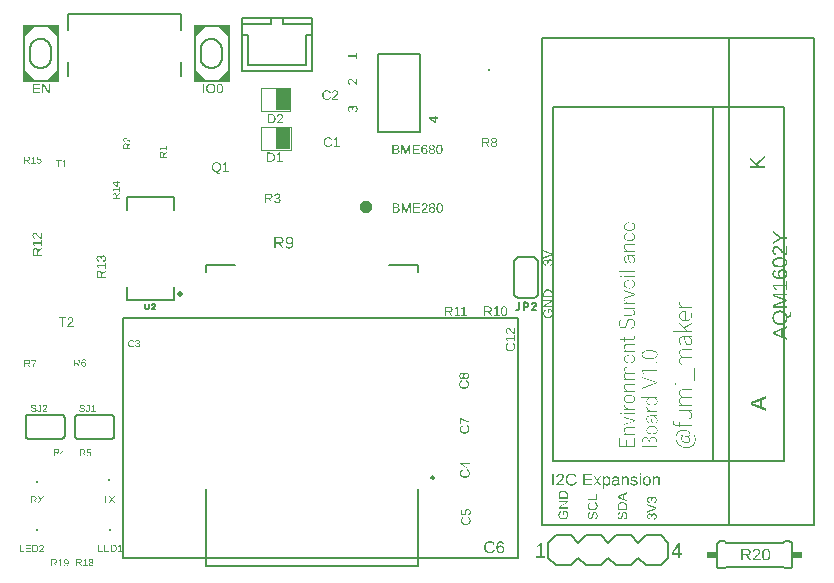
<source format=gbr>
G04 EAGLE Gerber RS-274X export*
G75*
%MOMM*%
%FSLAX34Y34*%
%LPD*%
%INSilkscreen Top*%
%IPPOS*%
%AMOC8*
5,1,8,0,0,1.08239X$1,22.5*%
G01*
G04 Define Apertures*
%ADD10C,0.127000*%
%ADD11C,0.200000*%
%ADD12C,0.203200*%
%ADD13C,0.508000*%
%ADD14C,0.152400*%
%ADD15C,0.101600*%
%ADD16R,1.240000X1.950000*%
%ADD17R,0.250000X0.250000*%
%ADD18R,0.863600X0.609600*%
%ADD19C,0.812800*%
G36*
X10559Y452749D02*
X20159Y443149D01*
X19834Y442365D01*
X9775Y442365D01*
X9775Y452424D01*
X10559Y452749D01*
G37*
G36*
X19834Y490285D02*
X20159Y489501D01*
X10559Y479901D01*
X9775Y480226D01*
X9775Y490285D01*
X19834Y490285D01*
G37*
G36*
X39261Y452749D02*
X40045Y452424D01*
X40045Y442365D01*
X29986Y442365D01*
X29661Y443149D01*
X39261Y452749D01*
G37*
G36*
X29986Y490285D02*
X40045Y490285D01*
X40045Y480226D01*
X39261Y479901D01*
X29661Y489501D01*
X29986Y490285D01*
G37*
G36*
X155149Y452689D02*
X164749Y443089D01*
X164424Y442305D01*
X154365Y442305D01*
X154365Y452364D01*
X155149Y452689D01*
G37*
G36*
X164424Y490225D02*
X164749Y489441D01*
X155149Y479841D01*
X154365Y480166D01*
X154365Y490225D01*
X164424Y490225D01*
G37*
G36*
X183851Y452689D02*
X184635Y452364D01*
X184635Y442305D01*
X174576Y442305D01*
X174251Y443089D01*
X183851Y452689D01*
G37*
G36*
X174576Y490225D02*
X184635Y490225D01*
X184635Y480166D01*
X183851Y479841D01*
X174251Y489441D01*
X174576Y490225D01*
G37*
G36*
X355842Y380888D02*
X355534Y380897D01*
X355244Y380925D01*
X354970Y380972D01*
X354714Y381038D01*
X354475Y381122D01*
X354254Y381225D01*
X354050Y381347D01*
X353862Y381487D01*
X353695Y381645D01*
X353550Y381818D01*
X353427Y382007D01*
X353327Y382212D01*
X353249Y382433D01*
X353193Y382669D01*
X353160Y382922D01*
X353148Y383190D01*
X353155Y383379D01*
X353176Y383561D01*
X353211Y383735D01*
X353259Y383901D01*
X353321Y384059D01*
X353397Y384210D01*
X353591Y384489D01*
X353827Y384726D01*
X354095Y384912D01*
X354393Y385045D01*
X354554Y385093D01*
X354722Y385127D01*
X354722Y385150D01*
X354417Y385247D01*
X354146Y385389D01*
X353909Y385575D01*
X353706Y385805D01*
X353543Y386068D01*
X353426Y386352D01*
X353356Y386658D01*
X353333Y386986D01*
X353344Y387206D01*
X353375Y387416D01*
X353428Y387615D01*
X353502Y387803D01*
X353597Y387980D01*
X353713Y388147D01*
X353850Y388303D01*
X354008Y388448D01*
X354184Y388579D01*
X354374Y388693D01*
X354579Y388789D01*
X354798Y388868D01*
X355032Y388929D01*
X355280Y388973D01*
X355543Y388999D01*
X355820Y389008D01*
X356103Y388999D01*
X356371Y388974D01*
X356624Y388931D01*
X356862Y388871D01*
X357084Y388794D01*
X357291Y388699D01*
X357483Y388588D01*
X357659Y388459D01*
X357817Y388316D01*
X357954Y388161D01*
X358070Y387993D01*
X358165Y387814D01*
X358239Y387622D01*
X358292Y387419D01*
X358323Y387203D01*
X358334Y386975D01*
X358311Y386647D01*
X358240Y386341D01*
X358123Y386056D01*
X357959Y385794D01*
X357754Y385565D01*
X357742Y385556D01*
X357515Y385383D01*
X357242Y385249D01*
X356934Y385161D01*
X356934Y385138D01*
X357118Y385101D01*
X357291Y385052D01*
X357454Y384990D01*
X357606Y384916D01*
X357879Y384732D01*
X358090Y384518D01*
X358110Y384497D01*
X358294Y384222D01*
X358425Y383914D01*
X358471Y383748D01*
X358504Y383574D01*
X358523Y383391D01*
X358530Y383201D01*
X358519Y382935D01*
X358487Y382685D01*
X358432Y382450D01*
X358356Y382229D01*
X358259Y382024D01*
X358139Y381834D01*
X357998Y381659D01*
X357836Y381498D01*
X357653Y381355D01*
X357451Y381231D01*
X357230Y381126D01*
X356990Y381041D01*
X356731Y380974D01*
X356454Y380926D01*
X356157Y380898D01*
X355842Y380888D01*
G37*
%LPC*%
G36*
X355853Y381644D02*
X356052Y381650D01*
X356239Y381669D01*
X356412Y381700D01*
X356571Y381743D01*
X356718Y381798D01*
X356852Y381866D01*
X356972Y381946D01*
X357080Y382039D01*
X357174Y382145D01*
X357256Y382265D01*
X357325Y382401D01*
X357382Y382550D01*
X357426Y382715D01*
X357458Y382894D01*
X357476Y383088D01*
X357483Y383296D01*
X357476Y383474D01*
X357455Y383640D01*
X357421Y383795D01*
X357374Y383939D01*
X357312Y384072D01*
X357237Y384193D01*
X357148Y384303D01*
X357046Y384402D01*
X356806Y384565D01*
X356521Y384681D01*
X356192Y384751D01*
X355820Y384774D01*
X355633Y384768D01*
X355457Y384749D01*
X355291Y384718D01*
X355136Y384674D01*
X354992Y384618D01*
X354858Y384549D01*
X354621Y384374D01*
X354433Y384155D01*
X354358Y384032D01*
X354298Y383899D01*
X354251Y383756D01*
X354217Y383605D01*
X354197Y383444D01*
X354190Y383274D01*
X354196Y383076D01*
X354216Y382892D01*
X354248Y382720D01*
X354294Y382561D01*
X354352Y382414D01*
X354424Y382281D01*
X354508Y382160D01*
X354606Y382051D01*
X354716Y381956D01*
X354840Y381873D01*
X354976Y381803D01*
X355126Y381746D01*
X355288Y381701D01*
X355463Y381669D01*
X355652Y381650D01*
X355853Y381644D01*
G37*
G36*
X355831Y385530D02*
X356165Y385551D01*
X356457Y385612D01*
X356707Y385715D01*
X356914Y385858D01*
X357002Y385946D01*
X357077Y386047D01*
X357141Y386161D01*
X357194Y386287D01*
X357234Y386426D01*
X357264Y386578D01*
X357287Y386919D01*
X357264Y387233D01*
X357195Y387505D01*
X357080Y387735D01*
X356920Y387923D01*
X356714Y388069D01*
X356461Y388174D01*
X356163Y388237D01*
X355820Y388258D01*
X355485Y388237D01*
X355193Y388174D01*
X354943Y388069D01*
X354736Y387922D01*
X354573Y387733D01*
X354457Y387503D01*
X354387Y387232D01*
X354364Y386919D01*
X354370Y386755D01*
X354388Y386601D01*
X354459Y386322D01*
X354579Y386084D01*
X354747Y385886D01*
X354959Y385730D01*
X355210Y385619D01*
X355501Y385553D01*
X355831Y385530D01*
G37*
%LPD*%
G36*
X349601Y380888D02*
X349278Y380904D01*
X348974Y380950D01*
X348690Y381027D01*
X348425Y381136D01*
X348180Y381275D01*
X347955Y381446D01*
X347749Y381647D01*
X347563Y381879D01*
X347398Y382141D01*
X347254Y382431D01*
X347133Y382749D01*
X347034Y383096D01*
X346957Y383470D01*
X346901Y383873D01*
X346868Y384304D01*
X346857Y384763D01*
X346869Y385261D01*
X346903Y385728D01*
X346961Y386167D01*
X347041Y386575D01*
X347144Y386953D01*
X347270Y387302D01*
X347419Y387621D01*
X347591Y387910D01*
X347784Y388168D01*
X347997Y388391D01*
X348229Y388579D01*
X348480Y388734D01*
X348751Y388854D01*
X349041Y388939D01*
X349351Y388991D01*
X349680Y389008D01*
X349898Y389002D01*
X350106Y388983D01*
X350303Y388951D01*
X350490Y388908D01*
X350667Y388851D01*
X350834Y388782D01*
X350990Y388700D01*
X351136Y388606D01*
X351397Y388380D01*
X351616Y388104D01*
X351794Y387777D01*
X351931Y387401D01*
X350968Y387227D01*
X350883Y387453D01*
X350775Y387649D01*
X350646Y387814D01*
X350495Y387950D01*
X350321Y388055D01*
X350126Y388130D01*
X349908Y388175D01*
X349669Y388190D01*
X349459Y388178D01*
X349262Y388140D01*
X349077Y388077D01*
X348903Y387989D01*
X348743Y387876D01*
X348594Y387738D01*
X348457Y387575D01*
X348333Y387387D01*
X348222Y387175D01*
X348126Y386940D01*
X348045Y386683D01*
X347978Y386403D01*
X347926Y386101D01*
X347889Y385777D01*
X347867Y385430D01*
X347860Y385060D01*
X348011Y385300D01*
X348190Y385509D01*
X348397Y385687D01*
X348633Y385836D01*
X348891Y385952D01*
X349167Y386035D01*
X349462Y386085D01*
X349775Y386102D01*
X350041Y386091D01*
X350293Y386059D01*
X350531Y386006D01*
X350754Y385931D01*
X350964Y385835D01*
X351159Y385717D01*
X351341Y385579D01*
X351508Y385418D01*
X351658Y385240D01*
X351789Y385047D01*
X351899Y384840D01*
X351989Y384618D01*
X352059Y384381D01*
X352109Y384129D01*
X352139Y383863D01*
X352149Y383582D01*
X352139Y383278D01*
X352107Y382990D01*
X352054Y382719D01*
X351980Y382464D01*
X351885Y382226D01*
X351768Y382004D01*
X351631Y381799D01*
X351472Y381610D01*
X351294Y381441D01*
X351101Y381294D01*
X350891Y381170D01*
X350665Y381069D01*
X350424Y380990D01*
X350166Y380933D01*
X349892Y380899D01*
X349601Y380888D01*
G37*
%LPC*%
G36*
X349568Y381700D02*
X349745Y381708D01*
X349912Y381731D01*
X350070Y381769D01*
X350217Y381822D01*
X350355Y381891D01*
X350483Y381976D01*
X350602Y382075D01*
X350710Y382190D01*
X350807Y382318D01*
X350891Y382458D01*
X350963Y382609D01*
X351021Y382772D01*
X351066Y382946D01*
X351099Y383131D01*
X351118Y383328D01*
X351125Y383537D01*
X351118Y383745D01*
X351098Y383941D01*
X351066Y384124D01*
X351020Y384296D01*
X350961Y384455D01*
X350888Y384601D01*
X350803Y384736D01*
X350705Y384858D01*
X350594Y384967D01*
X350474Y385062D01*
X350343Y385142D01*
X350202Y385207D01*
X350051Y385258D01*
X349889Y385294D01*
X349717Y385316D01*
X349534Y385323D01*
X349362Y385317D01*
X349198Y385297D01*
X349043Y385265D01*
X348896Y385220D01*
X348629Y385092D01*
X348395Y384912D01*
X348293Y384804D01*
X348205Y384686D01*
X348130Y384559D01*
X348069Y384422D01*
X348022Y384276D01*
X347988Y384119D01*
X347967Y383953D01*
X347961Y383778D01*
X347968Y383555D01*
X347989Y383342D01*
X348024Y383139D01*
X348073Y382947D01*
X348137Y382766D01*
X348214Y382594D01*
X348306Y382433D01*
X348411Y382282D01*
X348528Y382146D01*
X348653Y382028D01*
X348785Y381927D01*
X348926Y381846D01*
X349074Y381782D01*
X349231Y381736D01*
X349395Y381709D01*
X349568Y381700D01*
G37*
%LPD*%
G36*
X330949Y381000D02*
X329997Y381000D01*
X329997Y388890D01*
X331403Y388890D01*
X333503Y383419D01*
X333718Y382711D01*
X333855Y382165D01*
X333925Y382447D01*
X334043Y382845D01*
X334236Y383419D01*
X336297Y388890D01*
X337669Y388890D01*
X337669Y381000D01*
X336706Y381000D01*
X336706Y386264D01*
X336718Y387121D01*
X336756Y387944D01*
X336496Y387051D01*
X336263Y386376D01*
X334225Y381000D01*
X333475Y381000D01*
X331408Y386376D01*
X331095Y387328D01*
X330910Y387944D01*
X330927Y387322D01*
X330949Y386264D01*
X330949Y381000D01*
G37*
G36*
X345776Y381000D02*
X339560Y381000D01*
X339560Y388890D01*
X345546Y388890D01*
X345546Y388017D01*
X340629Y388017D01*
X340629Y385486D01*
X345210Y385486D01*
X345210Y384623D01*
X340629Y384623D01*
X340629Y381874D01*
X345776Y381874D01*
X345776Y381000D01*
G37*
G36*
X501808Y97463D02*
X500548Y97463D01*
X500548Y106470D01*
X500537Y107442D01*
X500506Y108018D01*
X501724Y108018D01*
X501745Y107818D01*
X501777Y107290D01*
X501794Y106799D01*
X501822Y106799D01*
X502004Y107126D01*
X502213Y107406D01*
X502449Y107639D01*
X502712Y107825D01*
X503010Y107968D01*
X503353Y108070D01*
X503739Y108131D01*
X504169Y108151D01*
X504508Y108137D01*
X504825Y108093D01*
X505120Y108019D01*
X505393Y107917D01*
X505643Y107785D01*
X505872Y107623D01*
X506078Y107433D01*
X506263Y107213D01*
X506425Y106961D01*
X506566Y106676D01*
X506685Y106358D01*
X506783Y106006D01*
X506859Y105621D01*
X506913Y105202D01*
X506945Y104750D01*
X506956Y104264D01*
X506945Y103784D01*
X506913Y103335D01*
X506858Y102917D01*
X506782Y102530D01*
X506684Y102174D01*
X506564Y101848D01*
X506423Y101554D01*
X506259Y101291D01*
X506074Y101059D01*
X505867Y100857D01*
X505639Y100687D01*
X505388Y100548D01*
X505116Y100439D01*
X504822Y100362D01*
X504506Y100315D01*
X504169Y100300D01*
X503749Y100321D01*
X503365Y100382D01*
X503017Y100485D01*
X502705Y100629D01*
X502429Y100814D01*
X502188Y101041D01*
X501984Y101308D01*
X501815Y101617D01*
X501780Y101617D01*
X501801Y101291D01*
X501808Y100426D01*
X501808Y97463D01*
G37*
%LPC*%
G36*
X503833Y101231D02*
X504059Y101242D01*
X504270Y101275D01*
X504465Y101328D01*
X504644Y101404D01*
X504807Y101501D01*
X504955Y101619D01*
X505086Y101760D01*
X505202Y101921D01*
X505303Y102108D01*
X505390Y102325D01*
X505464Y102570D01*
X505525Y102845D01*
X505572Y103149D01*
X505606Y103482D01*
X505626Y103844D01*
X505633Y104236D01*
X505626Y104618D01*
X505606Y104971D01*
X505572Y105296D01*
X505526Y105593D01*
X505466Y105862D01*
X505392Y106102D01*
X505305Y106314D01*
X505205Y106498D01*
X505091Y106657D01*
X504960Y106795D01*
X504814Y106912D01*
X504652Y107008D01*
X504474Y107082D01*
X504281Y107135D01*
X504072Y107167D01*
X503847Y107178D01*
X503492Y107158D01*
X503179Y107099D01*
X502906Y107000D01*
X502673Y106862D01*
X502474Y106683D01*
X502300Y106459D01*
X502152Y106191D01*
X502029Y105878D01*
X501933Y105519D01*
X501864Y105109D01*
X501822Y104649D01*
X501808Y104138D01*
X501816Y103777D01*
X501838Y103441D01*
X501875Y103129D01*
X501928Y102842D01*
X501994Y102580D01*
X502076Y102342D01*
X502173Y102128D01*
X502285Y101939D01*
X502413Y101773D01*
X502560Y101629D01*
X502726Y101508D01*
X502910Y101408D01*
X503113Y101331D01*
X503334Y101276D01*
X503574Y101242D01*
X503833Y101231D01*
G37*
%LPD*%
G36*
X537820Y100300D02*
X537417Y100316D01*
X537040Y100363D01*
X536689Y100442D01*
X536363Y100553D01*
X536062Y100695D01*
X535787Y100869D01*
X535537Y101075D01*
X535312Y101312D01*
X535114Y101579D01*
X534942Y101874D01*
X534796Y102198D01*
X534677Y102549D01*
X534584Y102929D01*
X534518Y103336D01*
X534478Y103772D01*
X534465Y104236D01*
X534478Y104711D01*
X534518Y105155D01*
X534584Y105569D01*
X534677Y105952D01*
X534797Y106304D01*
X534943Y106626D01*
X535115Y106917D01*
X535314Y107178D01*
X535540Y107407D01*
X535792Y107607D01*
X536070Y107775D01*
X536376Y107913D01*
X536707Y108020D01*
X537066Y108097D01*
X537450Y108143D01*
X537862Y108158D01*
X538282Y108143D01*
X538673Y108098D01*
X539035Y108024D01*
X539369Y107919D01*
X539674Y107785D01*
X539951Y107620D01*
X540199Y107426D01*
X540418Y107202D01*
X540610Y106947D01*
X540777Y106658D01*
X540917Y106337D01*
X541033Y105983D01*
X541122Y105595D01*
X541186Y105175D01*
X541225Y104722D01*
X541237Y104236D01*
X541224Y103755D01*
X541183Y103305D01*
X541114Y102887D01*
X541019Y102501D01*
X540896Y102146D01*
X540745Y101824D01*
X540567Y101533D01*
X540362Y101273D01*
X540131Y101045D01*
X539875Y100848D01*
X539594Y100680D01*
X539289Y100543D01*
X538959Y100437D01*
X538604Y100361D01*
X538224Y100315D01*
X537820Y100300D01*
G37*
%LPC*%
G36*
X537806Y101231D02*
X538079Y101243D01*
X538332Y101277D01*
X538565Y101334D01*
X538778Y101414D01*
X538971Y101516D01*
X539143Y101641D01*
X539295Y101789D01*
X539427Y101960D01*
X539541Y102155D01*
X539640Y102375D01*
X539724Y102621D01*
X539792Y102893D01*
X539845Y103190D01*
X539883Y103513D01*
X539906Y103862D01*
X539914Y104236D01*
X539906Y104615D01*
X539885Y104967D01*
X539848Y105292D01*
X539797Y105590D01*
X539732Y105862D01*
X539652Y106107D01*
X539557Y106325D01*
X539448Y106516D01*
X539322Y106682D01*
X539176Y106827D01*
X539010Y106949D01*
X538824Y107049D01*
X538618Y107127D01*
X538393Y107182D01*
X538148Y107216D01*
X537883Y107227D01*
X537616Y107215D01*
X537368Y107181D01*
X537139Y107125D01*
X536929Y107045D01*
X536739Y106944D01*
X536567Y106819D01*
X536415Y106672D01*
X536282Y106502D01*
X536167Y106308D01*
X536066Y106088D01*
X535981Y105843D01*
X535912Y105573D01*
X535858Y105277D01*
X535819Y104955D01*
X535796Y104609D01*
X535789Y104236D01*
X535796Y103873D01*
X535819Y103533D01*
X535857Y103217D01*
X535910Y102924D01*
X535979Y102654D01*
X536062Y102407D01*
X536161Y102184D01*
X536275Y101984D01*
X536406Y101808D01*
X536553Y101655D01*
X536719Y101526D01*
X536901Y101420D01*
X537101Y101337D01*
X537319Y101278D01*
X537553Y101243D01*
X537806Y101231D01*
G37*
%LPD*%
G36*
X510450Y100300D02*
X510173Y100309D01*
X509914Y100338D01*
X509673Y100385D01*
X509450Y100451D01*
X509244Y100535D01*
X509056Y100639D01*
X508886Y100761D01*
X508734Y100902D01*
X508599Y101060D01*
X508482Y101231D01*
X508384Y101417D01*
X508303Y101617D01*
X508240Y101830D01*
X508195Y102058D01*
X508168Y102300D01*
X508159Y102555D01*
X508171Y102841D01*
X508208Y103109D01*
X508268Y103361D01*
X508353Y103595D01*
X508462Y103813D01*
X508595Y104013D01*
X508752Y104196D01*
X508933Y104362D01*
X509142Y104511D01*
X509380Y104641D01*
X509647Y104752D01*
X509944Y104845D01*
X510271Y104920D01*
X510628Y104977D01*
X511014Y105015D01*
X511430Y105034D01*
X513132Y105062D01*
X513132Y105476D01*
X513126Y105699D01*
X513108Y105905D01*
X513077Y106095D01*
X513034Y106269D01*
X512979Y106426D01*
X512911Y106567D01*
X512832Y106691D01*
X512740Y106799D01*
X512635Y106893D01*
X512516Y106974D01*
X512383Y107043D01*
X512236Y107099D01*
X512074Y107143D01*
X511899Y107174D01*
X511710Y107192D01*
X511507Y107199D01*
X511112Y107181D01*
X510775Y107127D01*
X510496Y107037D01*
X510274Y106911D01*
X510101Y106746D01*
X509966Y106539D01*
X509870Y106288D01*
X509812Y105994D01*
X508496Y106113D01*
X508545Y106361D01*
X508613Y106592D01*
X508701Y106808D01*
X508806Y107008D01*
X508931Y107192D01*
X509074Y107359D01*
X509236Y107511D01*
X509417Y107647D01*
X509616Y107767D01*
X509834Y107871D01*
X510071Y107958D01*
X510326Y108030D01*
X510600Y108086D01*
X510893Y108126D01*
X511205Y108150D01*
X511535Y108158D01*
X511881Y108148D01*
X512205Y108117D01*
X512507Y108066D01*
X512787Y107994D01*
X513045Y107902D01*
X513280Y107790D01*
X513494Y107657D01*
X513685Y107503D01*
X513854Y107330D01*
X514001Y107139D01*
X514125Y106930D01*
X514226Y106702D01*
X514305Y106456D01*
X514362Y106192D01*
X514395Y105910D01*
X514407Y105609D01*
X514407Y102345D01*
X514416Y102082D01*
X514443Y101854D01*
X514489Y101660D01*
X514554Y101501D01*
X514644Y101377D01*
X514767Y101288D01*
X514924Y101235D01*
X515114Y101217D01*
X515308Y101230D01*
X515527Y101266D01*
X515527Y100482D01*
X515288Y100433D01*
X515046Y100398D01*
X514801Y100377D01*
X514554Y100370D01*
X514227Y100393D01*
X513949Y100462D01*
X513718Y100577D01*
X513535Y100738D01*
X513393Y100948D01*
X513285Y101210D01*
X513212Y101524D01*
X513174Y101890D01*
X513132Y101890D01*
X512881Y101487D01*
X512609Y101148D01*
X512318Y100873D01*
X512008Y100661D01*
X511670Y100503D01*
X511298Y100390D01*
X510891Y100322D01*
X510450Y100300D01*
G37*
%LPC*%
G36*
X510737Y101245D02*
X511074Y101265D01*
X511392Y101324D01*
X511690Y101423D01*
X511969Y101561D01*
X512225Y101733D01*
X512452Y101934D01*
X512650Y102165D01*
X512820Y102426D01*
X512957Y102702D01*
X513054Y102983D01*
X513113Y103268D01*
X513132Y103557D01*
X513132Y104180D01*
X511752Y104152D01*
X511334Y104135D01*
X510970Y104099D01*
X510660Y104044D01*
X510404Y103970D01*
X510188Y103874D01*
X509999Y103756D01*
X509836Y103615D01*
X509700Y103452D01*
X509593Y103263D01*
X509516Y103047D01*
X509470Y102804D01*
X509455Y102534D01*
X509476Y102243D01*
X509538Y101988D01*
X509642Y101767D01*
X509788Y101582D01*
X509972Y101435D01*
X510191Y101329D01*
X510446Y101266D01*
X510737Y101245D01*
G37*
%LPD*%
G36*
X491782Y100440D02*
X484008Y100440D01*
X484008Y110308D01*
X491495Y110308D01*
X491495Y109216D01*
X485346Y109216D01*
X485346Y106050D01*
X491075Y106050D01*
X491075Y104971D01*
X485346Y104971D01*
X485346Y101533D01*
X491782Y101533D01*
X491782Y100440D01*
G37*
G36*
X474027Y100300D02*
X473661Y100310D01*
X473307Y100339D01*
X472965Y100387D01*
X472636Y100455D01*
X472320Y100542D01*
X472016Y100649D01*
X471725Y100774D01*
X471447Y100920D01*
X471182Y101083D01*
X470934Y101263D01*
X470703Y101459D01*
X470487Y101673D01*
X470288Y101902D01*
X470104Y102149D01*
X469938Y102412D01*
X469787Y102692D01*
X469653Y102986D01*
X469537Y103294D01*
X469439Y103615D01*
X469359Y103950D01*
X469296Y104297D01*
X469252Y104658D01*
X469225Y105032D01*
X469216Y105420D01*
X469236Y105994D01*
X469296Y106536D01*
X469395Y107046D01*
X469535Y107524D01*
X469714Y107971D01*
X469933Y108385D01*
X470192Y108767D01*
X470491Y109118D01*
X470825Y109431D01*
X471189Y109703D01*
X471584Y109933D01*
X472010Y110121D01*
X472467Y110267D01*
X472954Y110372D01*
X473472Y110435D01*
X474020Y110455D01*
X474406Y110446D01*
X474776Y110417D01*
X475129Y110369D01*
X475467Y110301D01*
X475788Y110215D01*
X476093Y110109D01*
X476381Y109984D01*
X476654Y109839D01*
X476910Y109676D01*
X477148Y109494D01*
X477368Y109293D01*
X477571Y109074D01*
X477757Y108836D01*
X477925Y108580D01*
X478076Y108305D01*
X478209Y108011D01*
X476941Y107591D01*
X476849Y107800D01*
X476743Y107996D01*
X476625Y108180D01*
X476494Y108351D01*
X476349Y108509D01*
X476192Y108655D01*
X476021Y108787D01*
X475838Y108908D01*
X475644Y109014D01*
X475440Y109107D01*
X475228Y109185D01*
X475007Y109249D01*
X474777Y109299D01*
X474539Y109334D01*
X474291Y109356D01*
X474034Y109363D01*
X473636Y109346D01*
X473261Y109297D01*
X472908Y109215D01*
X472578Y109099D01*
X472270Y108951D01*
X471986Y108770D01*
X471724Y108556D01*
X471485Y108309D01*
X471272Y108033D01*
X471087Y107733D01*
X470930Y107408D01*
X470802Y107059D01*
X470703Y106686D01*
X470632Y106288D01*
X470589Y105866D01*
X470575Y105420D01*
X470589Y104977D01*
X470634Y104557D01*
X470708Y104159D01*
X470812Y103783D01*
X470945Y103430D01*
X471108Y103099D01*
X471301Y102789D01*
X471524Y102503D01*
X471771Y102244D01*
X472040Y102020D01*
X472329Y101830D01*
X472640Y101675D01*
X472971Y101555D01*
X473323Y101468D01*
X473697Y101417D01*
X474091Y101400D01*
X474346Y101408D01*
X474593Y101432D01*
X474832Y101472D01*
X475063Y101528D01*
X475286Y101600D01*
X475501Y101688D01*
X475707Y101792D01*
X475906Y101913D01*
X476097Y102049D01*
X476280Y102201D01*
X476454Y102369D01*
X476621Y102554D01*
X476930Y102971D01*
X477207Y103452D01*
X478300Y102905D01*
X478140Y102596D01*
X477964Y102306D01*
X477773Y102035D01*
X477567Y101783D01*
X477345Y101550D01*
X477108Y101336D01*
X476855Y101141D01*
X476587Y100965D01*
X476306Y100809D01*
X476014Y100674D01*
X475710Y100560D01*
X475396Y100466D01*
X475070Y100394D01*
X474734Y100342D01*
X474386Y100310D01*
X474027Y100300D01*
G37*
G36*
X467775Y100440D02*
X461240Y100440D01*
X461240Y101329D01*
X461429Y101727D01*
X461637Y102101D01*
X461865Y102450D01*
X462112Y102776D01*
X462640Y103373D01*
X463194Y103910D01*
X463759Y104400D01*
X464318Y104852D01*
X464848Y105287D01*
X465323Y105721D01*
X465537Y105941D01*
X465729Y106166D01*
X465899Y106396D01*
X466048Y106631D01*
X466169Y106877D01*
X466256Y107139D01*
X466308Y107417D01*
X466325Y107710D01*
X466317Y107907D01*
X466295Y108093D01*
X466258Y108268D01*
X466206Y108431D01*
X466139Y108583D01*
X466057Y108724D01*
X465960Y108853D01*
X465849Y108971D01*
X465724Y109076D01*
X465587Y109167D01*
X465439Y109244D01*
X465280Y109307D01*
X465108Y109356D01*
X464925Y109391D01*
X464731Y109412D01*
X464525Y109419D01*
X464328Y109412D01*
X464140Y109391D01*
X463961Y109357D01*
X463790Y109309D01*
X463629Y109248D01*
X463476Y109173D01*
X463198Y108981D01*
X463074Y108866D01*
X462964Y108740D01*
X462867Y108603D01*
X462784Y108455D01*
X462714Y108296D01*
X462657Y108126D01*
X462614Y107944D01*
X462585Y107752D01*
X461296Y107871D01*
X461343Y108159D01*
X461412Y108433D01*
X461503Y108691D01*
X461617Y108934D01*
X461754Y109162D01*
X461914Y109375D01*
X462096Y109572D01*
X462301Y109755D01*
X462525Y109919D01*
X462765Y110061D01*
X463019Y110182D01*
X463290Y110280D01*
X463575Y110357D01*
X463876Y110412D01*
X464193Y110444D01*
X464525Y110455D01*
X464887Y110444D01*
X465228Y110411D01*
X465547Y110356D01*
X465844Y110279D01*
X466120Y110180D01*
X466375Y110059D01*
X466607Y109917D01*
X466819Y109752D01*
X467007Y109566D01*
X467169Y109363D01*
X467307Y109140D01*
X467420Y108900D01*
X467508Y108641D01*
X467570Y108363D01*
X467608Y108067D01*
X467621Y107752D01*
X467604Y107465D01*
X467555Y107179D01*
X467473Y106894D01*
X467358Y106610D01*
X467211Y106327D01*
X467031Y106043D01*
X466820Y105759D01*
X466577Y105476D01*
X466259Y105153D01*
X465822Y104753D01*
X465268Y104274D01*
X464595Y103718D01*
X463872Y103092D01*
X463572Y102803D01*
X463313Y102531D01*
X463092Y102269D01*
X462904Y102011D01*
X462749Y101759D01*
X462627Y101512D01*
X467775Y101512D01*
X467775Y100440D01*
G37*
G36*
X517774Y100440D02*
X516513Y100440D01*
X516513Y106400D01*
X516503Y107467D01*
X516490Y107807D01*
X516471Y108018D01*
X517662Y108018D01*
X517676Y107829D01*
X517693Y107475D01*
X517718Y106722D01*
X517739Y106722D01*
X517965Y107086D01*
X518207Y107392D01*
X518467Y107641D01*
X518744Y107832D01*
X519047Y107975D01*
X519384Y108077D01*
X519756Y108138D01*
X520162Y108158D01*
X520463Y108148D01*
X520744Y108119D01*
X521003Y108071D01*
X521242Y108003D01*
X521459Y107916D01*
X521656Y107810D01*
X521832Y107684D01*
X521987Y107538D01*
X522122Y107371D01*
X522240Y107178D01*
X522339Y106960D01*
X522420Y106716D01*
X522483Y106448D01*
X522528Y106154D01*
X522556Y105834D01*
X522565Y105490D01*
X522565Y100440D01*
X521297Y100440D01*
X521297Y105245D01*
X521288Y105598D01*
X521260Y105910D01*
X521214Y106180D01*
X521150Y106407D01*
X521065Y106599D01*
X520959Y106763D01*
X520831Y106897D01*
X520681Y107003D01*
X520501Y107082D01*
X520283Y107139D01*
X520028Y107173D01*
X519735Y107185D01*
X519513Y107175D01*
X519304Y107146D01*
X519106Y107097D01*
X518921Y107029D01*
X518747Y106941D01*
X518586Y106834D01*
X518437Y106707D01*
X518299Y106561D01*
X518176Y106398D01*
X518069Y106219D01*
X517979Y106026D01*
X517905Y105817D01*
X517848Y105593D01*
X517807Y105354D01*
X517782Y105100D01*
X517774Y104831D01*
X517774Y100440D01*
G37*
G36*
X544086Y100440D02*
X542826Y100440D01*
X542826Y106400D01*
X542815Y107467D01*
X542802Y107807D01*
X542784Y108018D01*
X543974Y108018D01*
X543988Y107829D01*
X544006Y107475D01*
X544030Y106722D01*
X544051Y106722D01*
X544277Y107086D01*
X544520Y107392D01*
X544780Y107641D01*
X545056Y107832D01*
X545359Y107975D01*
X545696Y108077D01*
X546068Y108138D01*
X546475Y108158D01*
X546776Y108148D01*
X547056Y108119D01*
X547316Y108071D01*
X547554Y108003D01*
X547772Y107916D01*
X547969Y107810D01*
X548144Y107684D01*
X548299Y107538D01*
X548435Y107371D01*
X548552Y107178D01*
X548651Y106960D01*
X548733Y106716D01*
X548796Y106448D01*
X548841Y106154D01*
X548868Y105834D01*
X548877Y105490D01*
X548877Y100440D01*
X547609Y100440D01*
X547609Y105245D01*
X547600Y105598D01*
X547573Y105910D01*
X547527Y106180D01*
X547462Y106407D01*
X547378Y106599D01*
X547271Y106763D01*
X547143Y106897D01*
X546993Y107003D01*
X546813Y107082D01*
X546596Y107139D01*
X546340Y107173D01*
X546048Y107185D01*
X545826Y107175D01*
X545616Y107146D01*
X545419Y107097D01*
X545233Y107029D01*
X545060Y106941D01*
X544898Y106834D01*
X544749Y106707D01*
X544612Y106561D01*
X544489Y106398D01*
X544382Y106219D01*
X544292Y106026D01*
X544218Y105817D01*
X544160Y105593D01*
X544119Y105354D01*
X544095Y105100D01*
X544086Y104831D01*
X544086Y100440D01*
G37*
G36*
X527066Y100300D02*
X526723Y100307D01*
X526400Y100329D01*
X526096Y100365D01*
X525814Y100416D01*
X525551Y100482D01*
X525309Y100562D01*
X525087Y100657D01*
X524885Y100766D01*
X524701Y100890D01*
X524535Y101031D01*
X524385Y101188D01*
X524252Y101362D01*
X524135Y101552D01*
X524036Y101758D01*
X523953Y101980D01*
X523887Y102219D01*
X525000Y102436D01*
X525102Y102152D01*
X525247Y101908D01*
X525435Y101705D01*
X525666Y101543D01*
X525942Y101419D01*
X526268Y101330D01*
X526643Y101277D01*
X527066Y101259D01*
X527514Y101278D01*
X527897Y101333D01*
X528216Y101425D01*
X528471Y101554D01*
X528665Y101719D01*
X528742Y101816D01*
X528804Y101921D01*
X528853Y102036D01*
X528888Y102160D01*
X528908Y102294D01*
X528915Y102436D01*
X528896Y102650D01*
X528838Y102842D01*
X528742Y103014D01*
X528607Y103164D01*
X528430Y103298D01*
X528205Y103420D01*
X527932Y103530D01*
X527613Y103627D01*
X526709Y103865D01*
X526206Y104004D01*
X525780Y104142D01*
X525433Y104279D01*
X525165Y104415D01*
X524948Y104557D01*
X524756Y104713D01*
X524589Y104884D01*
X524447Y105070D01*
X524334Y105273D01*
X524253Y105498D01*
X524204Y105746D01*
X524188Y106015D01*
X524199Y106266D01*
X524234Y106502D01*
X524292Y106723D01*
X524373Y106928D01*
X524477Y107118D01*
X524604Y107292D01*
X524754Y107451D01*
X524927Y107594D01*
X525122Y107722D01*
X525338Y107832D01*
X525576Y107925D01*
X525835Y108001D01*
X526114Y108061D01*
X526415Y108103D01*
X526737Y108129D01*
X527080Y108137D01*
X527386Y108130D01*
X527675Y108110D01*
X527948Y108075D01*
X528205Y108027D01*
X528446Y107965D01*
X528671Y107889D01*
X528880Y107799D01*
X529073Y107696D01*
X529249Y107577D01*
X529409Y107442D01*
X529551Y107290D01*
X529676Y107122D01*
X529785Y106936D01*
X529876Y106735D01*
X529951Y106516D01*
X530008Y106281D01*
X528873Y106141D01*
X528799Y106379D01*
X528680Y106587D01*
X528517Y106766D01*
X528310Y106915D01*
X528061Y107033D01*
X527773Y107117D01*
X527446Y107168D01*
X527080Y107185D01*
X526681Y107168D01*
X526338Y107120D01*
X526051Y107039D01*
X525820Y106926D01*
X525642Y106779D01*
X525515Y106600D01*
X525439Y106387D01*
X525420Y106268D01*
X525414Y106141D01*
X525424Y105987D01*
X525456Y105847D01*
X525508Y105721D01*
X525582Y105609D01*
X525676Y105508D01*
X525790Y105414D01*
X525924Y105329D01*
X526079Y105252D01*
X526289Y105171D01*
X526590Y105077D01*
X527466Y104845D01*
X528327Y104603D01*
X528653Y104489D01*
X528908Y104380D01*
X529117Y104270D01*
X529303Y104155D01*
X529466Y104034D01*
X529605Y103907D01*
X529726Y103772D01*
X529832Y103628D01*
X529924Y103473D01*
X530001Y103308D01*
X530062Y103132D01*
X530106Y102945D01*
X530132Y102745D01*
X530141Y102534D01*
X530128Y102274D01*
X530091Y102029D01*
X530027Y101799D01*
X529939Y101585D01*
X529825Y101386D01*
X529686Y101203D01*
X529522Y101034D01*
X529332Y100881D01*
X529120Y100745D01*
X528887Y100627D01*
X528634Y100527D01*
X528361Y100445D01*
X528068Y100382D01*
X527754Y100336D01*
X527421Y100309D01*
X527066Y100300D01*
G37*
G36*
X493914Y100440D02*
X492555Y100440D01*
X495251Y104334D01*
X492681Y108018D01*
X494075Y108018D01*
X495966Y105070D01*
X497843Y108018D01*
X499250Y108018D01*
X496680Y104348D01*
X499412Y100440D01*
X498004Y100440D01*
X495966Y103550D01*
X493914Y100440D01*
G37*
G36*
X459180Y100440D02*
X457842Y100440D01*
X457842Y110308D01*
X459180Y110308D01*
X459180Y100440D01*
G37*
G36*
X532895Y100440D02*
X531635Y100440D01*
X531635Y108018D01*
X532895Y108018D01*
X532895Y100440D01*
G37*
G36*
X532895Y109629D02*
X531635Y109629D01*
X531635Y110834D01*
X532895Y110834D01*
X532895Y109629D01*
G37*
G36*
X543973Y71437D02*
X543878Y72478D01*
X544206Y72549D01*
X544490Y72661D01*
X544731Y72815D01*
X544928Y73009D01*
X545081Y73244D01*
X545190Y73521D01*
X545256Y73839D01*
X545278Y74198D01*
X545254Y74558D01*
X545184Y74877D01*
X545067Y75156D01*
X544902Y75393D01*
X544803Y75495D01*
X544692Y75583D01*
X544570Y75658D01*
X544436Y75719D01*
X544291Y75766D01*
X544135Y75800D01*
X543967Y75820D01*
X543788Y75827D01*
X543631Y75819D01*
X543484Y75796D01*
X543345Y75757D01*
X543215Y75703D01*
X543094Y75634D01*
X542981Y75548D01*
X542878Y75448D01*
X542783Y75332D01*
X542698Y75201D01*
X542625Y75056D01*
X542563Y74898D01*
X542512Y74726D01*
X542444Y74341D01*
X542422Y73901D01*
X542422Y73330D01*
X541548Y73330D01*
X541548Y73878D01*
X541525Y74270D01*
X541458Y74614D01*
X541345Y74912D01*
X541187Y75164D01*
X540989Y75363D01*
X540877Y75442D01*
X540756Y75506D01*
X540627Y75556D01*
X540489Y75591D01*
X540343Y75613D01*
X540187Y75620D01*
X539887Y75597D01*
X539621Y75527D01*
X539388Y75411D01*
X539188Y75248D01*
X539027Y75039D01*
X538913Y74785D01*
X538844Y74486D01*
X538821Y74142D01*
X538842Y73824D01*
X538906Y73539D01*
X539013Y73285D01*
X539162Y73064D01*
X539351Y72879D01*
X539574Y72738D01*
X539832Y72640D01*
X540126Y72585D01*
X540047Y71571D01*
X539812Y71608D01*
X539589Y71663D01*
X539381Y71737D01*
X539185Y71828D01*
X539003Y71938D01*
X538833Y72065D01*
X538678Y72211D01*
X538535Y72375D01*
X538408Y72554D01*
X538298Y72745D01*
X538204Y72949D01*
X538128Y73165D01*
X538068Y73394D01*
X538026Y73634D01*
X538001Y73887D01*
X537992Y74153D01*
X538001Y74441D01*
X538027Y74713D01*
X538070Y74969D01*
X538130Y75208D01*
X538208Y75430D01*
X538302Y75636D01*
X538414Y75825D01*
X538544Y75998D01*
X538688Y76152D01*
X538847Y76286D01*
X539018Y76399D01*
X539204Y76491D01*
X539403Y76563D01*
X539615Y76615D01*
X539841Y76646D01*
X540081Y76656D01*
X540265Y76649D01*
X540441Y76630D01*
X540608Y76597D01*
X540766Y76550D01*
X540915Y76491D01*
X541056Y76418D01*
X541310Y76233D01*
X541528Y75998D01*
X541707Y75714D01*
X541848Y75383D01*
X541951Y75004D01*
X541974Y75004D01*
X542004Y75219D01*
X542046Y75422D01*
X542102Y75612D01*
X542170Y75791D01*
X542250Y75957D01*
X542343Y76111D01*
X542449Y76252D01*
X542567Y76382D01*
X542696Y76497D01*
X542833Y76597D01*
X542977Y76682D01*
X543130Y76751D01*
X543291Y76805D01*
X543460Y76844D01*
X543637Y76867D01*
X543822Y76874D01*
X544087Y76864D01*
X544337Y76831D01*
X544571Y76777D01*
X544790Y76701D01*
X544994Y76603D01*
X545182Y76484D01*
X545355Y76343D01*
X545513Y76180D01*
X545653Y75997D01*
X545775Y75796D01*
X545878Y75576D01*
X545962Y75337D01*
X546028Y75080D01*
X546075Y74804D01*
X546103Y74510D01*
X546112Y74198D01*
X546104Y73906D01*
X546078Y73629D01*
X546036Y73367D01*
X545977Y73120D01*
X545901Y72889D01*
X545808Y72672D01*
X545698Y72471D01*
X545572Y72285D01*
X545428Y72116D01*
X545269Y71964D01*
X545093Y71831D01*
X544902Y71716D01*
X544694Y71619D01*
X544470Y71540D01*
X544229Y71479D01*
X543973Y71437D01*
G37*
G36*
X543973Y85468D02*
X543878Y86510D01*
X544206Y86581D01*
X544490Y86693D01*
X544731Y86846D01*
X544928Y87040D01*
X545081Y87276D01*
X545190Y87552D01*
X545256Y87870D01*
X545278Y88229D01*
X545254Y88589D01*
X545184Y88909D01*
X545067Y89187D01*
X544902Y89424D01*
X544803Y89526D01*
X544692Y89614D01*
X544570Y89689D01*
X544436Y89750D01*
X544291Y89797D01*
X544135Y89831D01*
X543967Y89852D01*
X543788Y89858D01*
X543631Y89851D01*
X543484Y89827D01*
X543345Y89789D01*
X543215Y89735D01*
X543094Y89665D01*
X542981Y89580D01*
X542878Y89479D01*
X542783Y89363D01*
X542698Y89232D01*
X542625Y89088D01*
X542563Y88929D01*
X542512Y88757D01*
X542444Y88372D01*
X542422Y87932D01*
X542422Y87361D01*
X541548Y87361D01*
X541548Y87910D01*
X541525Y88301D01*
X541458Y88645D01*
X541345Y88943D01*
X541187Y89195D01*
X540989Y89395D01*
X540877Y89473D01*
X540756Y89537D01*
X540627Y89587D01*
X540489Y89623D01*
X540343Y89644D01*
X540187Y89651D01*
X539887Y89628D01*
X539621Y89558D01*
X539388Y89442D01*
X539188Y89279D01*
X539027Y89070D01*
X538913Y88816D01*
X538844Y88517D01*
X538821Y88173D01*
X538842Y87856D01*
X538906Y87570D01*
X539013Y87317D01*
X539162Y87095D01*
X539351Y86911D01*
X539574Y86769D01*
X539832Y86671D01*
X540126Y86616D01*
X540047Y85602D01*
X539812Y85640D01*
X539589Y85695D01*
X539381Y85768D01*
X539185Y85859D01*
X539003Y85969D01*
X538833Y86096D01*
X538678Y86242D01*
X538535Y86406D01*
X538408Y86585D01*
X538298Y86777D01*
X538204Y86980D01*
X538128Y87196D01*
X538068Y87425D01*
X538026Y87666D01*
X538001Y87919D01*
X537992Y88184D01*
X538001Y88473D01*
X538027Y88745D01*
X538070Y89000D01*
X538130Y89239D01*
X538208Y89461D01*
X538302Y89667D01*
X538414Y89856D01*
X538544Y90029D01*
X538688Y90183D01*
X538847Y90317D01*
X539018Y90430D01*
X539204Y90523D01*
X539403Y90595D01*
X539615Y90646D01*
X539841Y90677D01*
X540081Y90687D01*
X540265Y90681D01*
X540441Y90661D01*
X540608Y90628D01*
X540766Y90582D01*
X540915Y90522D01*
X541056Y90449D01*
X541310Y90264D01*
X541528Y90029D01*
X541707Y89746D01*
X541848Y89414D01*
X541951Y89035D01*
X541974Y89035D01*
X542004Y89250D01*
X542046Y89453D01*
X542102Y89644D01*
X542170Y89822D01*
X542250Y89988D01*
X542343Y90142D01*
X542449Y90284D01*
X542567Y90413D01*
X542696Y90528D01*
X542833Y90628D01*
X542977Y90713D01*
X543130Y90782D01*
X543291Y90836D01*
X543460Y90875D01*
X543637Y90898D01*
X543822Y90906D01*
X544087Y90895D01*
X544337Y90862D01*
X544571Y90808D01*
X544790Y90732D01*
X544994Y90634D01*
X545182Y90515D01*
X545355Y90374D01*
X545513Y90211D01*
X545653Y90028D01*
X545775Y89827D01*
X545878Y89607D01*
X545962Y89368D01*
X546028Y89111D01*
X546075Y88836D01*
X546103Y88542D01*
X546112Y88229D01*
X546104Y87937D01*
X546078Y87660D01*
X546036Y87398D01*
X545977Y87152D01*
X545901Y86920D01*
X545808Y86704D01*
X545698Y86503D01*
X545572Y86316D01*
X545428Y86147D01*
X545269Y85996D01*
X545093Y85862D01*
X544902Y85747D01*
X544694Y85650D01*
X544470Y85571D01*
X544229Y85511D01*
X543973Y85468D01*
G37*
G36*
X538110Y77425D02*
X538110Y78551D01*
X543665Y80735D01*
X545059Y81205D01*
X543665Y81676D01*
X538110Y83849D01*
X538110Y84974D01*
X546000Y81754D01*
X546000Y80645D01*
X538110Y77425D01*
G37*
G36*
X521000Y79597D02*
X513110Y79597D01*
X513110Y82207D01*
X513125Y82694D01*
X513172Y83152D01*
X513251Y83581D01*
X513361Y83983D01*
X513502Y84355D01*
X513675Y84699D01*
X513879Y85014D01*
X514115Y85301D01*
X514379Y85556D01*
X514670Y85777D01*
X514988Y85964D01*
X515332Y86118D01*
X515703Y86237D01*
X516100Y86322D01*
X516524Y86373D01*
X516974Y86390D01*
X517274Y86382D01*
X517565Y86360D01*
X517846Y86323D01*
X518118Y86271D01*
X518380Y86204D01*
X518633Y86122D01*
X518876Y86025D01*
X519110Y85914D01*
X519332Y85789D01*
X519541Y85651D01*
X519736Y85501D01*
X519919Y85338D01*
X520087Y85164D01*
X520242Y84976D01*
X520384Y84776D01*
X520513Y84564D01*
X520627Y84342D01*
X520726Y84111D01*
X520810Y83871D01*
X520878Y83623D01*
X520932Y83367D01*
X520970Y83103D01*
X520992Y82830D01*
X521000Y82548D01*
X521000Y79597D01*
G37*
%LPC*%
G36*
X520143Y80667D02*
X520143Y82425D01*
X520119Y82846D01*
X520048Y83241D01*
X519929Y83609D01*
X519762Y83951D01*
X519551Y84261D01*
X519298Y84533D01*
X519002Y84766D01*
X518665Y84962D01*
X518290Y85116D01*
X517884Y85226D01*
X517445Y85293D01*
X516974Y85315D01*
X516618Y85302D01*
X516284Y85264D01*
X515971Y85202D01*
X515681Y85114D01*
X515412Y85001D01*
X515165Y84863D01*
X514940Y84699D01*
X514736Y84511D01*
X514556Y84299D01*
X514400Y84064D01*
X514267Y83807D01*
X514159Y83528D01*
X514075Y83225D01*
X514015Y82901D01*
X513978Y82554D01*
X513966Y82184D01*
X513966Y80667D01*
X520143Y80667D01*
G37*
%LPD*%
G36*
X521000Y86960D02*
X513110Y90180D01*
X513110Y91395D01*
X521000Y94565D01*
X521000Y93473D01*
X518693Y92571D01*
X518693Y88976D01*
X521000Y88069D01*
X521000Y86960D01*
G37*
%LPC*%
G36*
X517858Y89301D02*
X517858Y92252D01*
X515254Y91238D01*
X514843Y91081D01*
X514381Y90925D01*
X513916Y90773D01*
X514073Y90723D01*
X514603Y90549D01*
X515266Y90309D01*
X517858Y89301D01*
G37*
%LPD*%
G36*
X519107Y71521D02*
X518900Y72557D01*
X519072Y72608D01*
X519232Y72672D01*
X519380Y72748D01*
X519517Y72837D01*
X519641Y72938D01*
X519754Y73052D01*
X519855Y73179D01*
X519944Y73318D01*
X520090Y73636D01*
X520194Y74006D01*
X520257Y74428D01*
X520278Y74903D01*
X520255Y75392D01*
X520189Y75821D01*
X520139Y76013D01*
X520078Y76191D01*
X520005Y76354D01*
X519922Y76502D01*
X519828Y76634D01*
X519723Y76748D01*
X519608Y76845D01*
X519483Y76924D01*
X519347Y76986D01*
X519201Y77030D01*
X519045Y77056D01*
X518878Y77065D01*
X518694Y77054D01*
X518528Y77021D01*
X518380Y76966D01*
X518250Y76888D01*
X518135Y76791D01*
X518031Y76676D01*
X517936Y76543D01*
X517853Y76393D01*
X517709Y76043D01*
X517590Y75631D01*
X517360Y74651D01*
X517153Y73829D01*
X517049Y73502D01*
X516946Y73232D01*
X516839Y73002D01*
X516727Y72798D01*
X516608Y72620D01*
X516484Y72467D01*
X516351Y72335D01*
X516207Y72220D01*
X516053Y72121D01*
X515887Y72039D01*
X515710Y71974D01*
X515520Y71927D01*
X515318Y71900D01*
X515103Y71890D01*
X514857Y71903D01*
X514626Y71939D01*
X514408Y71999D01*
X514206Y72084D01*
X514018Y72193D01*
X513844Y72327D01*
X513685Y72484D01*
X513541Y72666D01*
X513412Y72870D01*
X513301Y73096D01*
X513206Y73342D01*
X513129Y73609D01*
X513069Y73897D01*
X513026Y74206D01*
X513001Y74536D01*
X512992Y74886D01*
X512998Y75212D01*
X513018Y75519D01*
X513050Y75805D01*
X513095Y76072D01*
X513153Y76319D01*
X513224Y76546D01*
X513307Y76754D01*
X513404Y76942D01*
X513516Y77113D01*
X513646Y77271D01*
X513794Y77415D01*
X513960Y77546D01*
X514145Y77664D01*
X514347Y77769D01*
X514568Y77860D01*
X514806Y77938D01*
X514991Y76886D01*
X514699Y76779D01*
X514450Y76634D01*
X514244Y76449D01*
X514081Y76225D01*
X513958Y75958D01*
X513869Y75644D01*
X513816Y75283D01*
X513798Y74875D01*
X513818Y74430D01*
X513877Y74041D01*
X513975Y73708D01*
X514112Y73430D01*
X514195Y73314D01*
X514288Y73212D01*
X514391Y73127D01*
X514503Y73057D01*
X514624Y73002D01*
X514756Y72963D01*
X514897Y72940D01*
X515047Y72932D01*
X515221Y72944D01*
X515380Y72980D01*
X515522Y73041D01*
X515649Y73125D01*
X515764Y73232D01*
X515869Y73361D01*
X515965Y73511D01*
X516052Y73682D01*
X516140Y73910D01*
X516237Y74227D01*
X516458Y75133D01*
X516629Y75858D01*
X516724Y76211D01*
X516836Y76550D01*
X516967Y76869D01*
X517119Y77168D01*
X517300Y77438D01*
X517517Y77670D01*
X517773Y77859D01*
X518071Y78003D01*
X518238Y78055D01*
X518418Y78093D01*
X518613Y78116D01*
X518822Y78123D01*
X519087Y78110D01*
X519337Y78070D01*
X519571Y78003D01*
X519790Y77910D01*
X519994Y77790D01*
X520182Y77643D01*
X520355Y77469D01*
X520513Y77269D01*
X520653Y77045D01*
X520775Y76799D01*
X520878Y76531D01*
X520962Y76241D01*
X521028Y75929D01*
X521075Y75596D01*
X521103Y75241D01*
X521112Y74864D01*
X521104Y74513D01*
X521081Y74181D01*
X521042Y73868D01*
X520987Y73574D01*
X520916Y73298D01*
X520830Y73042D01*
X520728Y72805D01*
X520611Y72586D01*
X520478Y72387D01*
X520329Y72206D01*
X520164Y72045D01*
X519984Y71902D01*
X519789Y71778D01*
X519577Y71673D01*
X519350Y71588D01*
X519107Y71521D01*
G37*
G36*
X494107Y71521D02*
X493900Y72557D01*
X494072Y72608D01*
X494232Y72672D01*
X494380Y72748D01*
X494517Y72837D01*
X494641Y72938D01*
X494754Y73052D01*
X494855Y73179D01*
X494944Y73318D01*
X495090Y73636D01*
X495194Y74006D01*
X495257Y74428D01*
X495278Y74903D01*
X495255Y75392D01*
X495189Y75821D01*
X495139Y76013D01*
X495078Y76191D01*
X495005Y76354D01*
X494922Y76502D01*
X494828Y76634D01*
X494723Y76748D01*
X494608Y76845D01*
X494483Y76924D01*
X494347Y76986D01*
X494201Y77030D01*
X494045Y77056D01*
X493878Y77065D01*
X493694Y77054D01*
X493528Y77021D01*
X493380Y76966D01*
X493250Y76888D01*
X493135Y76791D01*
X493031Y76676D01*
X492936Y76543D01*
X492853Y76393D01*
X492709Y76043D01*
X492590Y75631D01*
X492360Y74651D01*
X492153Y73829D01*
X492049Y73502D01*
X491946Y73232D01*
X491839Y73002D01*
X491727Y72798D01*
X491608Y72620D01*
X491484Y72467D01*
X491351Y72335D01*
X491207Y72220D01*
X491053Y72121D01*
X490887Y72039D01*
X490710Y71974D01*
X490520Y71927D01*
X490318Y71900D01*
X490103Y71890D01*
X489857Y71903D01*
X489626Y71939D01*
X489408Y71999D01*
X489206Y72084D01*
X489018Y72193D01*
X488844Y72327D01*
X488685Y72484D01*
X488541Y72666D01*
X488412Y72870D01*
X488301Y73096D01*
X488206Y73342D01*
X488129Y73609D01*
X488069Y73897D01*
X488026Y74206D01*
X488001Y74536D01*
X487992Y74886D01*
X487998Y75212D01*
X488018Y75519D01*
X488050Y75805D01*
X488095Y76072D01*
X488153Y76319D01*
X488224Y76546D01*
X488307Y76754D01*
X488404Y76942D01*
X488516Y77113D01*
X488646Y77271D01*
X488794Y77415D01*
X488960Y77546D01*
X489145Y77664D01*
X489347Y77769D01*
X489568Y77860D01*
X489806Y77938D01*
X489991Y76886D01*
X489699Y76779D01*
X489450Y76634D01*
X489244Y76449D01*
X489081Y76225D01*
X488958Y75958D01*
X488869Y75644D01*
X488816Y75283D01*
X488798Y74875D01*
X488818Y74430D01*
X488877Y74041D01*
X488975Y73708D01*
X489112Y73430D01*
X489195Y73314D01*
X489288Y73212D01*
X489391Y73127D01*
X489503Y73057D01*
X489624Y73002D01*
X489756Y72963D01*
X489897Y72940D01*
X490047Y72932D01*
X490221Y72944D01*
X490380Y72980D01*
X490522Y73041D01*
X490649Y73125D01*
X490764Y73232D01*
X490869Y73361D01*
X490965Y73511D01*
X491052Y73682D01*
X491140Y73910D01*
X491237Y74227D01*
X491458Y75133D01*
X491629Y75858D01*
X491724Y76211D01*
X491836Y76550D01*
X491967Y76869D01*
X492119Y77168D01*
X492300Y77438D01*
X492517Y77670D01*
X492773Y77859D01*
X493071Y78003D01*
X493238Y78055D01*
X493418Y78093D01*
X493613Y78116D01*
X493822Y78123D01*
X494087Y78110D01*
X494337Y78070D01*
X494571Y78003D01*
X494790Y77910D01*
X494994Y77790D01*
X495182Y77643D01*
X495355Y77469D01*
X495513Y77269D01*
X495653Y77045D01*
X495775Y76799D01*
X495878Y76531D01*
X495962Y76241D01*
X496028Y75929D01*
X496075Y75596D01*
X496103Y75241D01*
X496112Y74864D01*
X496104Y74513D01*
X496081Y74181D01*
X496042Y73868D01*
X495987Y73574D01*
X495916Y73298D01*
X495830Y73042D01*
X495728Y72805D01*
X495611Y72586D01*
X495478Y72387D01*
X495329Y72206D01*
X495164Y72045D01*
X494984Y71902D01*
X494789Y71778D01*
X494577Y71673D01*
X494350Y71588D01*
X494107Y71521D01*
G37*
G36*
X492018Y79239D02*
X491559Y79255D01*
X491126Y79302D01*
X490718Y79382D01*
X490336Y79493D01*
X489979Y79637D01*
X489648Y79812D01*
X489342Y80019D01*
X489062Y80258D01*
X488811Y80525D01*
X488594Y80816D01*
X488410Y81132D01*
X488259Y81473D01*
X488142Y81838D01*
X488059Y82228D01*
X488009Y82642D01*
X487992Y83080D01*
X488000Y83389D01*
X488023Y83684D01*
X488061Y83967D01*
X488115Y84237D01*
X488185Y84493D01*
X488269Y84737D01*
X488369Y84968D01*
X488485Y85186D01*
X488616Y85390D01*
X488761Y85581D01*
X488921Y85757D01*
X489097Y85919D01*
X489287Y86068D01*
X489492Y86202D01*
X489712Y86323D01*
X489946Y86429D01*
X490282Y85415D01*
X489958Y85257D01*
X489675Y85058D01*
X489432Y84816D01*
X489230Y84533D01*
X489070Y84215D01*
X488957Y83869D01*
X488888Y83494D01*
X488866Y83091D01*
X488879Y82773D01*
X488918Y82473D01*
X488984Y82191D01*
X489076Y81927D01*
X489195Y81681D01*
X489340Y81453D01*
X489511Y81244D01*
X489708Y81053D01*
X489929Y80882D01*
X490169Y80735D01*
X490428Y80609D01*
X490707Y80507D01*
X491006Y80427D01*
X491324Y80371D01*
X491661Y80336D01*
X492018Y80325D01*
X492372Y80337D01*
X492708Y80372D01*
X493026Y80432D01*
X493327Y80515D01*
X493609Y80621D01*
X493874Y80752D01*
X494121Y80906D01*
X494351Y81084D01*
X494558Y81282D01*
X494737Y81497D01*
X494888Y81728D01*
X495012Y81976D01*
X495109Y82241D01*
X495178Y82523D01*
X495219Y82821D01*
X495233Y83136D01*
X495226Y83340D01*
X495207Y83538D01*
X495175Y83729D01*
X495130Y83914D01*
X495002Y84264D01*
X494823Y84588D01*
X494592Y84887D01*
X494310Y85160D01*
X493977Y85407D01*
X493592Y85628D01*
X494029Y86502D01*
X494276Y86374D01*
X494508Y86234D01*
X494725Y86081D01*
X494926Y85916D01*
X495113Y85739D01*
X495284Y85549D01*
X495439Y85347D01*
X495580Y85133D01*
X495705Y84908D01*
X495813Y84674D01*
X495904Y84431D01*
X495979Y84180D01*
X496037Y83920D01*
X496079Y83651D01*
X496104Y83373D01*
X496112Y83086D01*
X496104Y82793D01*
X496081Y82510D01*
X496042Y82237D01*
X495988Y81974D01*
X495918Y81721D01*
X495833Y81478D01*
X495733Y81245D01*
X495616Y81022D01*
X495486Y80811D01*
X495342Y80613D01*
X495185Y80427D01*
X495014Y80255D01*
X494831Y80096D01*
X494634Y79949D01*
X494423Y79816D01*
X494200Y79695D01*
X493964Y79588D01*
X493718Y79495D01*
X493461Y79417D01*
X493194Y79353D01*
X492916Y79303D01*
X492627Y79267D01*
X492328Y79246D01*
X492018Y79239D01*
G37*
G36*
X496000Y87878D02*
X488110Y87878D01*
X488110Y88948D01*
X495126Y88948D01*
X495126Y92935D01*
X496000Y92935D01*
X496000Y87878D01*
G37*
G36*
X471000Y89128D02*
X463110Y89128D01*
X463110Y91738D01*
X463125Y92225D01*
X463172Y92683D01*
X463251Y93113D01*
X463361Y93514D01*
X463502Y93886D01*
X463675Y94230D01*
X463879Y94545D01*
X464115Y94832D01*
X464379Y95087D01*
X464670Y95308D01*
X464988Y95496D01*
X465332Y95649D01*
X465703Y95768D01*
X466100Y95853D01*
X466524Y95904D01*
X466974Y95921D01*
X467274Y95914D01*
X467565Y95891D01*
X467846Y95854D01*
X468118Y95802D01*
X468380Y95735D01*
X468633Y95653D01*
X468876Y95557D01*
X469110Y95445D01*
X469332Y95320D01*
X469541Y95182D01*
X469736Y95032D01*
X469919Y94870D01*
X470087Y94695D01*
X470242Y94507D01*
X470384Y94308D01*
X470513Y94095D01*
X470627Y93873D01*
X470726Y93642D01*
X470810Y93402D01*
X470878Y93155D01*
X470932Y92898D01*
X470970Y92634D01*
X470992Y92361D01*
X471000Y92079D01*
X471000Y89128D01*
G37*
%LPC*%
G36*
X470143Y90198D02*
X470143Y91956D01*
X470119Y92377D01*
X470048Y92772D01*
X469929Y93140D01*
X469762Y93482D01*
X469551Y93792D01*
X469298Y94064D01*
X469002Y94298D01*
X468665Y94493D01*
X468290Y94647D01*
X467884Y94758D01*
X467445Y94824D01*
X466974Y94846D01*
X466618Y94833D01*
X466284Y94796D01*
X465971Y94733D01*
X465681Y94645D01*
X465412Y94532D01*
X465165Y94394D01*
X464940Y94231D01*
X464736Y94042D01*
X464556Y93830D01*
X464400Y93596D01*
X464267Y93338D01*
X464159Y93059D01*
X464075Y92757D01*
X464015Y92432D01*
X463978Y92085D01*
X463966Y91715D01*
X463966Y90198D01*
X470143Y90198D01*
G37*
%LPD*%
G36*
X471000Y80847D02*
X463110Y80847D01*
X463110Y82090D01*
X469874Y86357D01*
X468928Y86307D01*
X468284Y86290D01*
X463110Y86290D01*
X463110Y87253D01*
X471000Y87253D01*
X471000Y85965D01*
X464280Y81743D01*
X464823Y81771D01*
X465758Y81799D01*
X471000Y81799D01*
X471000Y80847D01*
G37*
G36*
X467018Y71577D02*
X466552Y71593D01*
X466112Y71641D01*
X465700Y71722D01*
X465315Y71834D01*
X464957Y71979D01*
X464626Y72156D01*
X464322Y72366D01*
X464045Y72607D01*
X463798Y72878D01*
X463584Y73175D01*
X463403Y73497D01*
X463255Y73846D01*
X463140Y74221D01*
X463058Y74622D01*
X463009Y75049D01*
X462992Y75502D01*
X462999Y75822D01*
X463020Y76127D01*
X463054Y76416D01*
X463103Y76690D01*
X463165Y76948D01*
X463241Y77191D01*
X463331Y77418D01*
X463434Y77630D01*
X463553Y77829D01*
X463689Y78016D01*
X463841Y78191D01*
X464010Y78354D01*
X464195Y78506D01*
X464397Y78646D01*
X464616Y78774D01*
X464851Y78890D01*
X465154Y77871D01*
X464840Y77687D01*
X464573Y77471D01*
X464350Y77224D01*
X464174Y76944D01*
X464039Y76631D01*
X463943Y76281D01*
X463885Y75896D01*
X463866Y75474D01*
X463879Y75143D01*
X463917Y74831D01*
X463982Y74540D01*
X464072Y74269D01*
X464188Y74018D01*
X464330Y73787D01*
X464498Y73576D01*
X464692Y73386D01*
X464909Y73216D01*
X465147Y73070D01*
X465406Y72945D01*
X465686Y72844D01*
X465988Y72765D01*
X466310Y72708D01*
X466654Y72674D01*
X467018Y72663D01*
X467382Y72675D01*
X467727Y72711D01*
X468051Y72771D01*
X468356Y72855D01*
X468641Y72963D01*
X468907Y73095D01*
X469153Y73251D01*
X469379Y73430D01*
X469582Y73631D01*
X469757Y73851D01*
X469906Y74088D01*
X470028Y74345D01*
X470122Y74619D01*
X470190Y74912D01*
X470231Y75223D01*
X470244Y75553D01*
X470229Y75933D01*
X470185Y76300D01*
X470112Y76654D01*
X470009Y76995D01*
X469881Y77313D01*
X469732Y77600D01*
X469562Y77855D01*
X469370Y78078D01*
X467948Y78078D01*
X467948Y75721D01*
X467052Y75721D01*
X467052Y79064D01*
X469774Y79064D01*
X470075Y78733D01*
X470340Y78366D01*
X470569Y77964D01*
X470762Y77527D01*
X470915Y77062D01*
X471024Y76578D01*
X471090Y76075D01*
X471112Y75553D01*
X471104Y75249D01*
X471081Y74955D01*
X471043Y74673D01*
X470989Y74401D01*
X470920Y74139D01*
X470835Y73889D01*
X470735Y73649D01*
X470619Y73419D01*
X470489Y73202D01*
X470346Y72998D01*
X470189Y72807D01*
X470018Y72629D01*
X469834Y72464D01*
X469636Y72313D01*
X469425Y72175D01*
X469200Y72050D01*
X468963Y71939D01*
X468716Y71843D01*
X468458Y71762D01*
X468191Y71695D01*
X467913Y71643D01*
X467625Y71606D01*
X467327Y71584D01*
X467018Y71577D01*
G37*
G36*
X458128Y259660D02*
X450238Y259660D01*
X450238Y262269D01*
X450253Y262756D01*
X450300Y263214D01*
X450379Y263644D01*
X450489Y264045D01*
X450630Y264417D01*
X450803Y264761D01*
X451007Y265077D01*
X451243Y265363D01*
X451507Y265618D01*
X451798Y265840D01*
X452116Y266027D01*
X452460Y266180D01*
X452831Y266299D01*
X453228Y266384D01*
X453652Y266435D01*
X454102Y266452D01*
X454402Y266445D01*
X454693Y266423D01*
X454974Y266385D01*
X455246Y266333D01*
X455508Y266266D01*
X455761Y266185D01*
X456004Y266088D01*
X456238Y265976D01*
X456460Y265851D01*
X456669Y265713D01*
X456864Y265563D01*
X457047Y265401D01*
X457215Y265226D01*
X457370Y265039D01*
X457512Y264839D01*
X457641Y264627D01*
X457755Y264404D01*
X457854Y264173D01*
X457938Y263934D01*
X458006Y263686D01*
X458060Y263430D01*
X458098Y263165D01*
X458120Y262892D01*
X458128Y262611D01*
X458128Y259660D01*
G37*
%LPC*%
G36*
X457271Y260729D02*
X457271Y262488D01*
X457247Y262908D01*
X457176Y263303D01*
X457057Y263671D01*
X456890Y264014D01*
X456679Y264323D01*
X456426Y264595D01*
X456130Y264829D01*
X455793Y265024D01*
X455418Y265179D01*
X455012Y265289D01*
X454573Y265355D01*
X454102Y265377D01*
X453746Y265365D01*
X453412Y265327D01*
X453099Y265264D01*
X452809Y265176D01*
X452540Y265063D01*
X452293Y264925D01*
X452068Y264762D01*
X451864Y264574D01*
X451684Y264361D01*
X451528Y264127D01*
X451395Y263870D01*
X451287Y263590D01*
X451203Y263288D01*
X451143Y262963D01*
X451106Y262616D01*
X451094Y262247D01*
X451094Y260729D01*
X457271Y260729D01*
G37*
%LPD*%
G36*
X458128Y251378D02*
X450238Y251378D01*
X450238Y252621D01*
X457002Y256889D01*
X456056Y256838D01*
X455412Y256821D01*
X450238Y256821D01*
X450238Y257785D01*
X458128Y257785D01*
X458128Y256497D01*
X451408Y252274D01*
X451951Y252302D01*
X452886Y252330D01*
X458128Y252330D01*
X458128Y251378D01*
G37*
G36*
X454146Y242108D02*
X453680Y242124D01*
X453240Y242172D01*
X452828Y242253D01*
X452443Y242366D01*
X452085Y242511D01*
X451754Y242688D01*
X451450Y242897D01*
X451173Y243138D01*
X450926Y243409D01*
X450712Y243706D01*
X450531Y244029D01*
X450383Y244377D01*
X450268Y244752D01*
X450186Y245153D01*
X450137Y245580D01*
X450120Y246034D01*
X450127Y246354D01*
X450148Y246658D01*
X450182Y246947D01*
X450231Y247221D01*
X450293Y247479D01*
X450369Y247722D01*
X450459Y247950D01*
X450562Y248162D01*
X450681Y248360D01*
X450817Y248547D01*
X450969Y248722D01*
X451138Y248885D01*
X451323Y249037D01*
X451525Y249177D01*
X451744Y249305D01*
X451979Y249422D01*
X452282Y248402D01*
X451968Y248218D01*
X451701Y248003D01*
X451478Y247755D01*
X451302Y247476D01*
X451167Y247162D01*
X451071Y246813D01*
X451013Y246427D01*
X450994Y246006D01*
X451007Y245674D01*
X451045Y245363D01*
X451110Y245071D01*
X451200Y244800D01*
X451316Y244549D01*
X451458Y244318D01*
X451626Y244108D01*
X451820Y243917D01*
X452037Y243748D01*
X452275Y243601D01*
X452534Y243477D01*
X452814Y243375D01*
X453116Y243296D01*
X453438Y243240D01*
X453782Y243206D01*
X454146Y243194D01*
X454510Y243206D01*
X454855Y243242D01*
X455179Y243302D01*
X455484Y243386D01*
X455769Y243494D01*
X456035Y243626D01*
X456281Y243782D01*
X456507Y243962D01*
X456710Y244163D01*
X456885Y244382D01*
X457034Y244620D01*
X457156Y244876D01*
X457250Y245150D01*
X457318Y245443D01*
X457359Y245754D01*
X457372Y246084D01*
X457357Y246464D01*
X457313Y246831D01*
X457240Y247185D01*
X457137Y247526D01*
X457009Y247845D01*
X456860Y248132D01*
X456690Y248386D01*
X456498Y248610D01*
X455076Y248610D01*
X455076Y246252D01*
X454180Y246252D01*
X454180Y249595D01*
X456902Y249595D01*
X457203Y249264D01*
X457468Y248897D01*
X457697Y248495D01*
X457890Y248058D01*
X458043Y247593D01*
X458152Y247110D01*
X458218Y246606D01*
X458240Y246084D01*
X458232Y245780D01*
X458209Y245487D01*
X458171Y245204D01*
X458117Y244932D01*
X458048Y244670D01*
X457963Y244420D01*
X457863Y244180D01*
X457747Y243950D01*
X457617Y243733D01*
X457474Y243529D01*
X457317Y243338D01*
X457146Y243160D01*
X456962Y242996D01*
X456764Y242844D01*
X456553Y242706D01*
X456328Y242581D01*
X456091Y242470D01*
X455844Y242374D01*
X455586Y242293D01*
X455319Y242226D01*
X455041Y242175D01*
X454753Y242138D01*
X454455Y242115D01*
X454146Y242108D01*
G37*
G36*
X456101Y286406D02*
X456006Y287447D01*
X456334Y287518D01*
X456618Y287630D01*
X456859Y287783D01*
X457056Y287978D01*
X457209Y288213D01*
X457318Y288490D01*
X457384Y288808D01*
X457406Y289166D01*
X457382Y289527D01*
X457312Y289846D01*
X457195Y290124D01*
X457030Y290362D01*
X456931Y290464D01*
X456820Y290552D01*
X456698Y290626D01*
X456564Y290687D01*
X456419Y290735D01*
X456263Y290769D01*
X456095Y290789D01*
X455916Y290796D01*
X455759Y290788D01*
X455612Y290765D01*
X455473Y290726D01*
X455343Y290672D01*
X455222Y290602D01*
X455109Y290517D01*
X455006Y290416D01*
X454911Y290300D01*
X454826Y290170D01*
X454753Y290025D01*
X454691Y289867D01*
X454640Y289695D01*
X454572Y289310D01*
X454550Y288870D01*
X454550Y288298D01*
X453676Y288298D01*
X453676Y288847D01*
X453653Y289238D01*
X453586Y289583D01*
X453473Y289881D01*
X453315Y290132D01*
X453117Y290332D01*
X453005Y290410D01*
X452884Y290475D01*
X452755Y290525D01*
X452617Y290560D01*
X452471Y290582D01*
X452315Y290589D01*
X452015Y290565D01*
X451749Y290496D01*
X451516Y290379D01*
X451316Y290216D01*
X451155Y290008D01*
X451041Y289754D01*
X450972Y289455D01*
X450949Y289110D01*
X450970Y288793D01*
X451034Y288508D01*
X451141Y288254D01*
X451290Y288032D01*
X451479Y287848D01*
X451702Y287707D01*
X451960Y287609D01*
X452254Y287554D01*
X452175Y286540D01*
X451940Y286577D01*
X451717Y286632D01*
X451509Y286705D01*
X451313Y286797D01*
X451131Y286906D01*
X450961Y287034D01*
X450806Y287180D01*
X450663Y287344D01*
X450536Y287523D01*
X450426Y287714D01*
X450332Y287918D01*
X450256Y288134D01*
X450196Y288362D01*
X450154Y288603D01*
X450129Y288856D01*
X450120Y289122D01*
X450129Y289410D01*
X450155Y289682D01*
X450198Y289938D01*
X450258Y290176D01*
X450336Y290399D01*
X450430Y290605D01*
X450542Y290794D01*
X450672Y290967D01*
X450816Y291121D01*
X450975Y291255D01*
X451146Y291368D01*
X451332Y291460D01*
X451531Y291532D01*
X451743Y291584D01*
X451969Y291614D01*
X452209Y291625D01*
X452393Y291618D01*
X452569Y291598D01*
X452736Y291565D01*
X452894Y291519D01*
X453043Y291460D01*
X453184Y291387D01*
X453438Y291202D01*
X453656Y290967D01*
X453835Y290683D01*
X453976Y290352D01*
X454079Y289973D01*
X454102Y289973D01*
X454132Y290188D01*
X454174Y290391D01*
X454230Y290581D01*
X454298Y290760D01*
X454378Y290926D01*
X454471Y291079D01*
X454577Y291221D01*
X454695Y291350D01*
X454824Y291466D01*
X454961Y291566D01*
X455105Y291651D01*
X455258Y291720D01*
X455419Y291774D01*
X455588Y291812D01*
X455765Y291835D01*
X455950Y291843D01*
X456215Y291832D01*
X456465Y291800D01*
X456699Y291745D01*
X456918Y291670D01*
X457122Y291572D01*
X457310Y291453D01*
X457483Y291311D01*
X457641Y291149D01*
X457781Y290966D01*
X457903Y290764D01*
X458006Y290544D01*
X458090Y290306D01*
X458156Y290049D01*
X458203Y289773D01*
X458231Y289479D01*
X458240Y289166D01*
X458232Y288874D01*
X458206Y288597D01*
X458164Y288336D01*
X458105Y288089D01*
X458029Y287858D01*
X457936Y287641D01*
X457826Y287440D01*
X457700Y287254D01*
X457556Y287085D01*
X457397Y286933D01*
X457221Y286800D01*
X457030Y286685D01*
X456822Y286588D01*
X456598Y286509D01*
X456357Y286448D01*
X456101Y286406D01*
G37*
G36*
X450238Y292394D02*
X450238Y293520D01*
X455793Y295704D01*
X457187Y296174D01*
X455793Y296645D01*
X450238Y298817D01*
X450238Y299943D01*
X458128Y296723D01*
X458128Y295614D01*
X450238Y292394D01*
G37*
G36*
X17106Y85200D02*
X16305Y85200D01*
X16305Y91112D01*
X19087Y91112D01*
X19330Y91105D01*
X19558Y91084D01*
X19772Y91050D01*
X19972Y91001D01*
X20158Y90938D01*
X20329Y90861D01*
X20486Y90770D01*
X20629Y90666D01*
X20756Y90548D01*
X20867Y90420D01*
X20960Y90281D01*
X21037Y90131D01*
X21096Y89970D01*
X21139Y89798D01*
X21164Y89615D01*
X21173Y89421D01*
X21149Y89105D01*
X21077Y88815D01*
X20957Y88551D01*
X20789Y88314D01*
X20578Y88110D01*
X20406Y87997D01*
X20332Y87947D01*
X20049Y87827D01*
X19729Y87747D01*
X20444Y86663D01*
X21407Y85200D01*
X20484Y85200D01*
X18949Y87655D01*
X17106Y87655D01*
X17106Y85200D01*
G37*
%LPC*%
G36*
X19041Y88288D02*
X19340Y88307D01*
X19603Y88362D01*
X19830Y88455D01*
X20021Y88584D01*
X20172Y88747D01*
X20280Y88939D01*
X20345Y89161D01*
X20367Y89413D01*
X20345Y89656D01*
X20279Y89868D01*
X20170Y90049D01*
X20016Y90200D01*
X19822Y90318D01*
X19589Y90403D01*
X19317Y90453D01*
X19007Y90470D01*
X17106Y90470D01*
X17106Y88288D01*
X19041Y88288D01*
G37*
%LPD*%
G36*
X22897Y85200D02*
X22012Y85200D01*
X24261Y88272D01*
X22184Y91112D01*
X23069Y91112D01*
X24714Y88792D01*
X26313Y91112D01*
X27198Y91112D01*
X25176Y88301D01*
X27370Y85200D01*
X26485Y85200D01*
X24710Y87785D01*
X22897Y85200D01*
G37*
G36*
X83128Y85800D02*
X82243Y85800D01*
X84492Y88872D01*
X82415Y91712D01*
X83300Y91712D01*
X84945Y89392D01*
X86544Y91712D01*
X87429Y91712D01*
X85407Y88901D01*
X87602Y85800D01*
X86716Y85800D01*
X84941Y88385D01*
X83128Y85800D01*
G37*
G36*
X79821Y85800D02*
X79024Y85800D01*
X79024Y91058D01*
X76993Y91058D01*
X76993Y91712D01*
X81852Y91712D01*
X81852Y91058D01*
X79821Y91058D01*
X79821Y85800D01*
G37*
G36*
X86116Y44304D02*
X83905Y44304D01*
X83905Y50216D01*
X85860Y50216D01*
X86225Y50205D01*
X86569Y50169D01*
X86891Y50110D01*
X87191Y50028D01*
X87470Y49922D01*
X87728Y49793D01*
X87964Y49640D01*
X88179Y49463D01*
X88370Y49265D01*
X88536Y49047D01*
X88676Y48809D01*
X88791Y48551D01*
X88880Y48273D01*
X88944Y47976D01*
X88982Y47658D01*
X88995Y47321D01*
X88973Y46878D01*
X88906Y46463D01*
X88794Y46078D01*
X88638Y45720D01*
X88441Y45397D01*
X88207Y45114D01*
X87936Y44872D01*
X87627Y44669D01*
X87287Y44509D01*
X86922Y44395D01*
X86532Y44327D01*
X86116Y44304D01*
G37*
%LPC*%
G36*
X86024Y44946D02*
X86339Y44964D01*
X86635Y45017D01*
X86911Y45107D01*
X87167Y45231D01*
X87400Y45390D01*
X87603Y45580D01*
X87778Y45801D01*
X87925Y46054D01*
X88041Y46334D01*
X88123Y46639D01*
X88173Y46968D01*
X88189Y47321D01*
X88180Y47588D01*
X88152Y47838D01*
X88105Y48072D01*
X88039Y48290D01*
X87954Y48491D01*
X87851Y48676D01*
X87728Y48845D01*
X87587Y48997D01*
X87428Y49133D01*
X87252Y49250D01*
X87060Y49349D01*
X86850Y49430D01*
X86624Y49493D01*
X86381Y49538D01*
X86120Y49565D01*
X85844Y49574D01*
X84706Y49574D01*
X84706Y44946D01*
X86024Y44946D01*
G37*
%LPD*%
G36*
X82844Y44304D02*
X78186Y44304D01*
X78186Y50216D01*
X82672Y50216D01*
X82672Y49562D01*
X78988Y49562D01*
X78988Y47665D01*
X82420Y47665D01*
X82420Y47019D01*
X78988Y47019D01*
X78988Y44959D01*
X82844Y44959D01*
X82844Y44304D01*
G37*
G36*
X93779Y44304D02*
X90073Y44304D01*
X90073Y44946D01*
X91580Y44946D01*
X91580Y49495D01*
X90245Y48542D01*
X90245Y49255D01*
X91643Y50216D01*
X92339Y50216D01*
X92339Y44946D01*
X93779Y44946D01*
X93779Y44304D01*
G37*
G36*
X77194Y44304D02*
X73405Y44304D01*
X73405Y50216D01*
X74206Y50216D01*
X74206Y44959D01*
X77194Y44959D01*
X77194Y44304D01*
G37*
G36*
X19716Y44104D02*
X17505Y44104D01*
X17505Y50016D01*
X19460Y50016D01*
X19825Y50005D01*
X20169Y49969D01*
X20491Y49910D01*
X20791Y49828D01*
X21070Y49722D01*
X21328Y49593D01*
X21564Y49440D01*
X21779Y49263D01*
X21970Y49065D01*
X22136Y48847D01*
X22276Y48609D01*
X22391Y48351D01*
X22480Y48073D01*
X22544Y47776D01*
X22582Y47458D01*
X22595Y47121D01*
X22573Y46678D01*
X22506Y46263D01*
X22394Y45878D01*
X22238Y45520D01*
X22041Y45197D01*
X21807Y44914D01*
X21536Y44672D01*
X21227Y44469D01*
X20887Y44309D01*
X20522Y44195D01*
X20132Y44127D01*
X19716Y44104D01*
G37*
%LPC*%
G36*
X19624Y44746D02*
X19939Y44764D01*
X20235Y44817D01*
X20511Y44907D01*
X20767Y45031D01*
X21000Y45190D01*
X21203Y45380D01*
X21378Y45601D01*
X21525Y45854D01*
X21641Y46134D01*
X21723Y46439D01*
X21773Y46768D01*
X21789Y47121D01*
X21780Y47388D01*
X21752Y47638D01*
X21705Y47872D01*
X21639Y48090D01*
X21554Y48291D01*
X21451Y48476D01*
X21328Y48645D01*
X21187Y48797D01*
X21028Y48933D01*
X20852Y49050D01*
X20660Y49149D01*
X20450Y49230D01*
X20224Y49293D01*
X19981Y49338D01*
X19720Y49365D01*
X19444Y49374D01*
X18306Y49374D01*
X18306Y44746D01*
X19624Y44746D01*
G37*
%LPD*%
G36*
X16444Y44104D02*
X11786Y44104D01*
X11786Y50016D01*
X16272Y50016D01*
X16272Y49362D01*
X12588Y49362D01*
X12588Y47465D01*
X16020Y47465D01*
X16020Y46819D01*
X12588Y46819D01*
X12588Y44759D01*
X16444Y44759D01*
X16444Y44104D01*
G37*
G36*
X27366Y44104D02*
X23451Y44104D01*
X23451Y44637D01*
X23564Y44875D01*
X23689Y45099D01*
X23825Y45308D01*
X23973Y45503D01*
X24290Y45861D01*
X24622Y46183D01*
X25295Y46748D01*
X25613Y47008D01*
X25897Y47268D01*
X26140Y47534D01*
X26332Y47813D01*
X26404Y47961D01*
X26456Y48118D01*
X26487Y48284D01*
X26497Y48460D01*
X26480Y48689D01*
X26426Y48892D01*
X26337Y49067D01*
X26212Y49215D01*
X26055Y49332D01*
X25871Y49416D01*
X25659Y49467D01*
X25419Y49483D01*
X25188Y49467D01*
X24979Y49418D01*
X24791Y49336D01*
X24624Y49221D01*
X24484Y49077D01*
X24376Y48906D01*
X24300Y48709D01*
X24257Y48485D01*
X23485Y48556D01*
X23512Y48729D01*
X23554Y48893D01*
X23609Y49047D01*
X23677Y49193D01*
X23759Y49329D01*
X23855Y49457D01*
X24087Y49685D01*
X24364Y49868D01*
X24517Y49941D01*
X24679Y50000D01*
X24850Y50046D01*
X25030Y50078D01*
X25220Y50098D01*
X25419Y50105D01*
X25636Y50098D01*
X25840Y50078D01*
X26031Y50045D01*
X26209Y49999D01*
X26375Y49940D01*
X26527Y49867D01*
X26667Y49782D01*
X26793Y49683D01*
X26906Y49572D01*
X27003Y49450D01*
X27086Y49317D01*
X27154Y49172D01*
X27206Y49017D01*
X27244Y48851D01*
X27266Y48673D01*
X27274Y48485D01*
X27264Y48313D01*
X27234Y48142D01*
X27185Y47971D01*
X27116Y47801D01*
X27028Y47631D01*
X26921Y47461D01*
X26648Y47121D01*
X26196Y46688D01*
X25461Y46068D01*
X25028Y45693D01*
X24693Y45357D01*
X24448Y45046D01*
X24355Y44894D01*
X24282Y44746D01*
X27366Y44746D01*
X27366Y44104D01*
G37*
G36*
X10794Y44104D02*
X7005Y44104D01*
X7005Y50016D01*
X7806Y50016D01*
X7806Y44759D01*
X10794Y44759D01*
X10794Y44104D01*
G37*
G36*
X175390Y363833D02*
X175183Y363840D01*
X174985Y363863D01*
X174798Y363900D01*
X174619Y363953D01*
X174450Y364020D01*
X174290Y364102D01*
X174139Y364199D01*
X173998Y364312D01*
X173865Y364441D01*
X173737Y364591D01*
X173502Y364951D01*
X173291Y365391D01*
X173105Y365910D01*
X172832Y365931D01*
X172569Y365967D01*
X172316Y366016D01*
X172072Y366079D01*
X171838Y366156D01*
X171613Y366248D01*
X171398Y366354D01*
X171192Y366473D01*
X170997Y366606D01*
X170814Y366751D01*
X170643Y366909D01*
X170484Y367079D01*
X170337Y367262D01*
X170201Y367457D01*
X170078Y367665D01*
X169966Y367884D01*
X169867Y368115D01*
X169781Y368355D01*
X169708Y368603D01*
X169649Y368861D01*
X169603Y369128D01*
X169570Y369403D01*
X169550Y369688D01*
X169543Y369982D01*
X169559Y370442D01*
X169608Y370876D01*
X169689Y371285D01*
X169802Y371668D01*
X169948Y372025D01*
X170126Y372356D01*
X170336Y372662D01*
X170579Y372941D01*
X170851Y373191D01*
X171148Y373408D01*
X171470Y373591D01*
X171818Y373741D01*
X172191Y373858D01*
X172590Y373941D01*
X173014Y373991D01*
X173463Y374008D01*
X173759Y374000D01*
X174045Y373978D01*
X174321Y373941D01*
X174587Y373888D01*
X174843Y373821D01*
X175090Y373739D01*
X175326Y373641D01*
X175552Y373529D01*
X175767Y373403D01*
X175968Y373263D01*
X176157Y373109D01*
X176332Y372942D01*
X176495Y372761D01*
X176644Y372567D01*
X176781Y372359D01*
X176904Y372138D01*
X177014Y371904D01*
X177109Y371661D01*
X177189Y371407D01*
X177255Y371142D01*
X177306Y370868D01*
X177343Y370583D01*
X177365Y370287D01*
X177372Y369982D01*
X177359Y369574D01*
X177319Y369184D01*
X177254Y368813D01*
X177162Y368461D01*
X177044Y368127D01*
X176899Y367812D01*
X176729Y367516D01*
X176532Y367238D01*
X176312Y366983D01*
X176071Y366755D01*
X175810Y366555D01*
X175528Y366382D01*
X175226Y366237D01*
X174903Y366119D01*
X174560Y366029D01*
X174197Y365966D01*
X174321Y365638D01*
X174462Y365359D01*
X174622Y365129D01*
X174799Y364947D01*
X174997Y364810D01*
X175221Y364712D01*
X175469Y364653D01*
X175742Y364634D01*
X176057Y364652D01*
X176386Y364706D01*
X176386Y363956D01*
X176129Y363902D01*
X175877Y363864D01*
X175630Y363841D01*
X175390Y363833D01*
G37*
%LPC*%
G36*
X173452Y366756D02*
X173784Y366769D01*
X174095Y366809D01*
X174387Y366875D01*
X174659Y366967D01*
X174912Y367085D01*
X175144Y367230D01*
X175357Y367401D01*
X175549Y367599D01*
X175720Y367820D01*
X175869Y368064D01*
X175995Y368329D01*
X176097Y368616D01*
X176177Y368925D01*
X176234Y369255D01*
X176269Y369607D01*
X176280Y369982D01*
X176268Y370340D01*
X176234Y370678D01*
X176176Y370997D01*
X176096Y371296D01*
X175992Y371575D01*
X175866Y371835D01*
X175716Y372074D01*
X175544Y372294D01*
X175350Y372491D01*
X175137Y372662D01*
X174906Y372806D01*
X174655Y372924D01*
X174386Y373016D01*
X174097Y373082D01*
X173790Y373121D01*
X173463Y373134D01*
X173134Y373121D01*
X172824Y373083D01*
X172533Y373018D01*
X172262Y372927D01*
X172010Y372811D01*
X171777Y372668D01*
X171563Y372500D01*
X171369Y372306D01*
X171196Y372088D01*
X171045Y371850D01*
X170918Y371590D01*
X170814Y371310D01*
X170734Y371009D01*
X170676Y370688D01*
X170641Y370345D01*
X170630Y369982D01*
X170641Y369620D01*
X170676Y369278D01*
X170735Y368955D01*
X170816Y368651D01*
X170922Y368366D01*
X171050Y368101D01*
X171202Y367854D01*
X171377Y367627D01*
X171573Y367423D01*
X171787Y367246D01*
X172019Y367096D01*
X172270Y366974D01*
X172538Y366878D01*
X172825Y366810D01*
X173129Y366770D01*
X173452Y366756D01*
G37*
%LPD*%
G36*
X183725Y366000D02*
X178780Y366000D01*
X178780Y366857D01*
X180790Y366857D01*
X180790Y372927D01*
X179009Y371656D01*
X179009Y372608D01*
X180874Y373890D01*
X181804Y373890D01*
X181804Y366857D01*
X183725Y366857D01*
X183725Y366000D01*
G37*
G36*
X168639Y432488D02*
X168341Y432496D01*
X168053Y432519D01*
X167775Y432557D01*
X167508Y432611D01*
X167251Y432680D01*
X167004Y432765D01*
X166768Y432865D01*
X166542Y432981D01*
X166328Y433111D01*
X166127Y433255D01*
X165939Y433412D01*
X165765Y433583D01*
X165603Y433769D01*
X165454Y433967D01*
X165318Y434180D01*
X165195Y434406D01*
X165087Y434644D01*
X164992Y434892D01*
X164912Y435149D01*
X164847Y435416D01*
X164796Y435693D01*
X164760Y435979D01*
X164738Y436276D01*
X164731Y436582D01*
X164747Y437042D01*
X164795Y437476D01*
X164876Y437885D01*
X164990Y438268D01*
X165135Y438625D01*
X165313Y438956D01*
X165524Y439262D01*
X165767Y439541D01*
X166038Y439791D01*
X166335Y440008D01*
X166658Y440191D01*
X167006Y440341D01*
X167379Y440458D01*
X167777Y440541D01*
X168201Y440591D01*
X168651Y440608D01*
X168947Y440600D01*
X169233Y440578D01*
X169509Y440541D01*
X169775Y440488D01*
X170031Y440421D01*
X170277Y440339D01*
X170513Y440241D01*
X170739Y440129D01*
X170954Y440003D01*
X171156Y439863D01*
X171344Y439709D01*
X171520Y439542D01*
X171682Y439361D01*
X171832Y439167D01*
X171968Y438959D01*
X172092Y438738D01*
X172201Y438504D01*
X172296Y438261D01*
X172377Y438007D01*
X172443Y437742D01*
X172494Y437468D01*
X172530Y437183D01*
X172552Y436887D01*
X172559Y436582D01*
X172552Y436277D01*
X172530Y435982D01*
X172493Y435697D01*
X172441Y435421D01*
X172375Y435155D01*
X172293Y434898D01*
X172197Y434652D01*
X172086Y434414D01*
X171962Y434189D01*
X171824Y433977D01*
X171673Y433778D01*
X171510Y433593D01*
X171334Y433421D01*
X171145Y433263D01*
X170943Y433118D01*
X170728Y432986D01*
X170502Y432870D01*
X170266Y432768D01*
X170020Y432683D01*
X169764Y432613D01*
X169498Y432558D01*
X169222Y432519D01*
X168935Y432496D01*
X168639Y432488D01*
G37*
%LPC*%
G36*
X168639Y433356D02*
X168971Y433369D01*
X169283Y433409D01*
X169575Y433475D01*
X169847Y433567D01*
X170099Y433685D01*
X170332Y433830D01*
X170544Y434001D01*
X170737Y434199D01*
X170908Y434420D01*
X171056Y434664D01*
X171182Y434929D01*
X171285Y435216D01*
X171365Y435525D01*
X171422Y435855D01*
X171456Y436207D01*
X171467Y436582D01*
X171456Y436940D01*
X171421Y437278D01*
X171364Y437597D01*
X171283Y437896D01*
X171180Y438175D01*
X171053Y438435D01*
X170904Y438674D01*
X170731Y438894D01*
X170537Y439091D01*
X170325Y439262D01*
X170093Y439406D01*
X169843Y439524D01*
X169573Y439616D01*
X169285Y439682D01*
X168977Y439721D01*
X168651Y439734D01*
X168322Y439721D01*
X168012Y439683D01*
X167721Y439618D01*
X167449Y439527D01*
X167197Y439411D01*
X166964Y439268D01*
X166751Y439100D01*
X166556Y438906D01*
X166383Y438688D01*
X166233Y438450D01*
X166106Y438190D01*
X166002Y437910D01*
X165921Y437609D01*
X165863Y437288D01*
X165829Y436945D01*
X165817Y436582D01*
X165829Y436220D01*
X165864Y435878D01*
X165922Y435555D01*
X166004Y435251D01*
X166109Y434966D01*
X166238Y434701D01*
X166389Y434454D01*
X166565Y434227D01*
X166761Y434023D01*
X166975Y433846D01*
X167207Y433696D01*
X167457Y433574D01*
X167726Y433478D01*
X168012Y433410D01*
X168317Y433370D01*
X168639Y433356D01*
G37*
%LPD*%
G36*
X176269Y432488D02*
X175939Y432504D01*
X175631Y432553D01*
X175344Y432634D01*
X175078Y432747D01*
X174833Y432893D01*
X174609Y433071D01*
X174406Y433281D01*
X174225Y433524D01*
X174065Y433798D01*
X173926Y434101D01*
X173809Y434435D01*
X173713Y434798D01*
X173638Y435191D01*
X173584Y435613D01*
X173552Y436066D01*
X173542Y436548D01*
X173552Y437040D01*
X173583Y437501D01*
X173635Y437929D01*
X173708Y438326D01*
X173801Y438691D01*
X173915Y439024D01*
X174050Y439325D01*
X174205Y439594D01*
X174383Y439832D01*
X174585Y440038D01*
X174811Y440212D01*
X175061Y440355D01*
X175336Y440465D01*
X175634Y440545D01*
X175956Y440592D01*
X176303Y440608D01*
X176640Y440592D01*
X176954Y440544D01*
X177246Y440464D01*
X177514Y440352D01*
X177760Y440208D01*
X177983Y440032D01*
X178183Y439823D01*
X178361Y439583D01*
X178516Y439312D01*
X178651Y439009D01*
X178765Y438676D01*
X178858Y438312D01*
X178931Y437917D01*
X178983Y437492D01*
X179014Y437035D01*
X179024Y436548D01*
X179013Y436068D01*
X178981Y435618D01*
X178926Y435197D01*
X178850Y434805D01*
X178752Y434442D01*
X178632Y434109D01*
X178490Y433805D01*
X178327Y433530D01*
X178142Y433285D01*
X177937Y433074D01*
X177711Y432895D01*
X177464Y432748D01*
X177196Y432634D01*
X176908Y432553D01*
X176599Y432504D01*
X176269Y432488D01*
G37*
%LPC*%
G36*
X176280Y433311D02*
X176495Y433324D01*
X176696Y433361D01*
X176881Y433423D01*
X177052Y433510D01*
X177207Y433622D01*
X177348Y433758D01*
X177474Y433920D01*
X177585Y434106D01*
X177682Y434318D01*
X177766Y434557D01*
X177837Y434822D01*
X177896Y435114D01*
X177941Y435433D01*
X177973Y435778D01*
X177993Y436150D01*
X177999Y436548D01*
X177993Y436960D01*
X177975Y437343D01*
X177944Y437697D01*
X177901Y438021D01*
X177845Y438315D01*
X177777Y438581D01*
X177697Y438817D01*
X177605Y439023D01*
X177498Y439203D01*
X177375Y439359D01*
X177236Y439491D01*
X177082Y439599D01*
X176911Y439682D01*
X176724Y439742D01*
X176521Y439778D01*
X176303Y439790D01*
X176078Y439779D01*
X175870Y439743D01*
X175679Y439684D01*
X175504Y439601D01*
X175345Y439495D01*
X175203Y439365D01*
X175077Y439212D01*
X174967Y439034D01*
X174872Y438830D01*
X174789Y438595D01*
X174720Y438330D01*
X174662Y438035D01*
X174618Y437709D01*
X174586Y437352D01*
X174567Y436965D01*
X174561Y436548D01*
X174567Y436142D01*
X174587Y435764D01*
X174619Y435415D01*
X174664Y435093D01*
X174722Y434800D01*
X174792Y434535D01*
X174876Y434298D01*
X174973Y434090D01*
X175083Y433907D01*
X175209Y433749D01*
X175349Y433615D01*
X175505Y433506D01*
X175676Y433421D01*
X175862Y433360D01*
X176064Y433323D01*
X176280Y433311D01*
G37*
%LPD*%
G36*
X163128Y432600D02*
X162058Y432600D01*
X162058Y440490D01*
X163128Y440490D01*
X163128Y432600D01*
G37*
G36*
X26749Y432400D02*
X25797Y432400D01*
X25797Y440290D01*
X27040Y440290D01*
X31307Y433526D01*
X31257Y434472D01*
X31240Y435116D01*
X31240Y440290D01*
X32203Y440290D01*
X32203Y432400D01*
X30915Y432400D01*
X26693Y439120D01*
X26721Y438577D01*
X26749Y437642D01*
X26749Y432400D01*
G37*
G36*
X24357Y432400D02*
X18141Y432400D01*
X18141Y440290D01*
X24127Y440290D01*
X24127Y439417D01*
X19210Y439417D01*
X19210Y436886D01*
X23791Y436886D01*
X23791Y436023D01*
X19210Y436023D01*
X19210Y433274D01*
X24357Y433274D01*
X24357Y432400D01*
G37*
G36*
X571540Y132147D02*
X570832Y132173D01*
X570148Y132236D01*
X569488Y132336D01*
X568852Y132471D01*
X568240Y132643D01*
X567651Y132852D01*
X567087Y133097D01*
X566546Y133378D01*
X566033Y133690D01*
X565549Y134025D01*
X565095Y134384D01*
X564671Y134766D01*
X564276Y135173D01*
X563912Y135603D01*
X563577Y136057D01*
X563272Y136534D01*
X563000Y137029D01*
X562764Y137536D01*
X562563Y138053D01*
X562398Y138581D01*
X562269Y139121D01*
X562176Y139672D01*
X562118Y140234D01*
X562096Y140807D01*
X562109Y141199D01*
X562135Y141581D01*
X562176Y141952D01*
X562231Y142312D01*
X562300Y142661D01*
X562383Y143000D01*
X562480Y143328D01*
X562591Y143645D01*
X562717Y143952D01*
X562857Y144247D01*
X563010Y144532D01*
X563178Y144807D01*
X563361Y145070D01*
X563557Y145323D01*
X563767Y145565D01*
X563992Y145796D01*
X564229Y146015D01*
X564476Y146220D01*
X564733Y146411D01*
X565001Y146589D01*
X565278Y146752D01*
X565566Y146902D01*
X565864Y147038D01*
X566173Y147160D01*
X566491Y147268D01*
X566820Y147362D01*
X567159Y147442D01*
X567508Y147509D01*
X567867Y147562D01*
X568237Y147600D01*
X568617Y147625D01*
X569007Y147636D01*
X569463Y147621D01*
X569901Y147588D01*
X570320Y147536D01*
X570721Y147466D01*
X571103Y147378D01*
X571467Y147271D01*
X571812Y147147D01*
X572139Y147003D01*
X572447Y146847D01*
X572735Y146681D01*
X573004Y146505D01*
X573254Y146321D01*
X573485Y146127D01*
X573696Y145924D01*
X573887Y145712D01*
X574060Y145491D01*
X574212Y145265D01*
X574345Y145039D01*
X574457Y144813D01*
X574548Y144586D01*
X574620Y144360D01*
X574671Y144133D01*
X574702Y143906D01*
X574713Y143679D01*
X574707Y143462D01*
X574689Y143255D01*
X574658Y143058D01*
X574614Y142872D01*
X574557Y142695D01*
X574487Y142529D01*
X574405Y142373D01*
X574309Y142227D01*
X574201Y142094D01*
X574078Y141976D01*
X573941Y141874D01*
X573791Y141787D01*
X573626Y141715D01*
X573447Y141658D01*
X573254Y141617D01*
X573047Y141591D01*
X573047Y141550D01*
X573354Y141245D01*
X573636Y140931D01*
X573895Y140608D01*
X574129Y140276D01*
X574324Y139934D01*
X574467Y139580D01*
X574556Y139214D01*
X574581Y139027D01*
X574583Y138983D01*
X574592Y138836D01*
X574581Y138585D01*
X574546Y138342D01*
X574489Y138110D01*
X574408Y137887D01*
X574304Y137674D01*
X574176Y137471D01*
X574026Y137278D01*
X573852Y137094D01*
X573655Y136925D01*
X573435Y136778D01*
X573191Y136653D01*
X572924Y136549D01*
X572633Y136466D01*
X572319Y136405D01*
X571981Y136365D01*
X571620Y136346D01*
X571350Y136354D01*
X571078Y136378D01*
X570804Y136415D01*
X570529Y136468D01*
X569975Y136618D01*
X569415Y136828D01*
X569138Y136954D01*
X568873Y137094D01*
X568619Y137248D01*
X568375Y137415D01*
X568142Y137596D01*
X567920Y137791D01*
X567709Y137999D01*
X567509Y138220D01*
X567326Y138455D01*
X567167Y138702D01*
X567030Y138962D01*
X566917Y139234D01*
X566828Y139518D01*
X566761Y139814D01*
X566718Y140123D01*
X566698Y140445D01*
X566715Y140732D01*
X566766Y141003D01*
X566849Y141258D01*
X566966Y141497D01*
X567115Y141720D01*
X567297Y141926D01*
X567512Y142117D01*
X567760Y142292D01*
X567760Y142332D01*
X566878Y142513D01*
X566878Y143116D01*
X570957Y142352D01*
X571339Y142266D01*
X571696Y142204D01*
X572027Y142164D01*
X572334Y142148D01*
X572615Y142154D01*
X572871Y142184D01*
X573101Y142237D01*
X573306Y142312D01*
X573486Y142411D01*
X573642Y142531D01*
X573774Y142674D01*
X573882Y142838D01*
X573966Y143025D01*
X574026Y143234D01*
X574061Y143466D01*
X574072Y143719D01*
X574062Y143902D01*
X574034Y144086D01*
X573988Y144269D01*
X573923Y144453D01*
X573841Y144636D01*
X573740Y144820D01*
X573485Y145187D01*
X573331Y145367D01*
X573160Y145540D01*
X572768Y145863D01*
X572310Y146156D01*
X571785Y146419D01*
X571499Y146536D01*
X571197Y146637D01*
X570880Y146724D01*
X570548Y146796D01*
X570200Y146854D01*
X569838Y146896D01*
X569460Y146923D01*
X569067Y146936D01*
X568703Y146925D01*
X568349Y146902D01*
X568005Y146867D01*
X567670Y146818D01*
X567346Y146758D01*
X567032Y146684D01*
X566728Y146598D01*
X566434Y146500D01*
X566150Y146388D01*
X565875Y146265D01*
X565357Y145979D01*
X564879Y145643D01*
X564440Y145257D01*
X564048Y144827D01*
X563707Y144358D01*
X563417Y143851D01*
X563291Y143584D01*
X563178Y143307D01*
X563078Y143020D01*
X562991Y142724D01*
X562916Y142418D01*
X562855Y142103D01*
X562806Y141778D01*
X562770Y141444D01*
X562747Y141100D01*
X562737Y140746D01*
X562757Y140235D01*
X562811Y139731D01*
X562898Y139236D01*
X563018Y138750D01*
X563171Y138272D01*
X563357Y137803D01*
X563577Y137342D01*
X563830Y136889D01*
X564113Y136451D01*
X564424Y136034D01*
X564763Y135639D01*
X565129Y135264D01*
X565523Y134911D01*
X565944Y134579D01*
X566393Y134268D01*
X566870Y133978D01*
X567372Y133716D01*
X567895Y133487D01*
X568441Y133293D01*
X569009Y133132D01*
X569598Y133005D01*
X570210Y132912D01*
X570844Y132853D01*
X571499Y132827D01*
X571900Y132839D01*
X572289Y132865D01*
X572667Y132905D01*
X573035Y132958D01*
X573392Y133025D01*
X573738Y133105D01*
X574073Y133200D01*
X574397Y133308D01*
X574711Y133429D01*
X575013Y133565D01*
X575305Y133714D01*
X575586Y133876D01*
X575856Y134053D01*
X576115Y134243D01*
X576363Y134447D01*
X576601Y134664D01*
X576826Y134893D01*
X577036Y135132D01*
X577233Y135381D01*
X577415Y135639D01*
X577583Y135908D01*
X577737Y136186D01*
X577877Y136473D01*
X578002Y136770D01*
X578113Y137078D01*
X578210Y137394D01*
X578293Y137721D01*
X578361Y138057D01*
X578415Y138403D01*
X578455Y138759D01*
X578481Y139125D01*
X578489Y139390D01*
X578493Y139500D01*
X578471Y140050D01*
X578414Y140576D01*
X578320Y141076D01*
X578191Y141552D01*
X578032Y142005D01*
X577848Y142441D01*
X577640Y142858D01*
X577407Y143257D01*
X577970Y143598D01*
X578246Y143119D01*
X578485Y142629D01*
X578689Y142129D01*
X578855Y141619D01*
X578986Y141098D01*
X579079Y140564D01*
X579135Y140018D01*
X579153Y139460D01*
X579137Y138933D01*
X579093Y138422D01*
X579021Y137926D01*
X578922Y137446D01*
X578794Y136981D01*
X578638Y136532D01*
X578454Y136098D01*
X578242Y135679D01*
X578004Y135280D01*
X577741Y134902D01*
X577453Y134547D01*
X577140Y134213D01*
X576802Y133902D01*
X576439Y133613D01*
X576051Y133346D01*
X575639Y133100D01*
X575203Y132881D01*
X574745Y132690D01*
X574265Y132527D01*
X573764Y132394D01*
X573241Y132289D01*
X572695Y132213D01*
X572128Y132165D01*
X571540Y132147D01*
G37*
%LPC*%
G36*
X571580Y137047D02*
X571892Y137060D01*
X572181Y137089D01*
X572446Y137134D01*
X572688Y137195D01*
X572907Y137272D01*
X573102Y137364D01*
X573273Y137473D01*
X573422Y137597D01*
X573549Y137734D01*
X573659Y137878D01*
X573752Y138031D01*
X573827Y138192D01*
X573885Y138361D01*
X573924Y138538D01*
X573947Y138723D01*
X573952Y138917D01*
X573930Y139194D01*
X573860Y139482D01*
X573742Y139779D01*
X573577Y140088D01*
X573362Y140406D01*
X573095Y140732D01*
X572776Y141067D01*
X572404Y141410D01*
X568484Y142111D01*
X568190Y141908D01*
X567944Y141706D01*
X567746Y141507D01*
X567597Y141309D01*
X567489Y141103D01*
X567413Y140881D01*
X567369Y140641D01*
X567358Y140384D01*
X567374Y140131D01*
X567409Y139887D01*
X567463Y139652D01*
X567536Y139425D01*
X567628Y139207D01*
X567739Y138999D01*
X567870Y138799D01*
X568020Y138608D01*
X568358Y138256D01*
X568738Y137947D01*
X569158Y137680D01*
X569619Y137457D01*
X570102Y137279D01*
X570590Y137152D01*
X571083Y137074D01*
X571331Y137054D01*
X571580Y137047D01*
G37*
%LPD*%
G36*
X573389Y219046D02*
X573174Y219051D01*
X572966Y219069D01*
X572764Y219100D01*
X572568Y219145D01*
X572195Y219274D01*
X571848Y219456D01*
X571526Y219692D01*
X571229Y219980D01*
X570957Y220321D01*
X570710Y220716D01*
X570485Y221166D01*
X570277Y221675D01*
X570086Y222242D01*
X569912Y222869D01*
X569755Y223553D01*
X569616Y224296D01*
X569494Y225098D01*
X569389Y225958D01*
X568956Y225964D01*
X568531Y225941D01*
X568113Y225888D01*
X567702Y225805D01*
X567313Y225684D01*
X566959Y225516D01*
X566641Y225301D01*
X566359Y225040D01*
X566235Y224889D01*
X566126Y224722D01*
X566034Y224540D01*
X565958Y224341D01*
X565897Y224126D01*
X565853Y223895D01*
X565824Y223648D01*
X565811Y223385D01*
X565850Y222830D01*
X565936Y222305D01*
X566070Y221811D01*
X566251Y221348D01*
X566458Y220923D01*
X566668Y220544D01*
X566881Y220213D01*
X567098Y219928D01*
X566515Y219567D01*
X566310Y219855D01*
X566098Y220206D01*
X565879Y220620D01*
X565652Y221096D01*
X565543Y221355D01*
X565448Y221623D01*
X565365Y221900D01*
X565296Y222187D01*
X565240Y222482D01*
X565197Y222787D01*
X565167Y223102D01*
X565151Y223426D01*
X565180Y223868D01*
X565243Y224275D01*
X565341Y224648D01*
X565473Y224986D01*
X565639Y225288D01*
X565839Y225556D01*
X566074Y225789D01*
X566343Y225987D01*
X566637Y226156D01*
X566947Y226301D01*
X567273Y226423D01*
X567616Y226521D01*
X567975Y226596D01*
X568349Y226647D01*
X568740Y226675D01*
X569148Y226679D01*
X576000Y226679D01*
X576000Y226071D01*
X574594Y225970D01*
X574594Y225910D01*
X574924Y225492D01*
X575228Y225055D01*
X575506Y224599D01*
X575759Y224124D01*
X575970Y223634D01*
X576124Y223134D01*
X576180Y222879D01*
X576221Y222622D01*
X576247Y222362D01*
X576260Y222099D01*
X576251Y221787D01*
X576221Y221488D01*
X576168Y221201D01*
X576094Y220926D01*
X575998Y220665D01*
X575880Y220415D01*
X575740Y220179D01*
X575578Y219954D01*
X575393Y219749D01*
X575182Y219571D01*
X574946Y219418D01*
X574685Y219291D01*
X574399Y219191D01*
X574087Y219117D01*
X573751Y219068D01*
X573389Y219046D01*
G37*
%LPC*%
G36*
X573368Y219787D02*
X573660Y219804D01*
X573929Y219841D01*
X574177Y219899D01*
X574404Y219977D01*
X574609Y220075D01*
X574792Y220193D01*
X574954Y220332D01*
X575094Y220491D01*
X575216Y220665D01*
X575320Y220848D01*
X575408Y221042D01*
X575480Y221246D01*
X575535Y221459D01*
X575573Y221683D01*
X575594Y221916D01*
X575599Y222159D01*
X575592Y222393D01*
X575571Y222627D01*
X575536Y222860D01*
X575487Y223092D01*
X575346Y223554D01*
X575150Y224014D01*
X574898Y224479D01*
X574590Y224958D01*
X574228Y225451D01*
X573811Y225958D01*
X570012Y225958D01*
X570112Y225138D01*
X570226Y224380D01*
X570354Y223685D01*
X570497Y223052D01*
X570653Y222482D01*
X570824Y221974D01*
X571009Y221529D01*
X571208Y221147D01*
X571422Y220818D01*
X571652Y220535D01*
X571898Y220297D01*
X572160Y220104D01*
X572438Y219957D01*
X572732Y219855D01*
X573042Y219798D01*
X573368Y219787D01*
G37*
%LPD*%
G36*
X570734Y239499D02*
X570308Y239514D01*
X569897Y239548D01*
X569501Y239601D01*
X569121Y239674D01*
X568756Y239766D01*
X568406Y239877D01*
X568071Y240008D01*
X567751Y240159D01*
X567448Y240325D01*
X567163Y240504D01*
X566896Y240694D01*
X566647Y240897D01*
X566416Y241113D01*
X566203Y241340D01*
X566008Y241580D01*
X565830Y241832D01*
X565673Y242093D01*
X565536Y242358D01*
X565420Y242629D01*
X565324Y242905D01*
X565250Y243186D01*
X565196Y243472D01*
X565163Y243763D01*
X565151Y244059D01*
X565173Y244512D01*
X565234Y244939D01*
X565334Y245341D01*
X565473Y245719D01*
X565650Y246071D01*
X565867Y246398D01*
X566122Y246700D01*
X566416Y246978D01*
X566747Y247226D01*
X567112Y247442D01*
X567512Y247626D01*
X567947Y247777D01*
X568417Y247896D01*
X568921Y247982D01*
X569460Y248035D01*
X570033Y248057D01*
X570371Y248052D01*
X570754Y248017D01*
X570754Y240260D01*
X571276Y240283D01*
X571772Y240340D01*
X572244Y240430D01*
X572690Y240554D01*
X573112Y240711D01*
X573508Y240902D01*
X573879Y241127D01*
X574225Y241386D01*
X574538Y241674D01*
X574811Y241986D01*
X575043Y242324D01*
X575235Y242686D01*
X575387Y243072D01*
X575498Y243484D01*
X575562Y243879D01*
X575569Y243920D01*
X575599Y244381D01*
X575581Y244818D01*
X575531Y245232D01*
X575449Y245622D01*
X575336Y245989D01*
X575195Y246337D01*
X575031Y246671D01*
X574844Y246990D01*
X574634Y247296D01*
X575258Y247616D01*
X575442Y247313D01*
X575618Y246986D01*
X575783Y246637D01*
X575940Y246265D01*
X576073Y245858D01*
X576171Y245401D01*
X576233Y244895D01*
X576260Y244341D01*
X576248Y244007D01*
X576216Y243681D01*
X576164Y243363D01*
X576091Y243054D01*
X575998Y242753D01*
X575884Y242459D01*
X575750Y242174D01*
X575596Y241897D01*
X575422Y241632D01*
X575231Y241380D01*
X575021Y241142D01*
X574794Y240918D01*
X574548Y240707D01*
X574285Y240511D01*
X574003Y240329D01*
X573704Y240160D01*
X573387Y240009D01*
X573055Y239877D01*
X572708Y239765D01*
X572344Y239672D01*
X571965Y239599D01*
X571571Y239546D01*
X571160Y239513D01*
X570734Y239499D01*
G37*
%LPC*%
G36*
X570094Y240260D02*
X570094Y247356D01*
X569572Y247338D01*
X569085Y247292D01*
X568631Y247220D01*
X568212Y247121D01*
X567826Y246994D01*
X567475Y246841D01*
X567158Y246661D01*
X566874Y246454D01*
X566625Y246223D01*
X566409Y245973D01*
X566226Y245703D01*
X566076Y245414D01*
X565960Y245105D01*
X565877Y244776D01*
X565827Y244428D01*
X565811Y244059D01*
X565833Y243701D01*
X565889Y243355D01*
X565979Y243021D01*
X566104Y242700D01*
X566264Y242390D01*
X566458Y242093D01*
X566687Y241807D01*
X566950Y241534D01*
X567244Y241281D01*
X567567Y241054D01*
X567918Y240854D01*
X568296Y240682D01*
X568704Y240536D01*
X569139Y240417D01*
X569602Y240325D01*
X570094Y240260D01*
G37*
%LPD*%
G36*
X575999Y168080D02*
X565411Y168080D01*
X565411Y168681D01*
X567097Y168801D01*
X567097Y168841D01*
X566693Y169216D01*
X566327Y169609D01*
X565999Y170018D01*
X565710Y170444D01*
X565472Y170880D01*
X565377Y171098D01*
X565299Y171317D01*
X565238Y171537D01*
X565192Y171757D01*
X565163Y171977D01*
X565151Y172198D01*
X565163Y172510D01*
X565194Y172803D01*
X565242Y173078D01*
X565309Y173335D01*
X565394Y173573D01*
X565497Y173792D01*
X565618Y173993D01*
X565757Y174175D01*
X565912Y174341D01*
X566080Y174493D01*
X566260Y174631D01*
X566454Y174755D01*
X566661Y174865D01*
X566880Y174961D01*
X567113Y175043D01*
X567358Y175111D01*
X566869Y175575D01*
X566437Y176035D01*
X566061Y176492D01*
X565742Y176945D01*
X565487Y177395D01*
X565386Y177621D01*
X565303Y177847D01*
X565238Y178072D01*
X565191Y178298D01*
X565162Y178523D01*
X565151Y178749D01*
X565165Y179125D01*
X565211Y179478D01*
X565289Y179807D01*
X565397Y180112D01*
X565537Y180393D01*
X565708Y180650D01*
X565910Y180883D01*
X566144Y181092D01*
X566410Y181276D01*
X566708Y181437D01*
X567039Y181572D01*
X567403Y181683D01*
X567800Y181770D01*
X568230Y181832D01*
X568692Y181869D01*
X569187Y181882D01*
X575999Y181882D01*
X575999Y181181D01*
X569287Y181181D01*
X568865Y181172D01*
X568469Y181144D01*
X568101Y181096D01*
X567761Y181029D01*
X567448Y180942D01*
X567163Y180836D01*
X566905Y180710D01*
X566675Y180565D01*
X566472Y180400D01*
X566297Y180215D01*
X566148Y180008D01*
X566027Y179782D01*
X565932Y179534D01*
X565865Y179266D01*
X565824Y178977D01*
X565811Y178668D01*
X565820Y178473D01*
X565844Y178277D01*
X565885Y178080D01*
X565943Y177881D01*
X566107Y177480D01*
X566336Y177075D01*
X566631Y176660D01*
X566990Y176231D01*
X567413Y175788D01*
X567901Y175331D01*
X575999Y175331D01*
X575999Y174630D01*
X569287Y174630D01*
X568865Y174622D01*
X568469Y174594D01*
X568101Y174547D01*
X567761Y174481D01*
X567448Y174396D01*
X567163Y174291D01*
X566905Y174168D01*
X566675Y174025D01*
X566472Y173862D01*
X566297Y173678D01*
X566148Y173474D01*
X566027Y173248D01*
X565932Y173002D01*
X565865Y172735D01*
X565824Y172447D01*
X565811Y172138D01*
X565820Y171945D01*
X565844Y171750D01*
X565885Y171552D01*
X565943Y171353D01*
X566107Y170949D01*
X566336Y170537D01*
X566631Y170116D01*
X566990Y169687D01*
X567413Y169248D01*
X567901Y168801D01*
X575999Y168801D01*
X575999Y168080D01*
G37*
G36*
X575999Y201955D02*
X565411Y201955D01*
X565411Y202556D01*
X567097Y202676D01*
X567097Y202716D01*
X566693Y203091D01*
X566327Y203484D01*
X565999Y203893D01*
X565710Y204319D01*
X565472Y204755D01*
X565377Y204973D01*
X565299Y205192D01*
X565238Y205412D01*
X565192Y205632D01*
X565163Y205852D01*
X565151Y206073D01*
X565163Y206385D01*
X565194Y206678D01*
X565242Y206953D01*
X565309Y207210D01*
X565394Y207448D01*
X565497Y207667D01*
X565618Y207868D01*
X565757Y208050D01*
X565912Y208216D01*
X566080Y208368D01*
X566260Y208506D01*
X566454Y208630D01*
X566661Y208740D01*
X566880Y208836D01*
X567113Y208918D01*
X567358Y208986D01*
X566869Y209450D01*
X566437Y209910D01*
X566061Y210367D01*
X565742Y210820D01*
X565487Y211270D01*
X565386Y211496D01*
X565303Y211722D01*
X565238Y211947D01*
X565191Y212173D01*
X565162Y212398D01*
X565151Y212624D01*
X565165Y213000D01*
X565211Y213353D01*
X565289Y213682D01*
X565397Y213987D01*
X565537Y214268D01*
X565708Y214525D01*
X565910Y214758D01*
X566144Y214967D01*
X566410Y215151D01*
X566708Y215312D01*
X567039Y215447D01*
X567403Y215558D01*
X567800Y215645D01*
X568230Y215707D01*
X568692Y215744D01*
X569187Y215757D01*
X575999Y215757D01*
X575999Y215056D01*
X569287Y215056D01*
X568865Y215047D01*
X568469Y215019D01*
X568101Y214971D01*
X567761Y214904D01*
X567448Y214817D01*
X567163Y214711D01*
X566905Y214585D01*
X566675Y214440D01*
X566472Y214275D01*
X566297Y214090D01*
X566148Y213883D01*
X566027Y213657D01*
X565932Y213409D01*
X565865Y213141D01*
X565824Y212852D01*
X565811Y212543D01*
X565820Y212348D01*
X565844Y212152D01*
X565885Y211955D01*
X565943Y211756D01*
X566107Y211355D01*
X566336Y210950D01*
X566631Y210535D01*
X566990Y210106D01*
X567413Y209663D01*
X567901Y209206D01*
X575999Y209206D01*
X575999Y208505D01*
X569287Y208505D01*
X568865Y208497D01*
X568469Y208469D01*
X568101Y208422D01*
X567761Y208356D01*
X567448Y208271D01*
X567163Y208166D01*
X566905Y208043D01*
X566675Y207900D01*
X566472Y207737D01*
X566297Y207553D01*
X566148Y207349D01*
X566027Y207123D01*
X565932Y206877D01*
X565865Y206610D01*
X565824Y206322D01*
X565811Y206013D01*
X565820Y205820D01*
X565844Y205625D01*
X565885Y205427D01*
X565943Y205228D01*
X566107Y204824D01*
X566336Y204412D01*
X566631Y203991D01*
X566990Y203562D01*
X567413Y203123D01*
X567901Y202676D01*
X575999Y202676D01*
X575999Y201955D01*
G37*
G36*
X575999Y230611D02*
X560047Y230611D01*
X560047Y231332D01*
X572101Y231332D01*
X572101Y231372D01*
X565411Y236818D01*
X565411Y237661D01*
X569590Y234246D01*
X575999Y238264D01*
X575999Y237481D01*
X570132Y233824D01*
X573086Y231332D01*
X575999Y231332D01*
X575999Y230611D01*
G37*
G36*
X572224Y156305D02*
X565412Y156305D01*
X565412Y157026D01*
X572143Y157026D01*
X572566Y157033D01*
X572961Y157060D01*
X573327Y157105D01*
X573667Y157170D01*
X573978Y157254D01*
X574262Y157358D01*
X574517Y157480D01*
X574745Y157622D01*
X574946Y157784D01*
X575120Y157970D01*
X575267Y158178D01*
X575387Y158408D01*
X575480Y158662D01*
X575547Y158938D01*
X575587Y159237D01*
X575599Y159559D01*
X575592Y159797D01*
X575567Y160031D01*
X575525Y160262D01*
X575465Y160489D01*
X575388Y160712D01*
X575293Y160931D01*
X575181Y161146D01*
X575052Y161358D01*
X574737Y161785D01*
X574345Y162228D01*
X573875Y162685D01*
X573329Y163157D01*
X565412Y163157D01*
X565412Y163878D01*
X576000Y163878D01*
X576000Y163258D01*
X574193Y163177D01*
X574193Y163137D01*
X574636Y162737D01*
X575033Y162326D01*
X575383Y161903D01*
X575686Y161469D01*
X575817Y161246D01*
X575932Y161016D01*
X576029Y160779D01*
X576109Y160536D01*
X576173Y160287D01*
X576219Y160031D01*
X576248Y159768D01*
X576260Y159499D01*
X576246Y159106D01*
X576201Y158739D01*
X576124Y158398D01*
X576016Y158084D01*
X575878Y157796D01*
X575708Y157533D01*
X575506Y157298D01*
X575274Y157088D01*
X575010Y156904D01*
X574712Y156744D01*
X574380Y156609D01*
X574016Y156499D01*
X573618Y156413D01*
X573186Y156353D01*
X572722Y156317D01*
X572224Y156305D01*
G37*
G36*
X566072Y149526D02*
X565512Y149526D01*
X565412Y150993D01*
X562839Y150993D01*
X562464Y151005D01*
X562114Y151037D01*
X561788Y151089D01*
X561488Y151161D01*
X561213Y151252D01*
X560962Y151363D01*
X560736Y151494D01*
X560536Y151645D01*
X560359Y151813D01*
X560206Y151998D01*
X560077Y152198D01*
X559971Y152415D01*
X559890Y152648D01*
X559831Y152896D01*
X559797Y153161D01*
X559786Y153442D01*
X559808Y153798D01*
X559873Y154170D01*
X559980Y154549D01*
X560126Y154929D01*
X560748Y154708D01*
X560604Y154377D01*
X560504Y154050D01*
X560445Y153730D01*
X560426Y153422D01*
X560438Y153204D01*
X560470Y153002D01*
X560523Y152815D01*
X560595Y152643D01*
X560688Y152486D01*
X560801Y152344D01*
X560934Y152217D01*
X561087Y152106D01*
X561259Y152008D01*
X561448Y151923D01*
X561653Y151852D01*
X561876Y151794D01*
X562116Y151749D01*
X562374Y151717D01*
X562648Y151699D01*
X562939Y151694D01*
X565412Y151694D01*
X565412Y154205D01*
X566072Y154205D01*
X566072Y151694D01*
X575999Y151694D01*
X575999Y150993D01*
X566072Y150993D01*
X566072Y149526D01*
G37*
G36*
X575999Y251017D02*
X565411Y251017D01*
X565411Y251618D01*
X567399Y251738D01*
X567399Y251778D01*
X566929Y252058D01*
X566505Y252365D01*
X566126Y252701D01*
X565792Y253064D01*
X565646Y253256D01*
X565519Y253455D01*
X565411Y253659D01*
X565321Y253869D01*
X565250Y254086D01*
X565198Y254309D01*
X565165Y254537D01*
X565151Y254772D01*
X565160Y255034D01*
X565193Y255285D01*
X565260Y255535D01*
X565371Y255797D01*
X566032Y255616D01*
X565945Y255384D01*
X565889Y255174D01*
X565860Y254949D01*
X565851Y254672D01*
X565857Y254489D01*
X565884Y254305D01*
X565932Y254119D01*
X566000Y253931D01*
X566090Y253741D01*
X566200Y253549D01*
X566484Y253160D01*
X566661Y252966D01*
X566866Y252776D01*
X567099Y252591D01*
X567360Y252411D01*
X567649Y252236D01*
X567966Y252065D01*
X568312Y251899D01*
X568685Y251738D01*
X575999Y251738D01*
X575999Y251017D01*
G37*
G36*
X575999Y185955D02*
X565409Y185955D01*
X565409Y186676D01*
X575999Y186676D01*
X575999Y185955D01*
G37*
G36*
X578531Y189044D02*
X577810Y189044D01*
X577810Y199570D01*
X578531Y199570D01*
X578531Y189044D01*
G37*
G36*
X561914Y185613D02*
X561754Y185628D01*
X561609Y185667D01*
X561480Y185730D01*
X561368Y185816D01*
X561276Y185923D01*
X561209Y186045D01*
X561168Y186182D01*
X561152Y186335D01*
X561168Y186483D01*
X561209Y186617D01*
X561276Y186739D01*
X561368Y186847D01*
X561480Y186936D01*
X561609Y187001D01*
X561754Y187042D01*
X561914Y187057D01*
X562100Y187042D01*
X562263Y187001D01*
X562403Y186936D01*
X562521Y186847D01*
X562615Y186739D01*
X562682Y186617D01*
X562722Y186483D01*
X562737Y186335D01*
X562722Y186182D01*
X562682Y186045D01*
X562615Y185923D01*
X562521Y185816D01*
X562403Y185730D01*
X562263Y185667D01*
X562100Y185628D01*
X561914Y185613D01*
G37*
G36*
X546676Y132866D02*
X533477Y132866D01*
X533477Y136868D01*
X533491Y137443D01*
X533534Y137975D01*
X533606Y138464D01*
X533707Y138911D01*
X533836Y139316D01*
X533994Y139678D01*
X534181Y139998D01*
X534396Y140275D01*
X534600Y140476D01*
X534827Y140651D01*
X535076Y140798D01*
X535347Y140919D01*
X535640Y141013D01*
X535957Y141080D01*
X536295Y141120D01*
X536656Y141134D01*
X536975Y141119D01*
X537277Y141075D01*
X537565Y141002D01*
X537836Y140899D01*
X538092Y140768D01*
X538333Y140606D01*
X538558Y140416D01*
X538767Y140196D01*
X538932Y139984D01*
X539082Y139754D01*
X539216Y139506D01*
X539334Y139240D01*
X539437Y138956D01*
X539524Y138654D01*
X539596Y138335D01*
X539652Y137998D01*
X539704Y137998D01*
X539769Y138442D01*
X539857Y138857D01*
X539970Y139244D01*
X540107Y139603D01*
X540268Y139934D01*
X540453Y140236D01*
X540662Y140511D01*
X540895Y140757D01*
X541110Y140942D01*
X541340Y141102D01*
X541583Y141237D01*
X541841Y141348D01*
X542113Y141434D01*
X542400Y141496D01*
X542700Y141533D01*
X543015Y141545D01*
X543467Y141524D01*
X543892Y141462D01*
X544288Y141357D01*
X544657Y141210D01*
X544998Y141022D01*
X545311Y140792D01*
X545596Y140519D01*
X545853Y140205D01*
X546046Y139904D01*
X546213Y139578D01*
X546354Y139229D01*
X546470Y138854D01*
X546560Y138456D01*
X546625Y138033D01*
X546663Y137585D01*
X546676Y137113D01*
X546676Y132866D01*
G37*
%LPC*%
G36*
X546028Y133601D02*
X546028Y137026D01*
X546016Y137480D01*
X545981Y137904D01*
X545923Y138300D01*
X545842Y138666D01*
X545738Y139003D01*
X545610Y139310D01*
X545460Y139588D01*
X545286Y139837D01*
X545088Y140057D01*
X544868Y140247D01*
X544624Y140408D01*
X544358Y140540D01*
X544068Y140643D01*
X543755Y140716D01*
X543418Y140760D01*
X543059Y140775D01*
X542697Y140755D01*
X542356Y140697D01*
X542037Y140600D01*
X541738Y140464D01*
X541461Y140289D01*
X541205Y140075D01*
X540969Y139822D01*
X540755Y139531D01*
X540581Y139236D01*
X540429Y138915D01*
X540302Y138569D01*
X540197Y138197D01*
X540115Y137800D01*
X540057Y137378D01*
X540022Y136930D01*
X540011Y136457D01*
X540011Y133601D01*
X546028Y133601D01*
G37*
G36*
X539380Y133601D02*
X539380Y136395D01*
X539367Y136890D01*
X539328Y137354D01*
X539262Y137787D01*
X539170Y138189D01*
X539052Y138560D01*
X538907Y138900D01*
X538736Y139209D01*
X538539Y139487D01*
X538355Y139696D01*
X538156Y139878D01*
X537942Y140031D01*
X537714Y140157D01*
X537471Y140255D01*
X537214Y140325D01*
X536942Y140366D01*
X536656Y140380D01*
X536317Y140366D01*
X536003Y140325D01*
X535716Y140255D01*
X535454Y140157D01*
X535219Y140031D01*
X535009Y139878D01*
X534826Y139696D01*
X534668Y139487D01*
X534541Y139259D01*
X534430Y138999D01*
X534337Y138707D01*
X534261Y138383D01*
X534201Y138028D01*
X534159Y137641D01*
X534133Y137222D01*
X534125Y136772D01*
X534125Y133601D01*
X539380Y133601D01*
G37*
%LPD*%
G36*
X540151Y207449D02*
X539279Y207467D01*
X538466Y207522D01*
X537714Y207614D01*
X537022Y207742D01*
X536389Y207907D01*
X535817Y208109D01*
X535304Y208347D01*
X534852Y208622D01*
X534530Y208872D01*
X534250Y209144D01*
X534014Y209439D01*
X533821Y209756D01*
X533670Y210096D01*
X533563Y210458D01*
X533498Y210843D01*
X533477Y211250D01*
X533483Y211479D01*
X533503Y211702D01*
X533535Y211917D01*
X533581Y212124D01*
X533710Y212518D01*
X533892Y212882D01*
X534125Y213217D01*
X534410Y213523D01*
X534748Y213800D01*
X535137Y214048D01*
X535577Y214267D01*
X536070Y214456D01*
X536615Y214616D01*
X537211Y214748D01*
X537860Y214850D01*
X538560Y214923D01*
X539312Y214966D01*
X540116Y214981D01*
X540995Y214963D01*
X541814Y214910D01*
X542573Y214821D01*
X543273Y214696D01*
X543913Y214536D01*
X544494Y214340D01*
X545015Y214109D01*
X545476Y213842D01*
X545813Y213592D01*
X546104Y213320D01*
X546351Y213025D01*
X546553Y212708D01*
X546710Y212368D01*
X546823Y212006D01*
X546890Y211622D01*
X546912Y211215D01*
X546905Y210978D01*
X546883Y210748D01*
X546847Y210526D01*
X546796Y210312D01*
X546730Y210105D01*
X546650Y209906D01*
X546555Y209715D01*
X546446Y209531D01*
X546184Y209186D01*
X545863Y208871D01*
X545484Y208587D01*
X545047Y208333D01*
X544597Y208126D01*
X544100Y207946D01*
X543558Y207794D01*
X542969Y207670D01*
X542334Y207573D01*
X541652Y207504D01*
X540925Y207462D01*
X540151Y207449D01*
G37*
%LPC*%
G36*
X540116Y208219D02*
X540860Y208231D01*
X541557Y208266D01*
X542205Y208325D01*
X542806Y208406D01*
X543358Y208512D01*
X543863Y208641D01*
X544319Y208793D01*
X544727Y208968D01*
X545087Y209167D01*
X545400Y209389D01*
X545664Y209635D01*
X545880Y209904D01*
X546048Y210197D01*
X546168Y210513D01*
X546240Y210852D01*
X546264Y211215D01*
X546240Y211577D01*
X546169Y211917D01*
X546049Y212233D01*
X545881Y212525D01*
X545666Y212794D01*
X545402Y213040D01*
X545091Y213262D01*
X544732Y213461D01*
X544324Y213637D01*
X543869Y213789D01*
X543366Y213918D01*
X542816Y214023D01*
X542217Y214105D01*
X541570Y214163D01*
X540876Y214198D01*
X540133Y214210D01*
X539326Y214197D01*
X538578Y214156D01*
X537889Y214088D01*
X537258Y213993D01*
X536687Y213871D01*
X536174Y213722D01*
X535720Y213546D01*
X535325Y213343D01*
X535044Y213151D01*
X534800Y212940D01*
X534594Y212708D01*
X534425Y212456D01*
X534294Y212185D01*
X534200Y211893D01*
X534144Y211581D01*
X534125Y211250D01*
X534148Y210883D01*
X534219Y210539D01*
X534336Y210220D01*
X534499Y209924D01*
X534710Y209652D01*
X534967Y209403D01*
X535272Y209178D01*
X535623Y208977D01*
X536021Y208799D01*
X536465Y208645D01*
X536957Y208515D01*
X537495Y208409D01*
X538080Y208326D01*
X538712Y208267D01*
X539390Y208231D01*
X540116Y208219D01*
G37*
%LPD*%
G36*
X542174Y168105D02*
X541618Y168122D01*
X541093Y168175D01*
X540599Y168264D01*
X540136Y168387D01*
X539703Y168546D01*
X539302Y168740D01*
X538931Y168970D01*
X538592Y169235D01*
X538333Y169479D01*
X538109Y169739D01*
X537919Y170014D01*
X537764Y170305D01*
X537643Y170612D01*
X537557Y170934D01*
X537505Y171272D01*
X537488Y171626D01*
X537495Y171833D01*
X537514Y172035D01*
X537593Y172427D01*
X537724Y172800D01*
X537906Y173156D01*
X538142Y173494D01*
X538429Y173815D01*
X538769Y174117D01*
X539161Y174402D01*
X533240Y174402D01*
X533240Y175103D01*
X546676Y175103D01*
X546676Y174420D01*
X545187Y174420D01*
X545583Y174145D01*
X545927Y173852D01*
X546217Y173540D01*
X546455Y173209D01*
X546640Y172859D01*
X546772Y172490D01*
X546818Y172299D01*
X546851Y172102D01*
X546871Y171901D01*
X546877Y171696D01*
X546855Y171286D01*
X546788Y170897D01*
X546675Y170529D01*
X546518Y170183D01*
X546316Y169857D01*
X546069Y169553D01*
X545778Y169269D01*
X545441Y169007D01*
X545110Y168795D01*
X544757Y168612D01*
X544382Y168457D01*
X543985Y168330D01*
X543565Y168232D01*
X543124Y168161D01*
X542660Y168119D01*
X542174Y168105D01*
G37*
%LPC*%
G36*
X542174Y168823D02*
X542666Y168838D01*
X543129Y168882D01*
X543563Y168955D01*
X543970Y169057D01*
X544347Y169189D01*
X544697Y169350D01*
X545017Y169540D01*
X545310Y169760D01*
X545529Y169963D01*
X545720Y170179D01*
X545881Y170407D01*
X546013Y170647D01*
X546115Y170899D01*
X546188Y171164D01*
X546232Y171441D01*
X546247Y171731D01*
X546240Y171921D01*
X546218Y172108D01*
X546182Y172292D01*
X546131Y172473D01*
X545987Y172825D01*
X545785Y173165D01*
X545525Y173493D01*
X545207Y173808D01*
X544832Y174111D01*
X544399Y174402D01*
X540055Y174402D01*
X539605Y174121D01*
X539215Y173821D01*
X538886Y173503D01*
X538616Y173165D01*
X538406Y172809D01*
X538324Y172623D01*
X538256Y172433D01*
X538204Y172238D01*
X538166Y172039D01*
X538144Y171835D01*
X538136Y171626D01*
X538155Y171298D01*
X538211Y170988D01*
X538305Y170697D01*
X538436Y170424D01*
X538605Y170169D01*
X538811Y169933D01*
X539055Y169715D01*
X539336Y169515D01*
X539616Y169353D01*
X539918Y169212D01*
X540240Y169093D01*
X540584Y168996D01*
X540950Y168920D01*
X541337Y168866D01*
X541745Y168834D01*
X542174Y168823D01*
G37*
%LPD*%
G36*
X523142Y169917D02*
X522585Y169935D01*
X522060Y169990D01*
X521565Y170080D01*
X521101Y170206D01*
X520667Y170369D01*
X520264Y170568D01*
X519892Y170802D01*
X519551Y171073D01*
X519290Y171324D01*
X519064Y171591D01*
X518873Y171874D01*
X518716Y172173D01*
X518595Y172487D01*
X518508Y172817D01*
X518456Y173164D01*
X518438Y173526D01*
X518460Y173940D01*
X518527Y174332D01*
X518638Y174703D01*
X518793Y175052D01*
X518993Y175379D01*
X519236Y175685D01*
X519525Y175970D01*
X519857Y176232D01*
X520184Y176442D01*
X520533Y176623D01*
X520905Y176777D01*
X521300Y176902D01*
X521718Y177000D01*
X522158Y177070D01*
X522621Y177112D01*
X523107Y177126D01*
X523663Y177107D01*
X524189Y177053D01*
X524684Y176963D01*
X525149Y176837D01*
X525584Y176674D01*
X525989Y176475D01*
X526363Y176240D01*
X526706Y175969D01*
X526969Y175717D01*
X527197Y175449D01*
X527389Y175166D01*
X527547Y174868D01*
X527670Y174555D01*
X527757Y174227D01*
X527810Y173884D01*
X527827Y173526D01*
X527805Y173108D01*
X527738Y172712D01*
X527627Y172339D01*
X527471Y171989D01*
X527270Y171660D01*
X527024Y171355D01*
X526734Y171071D01*
X526400Y170811D01*
X526073Y170601D01*
X525723Y170420D01*
X525350Y170266D01*
X524955Y170141D01*
X524536Y170043D01*
X524094Y169973D01*
X523629Y169931D01*
X523142Y169917D01*
G37*
%LPC*%
G36*
X523124Y170635D02*
X523620Y170650D01*
X524086Y170692D01*
X524524Y170764D01*
X524933Y170863D01*
X525312Y170991D01*
X525663Y171148D01*
X525985Y171333D01*
X526277Y171546D01*
X526497Y171746D01*
X526687Y171959D01*
X526848Y172186D01*
X526980Y172427D01*
X527083Y172681D01*
X527156Y172949D01*
X527200Y173230D01*
X527214Y173526D01*
X527195Y173862D01*
X527138Y174180D01*
X527043Y174480D01*
X526910Y174761D01*
X526739Y175023D01*
X526530Y175267D01*
X526282Y175492D01*
X525997Y175698D01*
X525712Y175864D01*
X525407Y176008D01*
X525080Y176130D01*
X524731Y176230D01*
X524361Y176308D01*
X523970Y176363D01*
X523558Y176396D01*
X523124Y176407D01*
X522631Y176393D01*
X522166Y176350D01*
X521731Y176279D01*
X521324Y176180D01*
X520947Y176052D01*
X520598Y175895D01*
X520279Y175710D01*
X519989Y175496D01*
X519769Y175299D01*
X519579Y175088D01*
X519417Y174862D01*
X519286Y174623D01*
X519183Y174369D01*
X519110Y174102D01*
X519066Y173821D01*
X519051Y173526D01*
X519070Y173185D01*
X519127Y172864D01*
X519221Y172562D01*
X519354Y172280D01*
X519523Y172017D01*
X519731Y171774D01*
X519977Y171550D01*
X520260Y171345D01*
X520542Y171179D01*
X520846Y171035D01*
X521172Y170913D01*
X521519Y170813D01*
X521888Y170735D01*
X522278Y170680D01*
X522690Y170647D01*
X523124Y170635D01*
G37*
%LPD*%
G36*
X542192Y143636D02*
X541635Y143654D01*
X541110Y143708D01*
X540615Y143799D01*
X540151Y143925D01*
X539717Y144088D01*
X539314Y144286D01*
X538942Y144521D01*
X538601Y144792D01*
X538340Y145043D01*
X538114Y145310D01*
X537923Y145593D01*
X537766Y145891D01*
X537645Y146206D01*
X537558Y146536D01*
X537506Y146882D01*
X537488Y147245D01*
X537510Y147659D01*
X537577Y148051D01*
X537688Y148422D01*
X537843Y148771D01*
X538043Y149098D01*
X538286Y149404D01*
X538575Y149688D01*
X538907Y149951D01*
X539234Y150160D01*
X539583Y150342D01*
X539955Y150495D01*
X540350Y150621D01*
X540768Y150719D01*
X541208Y150788D01*
X541671Y150830D01*
X542157Y150844D01*
X542713Y150826D01*
X543239Y150772D01*
X543734Y150682D01*
X544199Y150555D01*
X544634Y150393D01*
X545039Y150194D01*
X545413Y149959D01*
X545756Y149688D01*
X546019Y149435D01*
X546247Y149168D01*
X546439Y148885D01*
X546597Y148587D01*
X546720Y148274D01*
X546807Y147946D01*
X546860Y147603D01*
X546877Y147245D01*
X546855Y146827D01*
X546788Y146431D01*
X546677Y146058D01*
X546521Y145707D01*
X546320Y145379D01*
X546074Y145074D01*
X545784Y144790D01*
X545450Y144529D01*
X545123Y144320D01*
X544773Y144139D01*
X544400Y143985D01*
X544005Y143859D01*
X543586Y143762D01*
X543144Y143692D01*
X542679Y143650D01*
X542192Y143636D01*
G37*
%LPC*%
G36*
X542174Y144354D02*
X542670Y144368D01*
X543136Y144411D01*
X543574Y144482D01*
X543983Y144582D01*
X544362Y144710D01*
X544713Y144867D01*
X545035Y145052D01*
X545327Y145265D01*
X545547Y145465D01*
X545737Y145678D01*
X545898Y145905D01*
X546030Y146145D01*
X546133Y146400D01*
X546206Y146668D01*
X546250Y146949D01*
X546264Y147245D01*
X546245Y147581D01*
X546188Y147899D01*
X546093Y148199D01*
X545960Y148479D01*
X545789Y148742D01*
X545580Y148985D01*
X545332Y149210D01*
X545047Y149417D01*
X544762Y149583D01*
X544457Y149727D01*
X544130Y149849D01*
X543781Y149949D01*
X543411Y150026D01*
X543020Y150082D01*
X542608Y150115D01*
X542174Y150126D01*
X541681Y150112D01*
X541216Y150069D01*
X540781Y149998D01*
X540374Y149898D01*
X539997Y149770D01*
X539648Y149614D01*
X539329Y149429D01*
X539039Y149215D01*
X538819Y149018D01*
X538629Y148806D01*
X538467Y148581D01*
X538336Y148342D01*
X538233Y148088D01*
X538160Y147821D01*
X538116Y147540D01*
X538101Y147245D01*
X538120Y146904D01*
X538177Y146583D01*
X538271Y146281D01*
X538404Y145999D01*
X538573Y145736D01*
X538781Y145492D01*
X539027Y145268D01*
X539310Y145064D01*
X539592Y144897D01*
X539896Y144753D01*
X540222Y144631D01*
X540569Y144532D01*
X540938Y144454D01*
X541328Y144399D01*
X541740Y144365D01*
X542174Y144354D01*
G37*
%LPD*%
G36*
X525279Y288351D02*
X524982Y288363D01*
X524700Y288398D01*
X524434Y288456D01*
X524183Y288537D01*
X523947Y288642D01*
X523726Y288770D01*
X523520Y288921D01*
X523330Y289095D01*
X523155Y289293D01*
X522995Y289514D01*
X522850Y289759D01*
X522720Y290026D01*
X522606Y290317D01*
X522506Y290631D01*
X522422Y290968D01*
X522353Y291329D01*
X522263Y291951D01*
X522185Y292669D01*
X522154Y293044D01*
X522118Y293483D01*
X522064Y294394D01*
X521565Y294394D01*
X521209Y294385D01*
X520882Y294357D01*
X520584Y294311D01*
X520315Y294245D01*
X520074Y294162D01*
X519862Y294059D01*
X519679Y293938D01*
X519524Y293799D01*
X519409Y293658D01*
X519310Y293498D01*
X519225Y293318D01*
X519156Y293120D01*
X519103Y292902D01*
X519064Y292666D01*
X519041Y292410D01*
X519034Y292135D01*
X519041Y291879D01*
X519064Y291634D01*
X519102Y291401D01*
X519156Y291179D01*
X519225Y290969D01*
X519308Y290770D01*
X519408Y290583D01*
X519522Y290407D01*
X519652Y290243D01*
X519797Y290089D01*
X519957Y289948D01*
X520132Y289817D01*
X520323Y289699D01*
X520529Y289591D01*
X520750Y289495D01*
X520900Y289442D01*
X520987Y289411D01*
X520663Y288763D01*
X520394Y288879D01*
X520142Y289009D01*
X519907Y289151D01*
X519690Y289305D01*
X519490Y289472D01*
X519307Y289651D01*
X519142Y289843D01*
X518994Y290048D01*
X518864Y290265D01*
X518751Y290494D01*
X518656Y290737D01*
X518577Y290991D01*
X518516Y291258D01*
X518473Y291538D01*
X518447Y291830D01*
X518438Y292135D01*
X518451Y292520D01*
X518489Y292877D01*
X518552Y293207D01*
X518640Y293510D01*
X518753Y293785D01*
X518892Y294033D01*
X519055Y294254D01*
X519244Y294447D01*
X519439Y294599D01*
X519657Y294730D01*
X519897Y294842D01*
X520159Y294933D01*
X520444Y295004D01*
X520752Y295055D01*
X521081Y295085D01*
X521434Y295095D01*
X524377Y295095D01*
X525384Y295110D01*
X526262Y295154D01*
X527009Y295228D01*
X527626Y295332D01*
X527626Y294666D01*
X527286Y294595D01*
X526879Y294532D01*
X526406Y294477D01*
X525865Y294429D01*
X526325Y294090D01*
X526724Y293729D01*
X527061Y293347D01*
X527337Y292943D01*
X527452Y292732D01*
X527552Y292517D01*
X527636Y292296D01*
X527705Y292070D01*
X527758Y291838D01*
X527797Y291601D01*
X527820Y291358D01*
X527827Y291110D01*
X527815Y290770D01*
X527776Y290450D01*
X527712Y290151D01*
X527622Y289873D01*
X527506Y289615D01*
X527364Y289377D01*
X527197Y289160D01*
X527004Y288964D01*
X526830Y288820D01*
X526643Y288696D01*
X526445Y288590D01*
X526236Y288504D01*
X526014Y288437D01*
X525781Y288389D01*
X525536Y288361D01*
X525279Y288351D01*
G37*
%LPC*%
G36*
X525261Y289069D02*
X525497Y289079D01*
X525719Y289108D01*
X525926Y289155D01*
X526119Y289222D01*
X526298Y289309D01*
X526463Y289414D01*
X526614Y289539D01*
X526750Y289682D01*
X526859Y289824D01*
X526953Y289976D01*
X527033Y290140D01*
X527098Y290315D01*
X527149Y290501D01*
X527185Y290699D01*
X527207Y290908D01*
X527214Y291127D01*
X527206Y291366D01*
X527181Y291600D01*
X527140Y291829D01*
X527082Y292054D01*
X527007Y292274D01*
X526916Y292490D01*
X526809Y292701D01*
X526684Y292908D01*
X526386Y293307D01*
X526022Y293688D01*
X525592Y294050D01*
X525095Y294394D01*
X522625Y294394D01*
X522663Y293629D01*
X522726Y292884D01*
X522812Y292158D01*
X522923Y291452D01*
X522984Y291163D01*
X523057Y290893D01*
X523141Y290642D01*
X523236Y290409D01*
X523343Y290195D01*
X523461Y290000D01*
X523590Y289823D01*
X523731Y289665D01*
X523882Y289525D01*
X524045Y289404D01*
X524220Y289302D01*
X524406Y289218D01*
X524603Y289153D01*
X524811Y289106D01*
X525030Y289078D01*
X525261Y289069D01*
G37*
%LPD*%
G36*
X544329Y152882D02*
X544032Y152894D01*
X543750Y152929D01*
X543484Y152987D01*
X543233Y153068D01*
X542997Y153173D01*
X542776Y153301D01*
X542570Y153452D01*
X542380Y153627D01*
X542205Y153824D01*
X542045Y154045D01*
X541900Y154290D01*
X541770Y154557D01*
X541656Y154848D01*
X541556Y155162D01*
X541472Y155500D01*
X541403Y155860D01*
X541313Y156482D01*
X541235Y157200D01*
X541204Y157575D01*
X541168Y158015D01*
X541114Y158926D01*
X540615Y158926D01*
X540259Y158916D01*
X539932Y158888D01*
X539634Y158842D01*
X539365Y158777D01*
X539124Y158693D01*
X538912Y158591D01*
X538729Y158470D01*
X538574Y158330D01*
X538459Y158189D01*
X538360Y158029D01*
X538275Y157850D01*
X538206Y157651D01*
X538153Y157434D01*
X538114Y157197D01*
X538091Y156941D01*
X538084Y156666D01*
X538091Y156410D01*
X538114Y156165D01*
X538152Y155932D01*
X538206Y155711D01*
X538275Y155500D01*
X538358Y155302D01*
X538458Y155114D01*
X538572Y154938D01*
X538702Y154774D01*
X538847Y154621D01*
X539007Y154479D01*
X539182Y154349D01*
X539373Y154230D01*
X539579Y154123D01*
X539800Y154027D01*
X539950Y153973D01*
X540037Y153942D01*
X539713Y153294D01*
X539444Y153411D01*
X539192Y153540D01*
X538957Y153682D01*
X538740Y153836D01*
X538540Y154003D01*
X538357Y154183D01*
X538192Y154375D01*
X538044Y154579D01*
X537914Y154796D01*
X537801Y155026D01*
X537706Y155268D01*
X537627Y155522D01*
X537566Y155789D01*
X537523Y156069D01*
X537497Y156361D01*
X537488Y156666D01*
X537501Y157051D01*
X537539Y157408D01*
X537602Y157738D01*
X537690Y158041D01*
X537803Y158316D01*
X537942Y158564D01*
X538105Y158785D01*
X538294Y158978D01*
X538489Y159130D01*
X538707Y159262D01*
X538947Y159373D01*
X539209Y159464D01*
X539494Y159535D01*
X539802Y159586D01*
X540131Y159616D01*
X540484Y159626D01*
X543427Y159626D01*
X544434Y159641D01*
X545312Y159685D01*
X546059Y159759D01*
X546676Y159863D01*
X546676Y159197D01*
X546336Y159127D01*
X545929Y159064D01*
X545456Y159008D01*
X544915Y158961D01*
X545375Y158621D01*
X545774Y158261D01*
X546111Y157878D01*
X546387Y157474D01*
X546502Y157264D01*
X546602Y157048D01*
X546686Y156827D01*
X546755Y156601D01*
X546808Y156369D01*
X546847Y156132D01*
X546870Y155889D01*
X546877Y155641D01*
X546865Y155301D01*
X546826Y154982D01*
X546762Y154683D01*
X546672Y154404D01*
X546556Y154146D01*
X546414Y153909D01*
X546247Y153692D01*
X546054Y153495D01*
X545880Y153352D01*
X545693Y153227D01*
X545495Y153122D01*
X545286Y153036D01*
X545064Y152968D01*
X544831Y152921D01*
X544586Y152892D01*
X544329Y152882D01*
G37*
%LPC*%
G36*
X544311Y153600D02*
X544547Y153610D01*
X544769Y153639D01*
X544976Y153687D01*
X545169Y153754D01*
X545348Y153840D01*
X545513Y153945D01*
X545664Y154070D01*
X545800Y154214D01*
X545909Y154355D01*
X546003Y154507D01*
X546083Y154671D01*
X546148Y154846D01*
X546199Y155033D01*
X546235Y155230D01*
X546257Y155439D01*
X546264Y155659D01*
X546256Y155897D01*
X546231Y156131D01*
X546190Y156361D01*
X546132Y156585D01*
X546057Y156806D01*
X545966Y157021D01*
X545859Y157232D01*
X545734Y157439D01*
X545436Y157838D01*
X545072Y158219D01*
X544642Y158581D01*
X544145Y158926D01*
X541675Y158926D01*
X541713Y158160D01*
X541776Y157415D01*
X541862Y156689D01*
X541973Y155983D01*
X542034Y155694D01*
X542107Y155424D01*
X542191Y155173D01*
X542286Y154940D01*
X542393Y154726D01*
X542511Y154531D01*
X542640Y154354D01*
X542781Y154196D01*
X542932Y154056D01*
X543095Y153935D01*
X543270Y153833D01*
X543456Y153749D01*
X543653Y153684D01*
X543861Y153638D01*
X544080Y153610D01*
X544311Y153600D01*
G37*
%LPD*%
G36*
X523142Y203667D02*
X522587Y203686D01*
X522063Y203741D01*
X521569Y203832D01*
X521105Y203961D01*
X520671Y204126D01*
X520268Y204327D01*
X519894Y204566D01*
X519551Y204841D01*
X519290Y205096D01*
X519064Y205366D01*
X518873Y205652D01*
X518716Y205953D01*
X518595Y206270D01*
X518508Y206601D01*
X518456Y206948D01*
X518438Y207311D01*
X518460Y207719D01*
X518524Y208106D01*
X518632Y208472D01*
X518782Y208817D01*
X518975Y209142D01*
X519212Y209446D01*
X519491Y209729D01*
X519813Y209991D01*
X520126Y210198D01*
X520458Y210378D01*
X520810Y210530D01*
X521182Y210654D01*
X521574Y210751D01*
X521986Y210820D01*
X522418Y210862D01*
X522870Y210876D01*
X523054Y210876D01*
X523054Y204368D01*
X523570Y204384D01*
X524056Y204431D01*
X524510Y204510D01*
X524933Y204620D01*
X525324Y204761D01*
X525685Y204935D01*
X526014Y205139D01*
X526312Y205375D01*
X526524Y205583D01*
X526707Y205803D01*
X526862Y206035D01*
X526989Y206280D01*
X527087Y206536D01*
X527158Y206806D01*
X527200Y207087D01*
X527214Y207381D01*
X527206Y207660D01*
X527180Y207925D01*
X527137Y208175D01*
X527076Y208410D01*
X526999Y208630D01*
X526904Y208836D01*
X526792Y209027D01*
X526663Y209203D01*
X526391Y209481D01*
X526058Y209730D01*
X525664Y209950D01*
X525209Y210140D01*
X525533Y210805D01*
X525811Y210675D01*
X526071Y210533D01*
X526313Y210380D01*
X526537Y210216D01*
X526743Y210040D01*
X526931Y209853D01*
X527101Y209655D01*
X527254Y209446D01*
X527388Y209225D01*
X527505Y208993D01*
X527603Y208750D01*
X527684Y208495D01*
X527747Y208229D01*
X527792Y207952D01*
X527818Y207663D01*
X527827Y207363D01*
X527805Y206941D01*
X527738Y206540D01*
X527627Y206161D01*
X527471Y205804D01*
X527270Y205469D01*
X527024Y205156D01*
X526734Y204865D01*
X526400Y204596D01*
X526071Y204378D01*
X525720Y204189D01*
X525346Y204030D01*
X524950Y203899D01*
X524532Y203798D01*
X524091Y203725D01*
X523627Y203682D01*
X523142Y203667D01*
G37*
%LPC*%
G36*
X522441Y204403D02*
X522441Y210157D01*
X522020Y210109D01*
X521626Y210038D01*
X521257Y209945D01*
X520915Y209829D01*
X520598Y209691D01*
X520308Y209530D01*
X520043Y209347D01*
X519805Y209141D01*
X519628Y208952D01*
X519475Y208751D01*
X519346Y208539D01*
X519240Y208316D01*
X519157Y208081D01*
X519098Y207836D01*
X519063Y207579D01*
X519051Y207311D01*
X519067Y207005D01*
X519115Y206712D01*
X519194Y206433D01*
X519305Y206168D01*
X519448Y205916D01*
X519623Y205678D01*
X519829Y205454D01*
X520067Y205244D01*
X520304Y205072D01*
X520557Y204919D01*
X520828Y204785D01*
X521116Y204670D01*
X521421Y204575D01*
X521744Y204498D01*
X522084Y204441D01*
X522441Y204403D01*
G37*
%LPD*%
G36*
X523142Y267136D02*
X522587Y267154D01*
X522063Y267209D01*
X521569Y267301D01*
X521105Y267429D01*
X520671Y267594D01*
X520268Y267796D01*
X519894Y268035D01*
X519551Y268310D01*
X519290Y268565D01*
X519064Y268835D01*
X518873Y269121D01*
X518716Y269422D01*
X518595Y269738D01*
X518508Y270070D01*
X518456Y270417D01*
X518438Y270780D01*
X518460Y271187D01*
X518524Y271574D01*
X518632Y271941D01*
X518782Y272286D01*
X518975Y272611D01*
X519212Y272914D01*
X519491Y273197D01*
X519813Y273460D01*
X520126Y273667D01*
X520458Y273847D01*
X520810Y273999D01*
X521182Y274123D01*
X521574Y274220D01*
X521986Y274289D01*
X522418Y274330D01*
X522870Y274344D01*
X523054Y274344D01*
X523054Y267837D01*
X523570Y267852D01*
X524056Y267900D01*
X524510Y267978D01*
X524933Y268089D01*
X525324Y268230D01*
X525685Y268403D01*
X526014Y268608D01*
X526312Y268844D01*
X526524Y269052D01*
X526707Y269271D01*
X526862Y269504D01*
X526989Y269748D01*
X527087Y270005D01*
X527158Y270274D01*
X527200Y270556D01*
X527214Y270850D01*
X527206Y271129D01*
X527180Y271394D01*
X527137Y271644D01*
X527076Y271879D01*
X526999Y272099D01*
X526904Y272305D01*
X526792Y272495D01*
X526663Y272671D01*
X526391Y272950D01*
X526058Y273199D01*
X525664Y273419D01*
X525209Y273609D01*
X525533Y274274D01*
X525811Y274144D01*
X526071Y274002D01*
X526313Y273849D01*
X526537Y273685D01*
X526743Y273509D01*
X526931Y273322D01*
X527101Y273124D01*
X527254Y272914D01*
X527388Y272694D01*
X527505Y272462D01*
X527603Y272218D01*
X527684Y271964D01*
X527747Y271698D01*
X527792Y271420D01*
X527818Y271132D01*
X527827Y270832D01*
X527805Y270410D01*
X527738Y270009D01*
X527627Y269630D01*
X527471Y269273D01*
X527270Y268938D01*
X527024Y268625D01*
X526734Y268334D01*
X526400Y268064D01*
X526071Y267847D01*
X525720Y267658D01*
X525346Y267499D01*
X524950Y267368D01*
X524532Y267267D01*
X524091Y267194D01*
X523627Y267151D01*
X523142Y267136D01*
G37*
%LPC*%
G36*
X522441Y267872D02*
X522441Y273626D01*
X522020Y273578D01*
X521626Y273507D01*
X521257Y273413D01*
X520915Y273298D01*
X520598Y273159D01*
X520308Y272999D01*
X520043Y272816D01*
X519805Y272610D01*
X519628Y272421D01*
X519475Y272220D01*
X519346Y272008D01*
X519240Y271785D01*
X519157Y271550D01*
X519098Y271305D01*
X519063Y271048D01*
X519051Y270780D01*
X519067Y270473D01*
X519115Y270181D01*
X519194Y269902D01*
X519305Y269637D01*
X519448Y269385D01*
X519623Y269147D01*
X519829Y268923D01*
X520067Y268713D01*
X520304Y268540D01*
X520557Y268387D01*
X520828Y268254D01*
X521116Y268139D01*
X521421Y268043D01*
X521744Y267967D01*
X522084Y267910D01*
X522441Y267872D01*
G37*
%LPD*%
G36*
X523142Y315980D02*
X522587Y315998D01*
X522063Y316053D01*
X521569Y316145D01*
X521105Y316273D01*
X520671Y316438D01*
X520268Y316640D01*
X519894Y316878D01*
X519551Y317153D01*
X519290Y317409D01*
X519064Y317679D01*
X518873Y317965D01*
X518716Y318266D01*
X518595Y318582D01*
X518508Y318914D01*
X518456Y319261D01*
X518438Y319623D01*
X518460Y320031D01*
X518524Y320418D01*
X518632Y320784D01*
X518782Y321130D01*
X518975Y321454D01*
X519212Y321758D01*
X519491Y322041D01*
X519813Y322303D01*
X520126Y322511D01*
X520458Y322690D01*
X520810Y322842D01*
X521182Y322967D01*
X521574Y323064D01*
X521986Y323133D01*
X522418Y323174D01*
X522870Y323188D01*
X523054Y323188D01*
X523054Y316680D01*
X523570Y316696D01*
X524056Y316743D01*
X524510Y316822D01*
X524933Y316932D01*
X525324Y317074D01*
X525685Y317247D01*
X526014Y317452D01*
X526312Y317688D01*
X526524Y317895D01*
X526707Y318115D01*
X526862Y318347D01*
X526989Y318592D01*
X527087Y318849D01*
X527158Y319118D01*
X527200Y319400D01*
X527214Y319693D01*
X527206Y319973D01*
X527180Y320238D01*
X527137Y320487D01*
X527076Y320723D01*
X526999Y320943D01*
X526904Y321148D01*
X526792Y321339D01*
X526663Y321515D01*
X526391Y321794D01*
X526058Y322043D01*
X525664Y322262D01*
X525209Y322452D01*
X525533Y323118D01*
X525811Y322988D01*
X526071Y322846D01*
X526313Y322693D01*
X526537Y322528D01*
X526743Y322353D01*
X526931Y322166D01*
X527101Y321968D01*
X527254Y321758D01*
X527388Y321537D01*
X527505Y321305D01*
X527603Y321062D01*
X527684Y320807D01*
X527747Y320541D01*
X527792Y320264D01*
X527818Y319976D01*
X527827Y319676D01*
X527805Y319253D01*
X527738Y318853D01*
X527627Y318474D01*
X527471Y318117D01*
X527270Y317782D01*
X527024Y317469D01*
X526734Y317177D01*
X526400Y316908D01*
X526071Y316691D01*
X525720Y316502D01*
X525346Y316342D01*
X524950Y316212D01*
X524532Y316110D01*
X524091Y316038D01*
X523627Y315994D01*
X523142Y315980D01*
G37*
%LPC*%
G36*
X522441Y316715D02*
X522441Y322470D01*
X522020Y322421D01*
X521626Y322351D01*
X521257Y322257D01*
X520915Y322141D01*
X520598Y322003D01*
X520308Y321843D01*
X520043Y321659D01*
X519805Y321454D01*
X519628Y321264D01*
X519475Y321064D01*
X519346Y320852D01*
X519240Y320628D01*
X519157Y320394D01*
X519098Y320148D01*
X519063Y319891D01*
X519051Y319623D01*
X519067Y319317D01*
X519115Y319024D01*
X519194Y318746D01*
X519305Y318480D01*
X519448Y318229D01*
X519623Y317991D01*
X519829Y317767D01*
X520067Y317556D01*
X520304Y317384D01*
X520557Y317231D01*
X520828Y317097D01*
X521116Y316983D01*
X521421Y316887D01*
X521744Y316811D01*
X522084Y316754D01*
X522441Y316715D01*
G37*
%LPD*%
G36*
X527626Y189490D02*
X518640Y189490D01*
X518640Y190174D01*
X520435Y190174D01*
X519967Y190553D01*
X519562Y190934D01*
X519218Y191317D01*
X518937Y191702D01*
X518719Y192088D01*
X518563Y192476D01*
X518508Y192670D01*
X518469Y192865D01*
X518446Y193061D01*
X518438Y193257D01*
X518448Y193497D01*
X518476Y193727D01*
X518523Y193947D01*
X518589Y194156D01*
X518674Y194356D01*
X518778Y194546D01*
X518901Y194725D01*
X519043Y194894D01*
X519183Y195033D01*
X519332Y195155D01*
X519491Y195262D01*
X519658Y195352D01*
X519834Y195426D01*
X520020Y195484D01*
X520214Y195526D01*
X520418Y195551D01*
X519954Y195927D01*
X519552Y196306D01*
X519211Y196687D01*
X518933Y197071D01*
X518717Y197458D01*
X518562Y197847D01*
X518508Y198043D01*
X518469Y198239D01*
X518446Y198436D01*
X518438Y198634D01*
X518450Y198913D01*
X518485Y199177D01*
X518544Y199426D01*
X518627Y199659D01*
X518732Y199877D01*
X518862Y200079D01*
X519015Y200267D01*
X519191Y200439D01*
X519362Y200572D01*
X519543Y200688D01*
X519737Y200785D01*
X519943Y200866D01*
X520160Y200928D01*
X520389Y200972D01*
X520629Y200999D01*
X520882Y201008D01*
X527626Y201008D01*
X527626Y200307D01*
X521311Y200307D01*
X521044Y200300D01*
X520794Y200280D01*
X520561Y200245D01*
X520345Y200197D01*
X520147Y200135D01*
X519966Y200060D01*
X519802Y199970D01*
X519656Y199867D01*
X519526Y199750D01*
X519414Y199619D01*
X519319Y199475D01*
X519242Y199317D01*
X519181Y199145D01*
X519138Y198959D01*
X519113Y198760D01*
X519104Y198547D01*
X519114Y198345D01*
X519143Y198142D01*
X519191Y197937D01*
X519259Y197732D01*
X519347Y197526D01*
X519454Y197318D01*
X519726Y196900D01*
X520011Y196549D01*
X520341Y196213D01*
X520716Y195892D01*
X521136Y195586D01*
X527626Y195586D01*
X527626Y194886D01*
X521311Y194886D01*
X521044Y194879D01*
X520794Y194859D01*
X520561Y194825D01*
X520345Y194778D01*
X520147Y194718D01*
X519966Y194644D01*
X519802Y194557D01*
X519656Y194456D01*
X519526Y194342D01*
X519414Y194215D01*
X519319Y194074D01*
X519242Y193920D01*
X519181Y193752D01*
X519138Y193571D01*
X519113Y193377D01*
X519104Y193169D01*
X519112Y192968D01*
X519136Y192770D01*
X519175Y192573D01*
X519231Y192378D01*
X519302Y192186D01*
X519390Y191995D01*
X519612Y191619D01*
X519898Y191250D01*
X520247Y190890D01*
X520660Y190536D01*
X521136Y190191D01*
X527626Y190191D01*
X527626Y189490D01*
G37*
G36*
X524648Y232841D02*
X524342Y233594D01*
X524702Y233706D01*
X525039Y233842D01*
X525354Y234001D01*
X525644Y234183D01*
X525912Y234388D01*
X526156Y234617D01*
X526377Y234869D01*
X526575Y235144D01*
X526721Y235386D01*
X526847Y235638D01*
X526954Y235899D01*
X527041Y236171D01*
X527109Y236453D01*
X527158Y236745D01*
X527187Y237048D01*
X527197Y237360D01*
X527183Y237810D01*
X527140Y238231D01*
X527069Y238622D01*
X526969Y238985D01*
X526841Y239319D01*
X526684Y239623D01*
X526499Y239899D01*
X526286Y240145D01*
X526092Y240322D01*
X525884Y240475D01*
X525661Y240604D01*
X525423Y240710D01*
X525171Y240793D01*
X524903Y240852D01*
X524621Y240887D01*
X524324Y240899D01*
X524001Y240886D01*
X523699Y240849D01*
X523418Y240788D01*
X523157Y240702D01*
X522916Y240591D01*
X522697Y240455D01*
X522497Y240295D01*
X522318Y240110D01*
X522157Y239903D01*
X522004Y239660D01*
X521856Y239384D01*
X521716Y239073D01*
X521583Y238727D01*
X521456Y238347D01*
X521336Y237932D01*
X521223Y237483D01*
X521136Y237106D01*
X520994Y236568D01*
X520838Y236073D01*
X520669Y235622D01*
X520488Y235214D01*
X520293Y234851D01*
X520085Y234531D01*
X519864Y234255D01*
X519629Y234023D01*
X519426Y233863D01*
X519205Y233724D01*
X518966Y233607D01*
X518710Y233511D01*
X518436Y233436D01*
X518145Y233383D01*
X517836Y233351D01*
X517510Y233340D01*
X517154Y233358D01*
X516814Y233411D01*
X516490Y233499D01*
X516181Y233623D01*
X515887Y233781D01*
X515610Y233976D01*
X515348Y234205D01*
X515101Y234470D01*
X514888Y234750D01*
X514703Y235050D01*
X514546Y235371D01*
X514418Y235714D01*
X514318Y236077D01*
X514247Y236460D01*
X514205Y236865D01*
X514190Y237290D01*
X514202Y237649D01*
X514236Y237994D01*
X514294Y238325D01*
X514374Y238642D01*
X514478Y238945D01*
X514604Y239234D01*
X514754Y239510D01*
X514926Y239771D01*
X515121Y240019D01*
X515340Y240252D01*
X515581Y240472D01*
X515846Y240678D01*
X516133Y240870D01*
X516443Y241048D01*
X516777Y241213D01*
X517133Y241363D01*
X517422Y240627D01*
X517112Y240513D01*
X516821Y240385D01*
X516550Y240246D01*
X516300Y240093D01*
X516069Y239929D01*
X515858Y239751D01*
X515668Y239562D01*
X515498Y239359D01*
X515347Y239145D01*
X515217Y238917D01*
X515107Y238677D01*
X515016Y238425D01*
X514946Y238160D01*
X514896Y237883D01*
X514866Y237593D01*
X514856Y237290D01*
X514869Y236911D01*
X514907Y236554D01*
X514971Y236218D01*
X515060Y235904D01*
X515174Y235612D01*
X515314Y235341D01*
X515480Y235092D01*
X515671Y234864D01*
X515854Y234688D01*
X516052Y234535D01*
X516262Y234405D01*
X516485Y234299D01*
X516722Y234217D01*
X516971Y234158D01*
X517234Y234123D01*
X517510Y234111D01*
X517818Y234124D01*
X518107Y234162D01*
X518377Y234225D01*
X518629Y234314D01*
X518861Y234429D01*
X519075Y234569D01*
X519270Y234734D01*
X519445Y234925D01*
X519585Y235114D01*
X519719Y235332D01*
X519847Y235576D01*
X519969Y235849D01*
X520196Y236479D01*
X520400Y237220D01*
X520505Y237667D01*
X520661Y238265D01*
X520829Y238813D01*
X521011Y239310D01*
X521206Y239756D01*
X521414Y240151D01*
X521635Y240495D01*
X521869Y240788D01*
X522117Y241030D01*
X522319Y241184D01*
X522542Y241317D01*
X522784Y241430D01*
X523045Y241523D01*
X523327Y241595D01*
X523628Y241646D01*
X523948Y241677D01*
X524289Y241687D01*
X524709Y241667D01*
X525105Y241606D01*
X525478Y241505D01*
X525828Y241363D01*
X526155Y241181D01*
X526458Y240958D01*
X526738Y240694D01*
X526995Y240391D01*
X527199Y240090D01*
X527375Y239768D01*
X527524Y239423D01*
X527646Y239055D01*
X527741Y238665D01*
X527808Y238253D01*
X527849Y237818D01*
X527862Y237360D01*
X527848Y236925D01*
X527804Y236507D01*
X527731Y236108D01*
X527628Y235727D01*
X527496Y235364D01*
X527335Y235018D01*
X527145Y234691D01*
X526925Y234382D01*
X526710Y234128D01*
X526474Y233892D01*
X526219Y233673D01*
X525944Y233471D01*
X525650Y233288D01*
X525336Y233121D01*
X525002Y232972D01*
X524648Y232841D01*
G37*
G36*
X527626Y132866D02*
X514427Y132866D01*
X514427Y140722D01*
X515075Y140722D01*
X515075Y133601D01*
X520269Y133601D01*
X520269Y138979D01*
X520917Y138979D01*
X520917Y133601D01*
X526978Y133601D01*
X526978Y140845D01*
X527626Y140845D01*
X527626Y132866D01*
G37*
G36*
X533477Y182357D02*
X533477Y183163D01*
X542446Y186123D01*
X544337Y186727D01*
X546045Y187270D01*
X546045Y187393D01*
X542463Y188531D01*
X533477Y191562D01*
X533477Y192350D01*
X546676Y187796D01*
X546676Y186824D01*
X533477Y182357D01*
G37*
G36*
X527626Y143115D02*
X518640Y143115D01*
X518640Y143799D01*
X520435Y143799D01*
X519967Y144223D01*
X519562Y144645D01*
X519218Y145067D01*
X518937Y145487D01*
X518719Y145905D01*
X518563Y146323D01*
X518508Y146531D01*
X518469Y146739D01*
X518446Y146946D01*
X518438Y147153D01*
X518450Y147436D01*
X518485Y147704D01*
X518544Y147955D01*
X518627Y148191D01*
X518732Y148411D01*
X518862Y148615D01*
X519015Y148803D01*
X519191Y148975D01*
X519360Y149110D01*
X519540Y149228D01*
X519733Y149327D01*
X519938Y149408D01*
X520156Y149472D01*
X520385Y149517D01*
X520627Y149544D01*
X520882Y149553D01*
X527626Y149553D01*
X527626Y148852D01*
X521311Y148852D01*
X521044Y148845D01*
X520794Y148824D01*
X520561Y148789D01*
X520345Y148740D01*
X520147Y148677D01*
X519966Y148600D01*
X519802Y148509D01*
X519656Y148403D01*
X519526Y148284D01*
X519414Y148151D01*
X519319Y148004D01*
X519242Y147842D01*
X519181Y147667D01*
X519138Y147478D01*
X519113Y147274D01*
X519104Y147057D01*
X519112Y146857D01*
X519136Y146657D01*
X519175Y146457D01*
X519231Y146256D01*
X519390Y145854D01*
X519612Y145450D01*
X519898Y145044D01*
X520247Y144636D01*
X520660Y144227D01*
X521136Y143816D01*
X527626Y143816D01*
X527626Y143115D01*
G37*
G36*
X527626Y179803D02*
X518640Y179803D01*
X518640Y180486D01*
X520435Y180486D01*
X519967Y180910D01*
X519562Y181333D01*
X519218Y181754D01*
X518937Y182174D01*
X518719Y182593D01*
X518563Y183010D01*
X518508Y183218D01*
X518469Y183426D01*
X518446Y183633D01*
X518438Y183841D01*
X518450Y184124D01*
X518485Y184391D01*
X518544Y184643D01*
X518627Y184878D01*
X518732Y185098D01*
X518862Y185302D01*
X519015Y185490D01*
X519191Y185662D01*
X519360Y185798D01*
X519540Y185915D01*
X519733Y186015D01*
X519938Y186096D01*
X520156Y186159D01*
X520385Y186204D01*
X520627Y186231D01*
X520882Y186240D01*
X527626Y186240D01*
X527626Y185540D01*
X521311Y185540D01*
X521044Y185533D01*
X520794Y185512D01*
X520561Y185477D01*
X520345Y185427D01*
X520147Y185364D01*
X519966Y185287D01*
X519802Y185196D01*
X519656Y185091D01*
X519526Y184972D01*
X519414Y184838D01*
X519319Y184691D01*
X519242Y184530D01*
X519181Y184354D01*
X519138Y184165D01*
X519113Y183962D01*
X519104Y183744D01*
X519112Y183545D01*
X519136Y183345D01*
X519175Y183145D01*
X519231Y182944D01*
X519390Y182541D01*
X519612Y182137D01*
X519898Y181731D01*
X520247Y181324D01*
X520660Y180914D01*
X521136Y180504D01*
X527626Y180504D01*
X527626Y179803D01*
G37*
G36*
X527626Y213522D02*
X518640Y213522D01*
X518640Y214205D01*
X520435Y214205D01*
X519967Y214629D01*
X519562Y215052D01*
X519218Y215473D01*
X518937Y215893D01*
X518719Y216312D01*
X518563Y216729D01*
X518508Y216937D01*
X518469Y217145D01*
X518446Y217352D01*
X518438Y217559D01*
X518450Y217843D01*
X518485Y218110D01*
X518544Y218362D01*
X518627Y218597D01*
X518732Y218817D01*
X518862Y219021D01*
X519015Y219209D01*
X519191Y219381D01*
X519360Y219517D01*
X519540Y219634D01*
X519733Y219733D01*
X519938Y219815D01*
X520156Y219878D01*
X520385Y219923D01*
X520627Y219950D01*
X520882Y219959D01*
X527626Y219959D01*
X527626Y219258D01*
X521311Y219258D01*
X521044Y219251D01*
X520794Y219230D01*
X520561Y219195D01*
X520345Y219146D01*
X520147Y219083D01*
X519966Y219006D01*
X519802Y218915D01*
X519656Y218810D01*
X519526Y218690D01*
X519414Y218557D01*
X519319Y218410D01*
X519242Y218248D01*
X519181Y218073D01*
X519138Y217884D01*
X519113Y217680D01*
X519104Y217463D01*
X519112Y217263D01*
X519136Y217064D01*
X519175Y216863D01*
X519231Y216663D01*
X519390Y216260D01*
X519612Y215856D01*
X519898Y215450D01*
X520247Y215042D01*
X520660Y214633D01*
X521136Y214222D01*
X527626Y214222D01*
X527626Y213522D01*
G37*
G36*
X527626Y298334D02*
X518640Y298334D01*
X518640Y299017D01*
X520435Y299017D01*
X519967Y299441D01*
X519562Y299864D01*
X519218Y300285D01*
X518937Y300705D01*
X518719Y301124D01*
X518563Y301541D01*
X518508Y301749D01*
X518469Y301957D01*
X518446Y302165D01*
X518438Y302372D01*
X518450Y302655D01*
X518485Y302922D01*
X518544Y303174D01*
X518627Y303410D01*
X518732Y303629D01*
X518862Y303833D01*
X519015Y304021D01*
X519191Y304194D01*
X519360Y304329D01*
X519540Y304446D01*
X519733Y304546D01*
X519938Y304627D01*
X520156Y304690D01*
X520385Y304736D01*
X520627Y304763D01*
X520882Y304772D01*
X527626Y304772D01*
X527626Y304071D01*
X521311Y304071D01*
X521044Y304064D01*
X520794Y304043D01*
X520561Y304008D01*
X520345Y303959D01*
X520147Y303896D01*
X519966Y303818D01*
X519802Y303727D01*
X519656Y303622D01*
X519526Y303503D01*
X519414Y303370D01*
X519319Y303222D01*
X519242Y303061D01*
X519181Y302886D01*
X519138Y302696D01*
X519113Y302493D01*
X519104Y302275D01*
X519112Y302076D01*
X519136Y301876D01*
X519175Y301676D01*
X519231Y301475D01*
X519390Y301073D01*
X519612Y300668D01*
X519898Y300262D01*
X520247Y299855D01*
X520660Y299446D01*
X521136Y299035D01*
X527626Y299035D01*
X527626Y298334D01*
G37*
G36*
X525384Y244282D02*
X518640Y244282D01*
X518640Y244982D01*
X525130Y244982D01*
X525376Y244989D01*
X525606Y245011D01*
X525820Y245047D01*
X526019Y245098D01*
X526201Y245163D01*
X526368Y245242D01*
X526519Y245336D01*
X526654Y245444D01*
X526773Y245567D01*
X526876Y245704D01*
X526963Y245856D01*
X527035Y246022D01*
X527090Y246202D01*
X527130Y246397D01*
X527154Y246607D01*
X527162Y246830D01*
X527152Y247050D01*
X527122Y247272D01*
X527072Y247496D01*
X527002Y247721D01*
X526912Y247949D01*
X526802Y248179D01*
X526672Y248410D01*
X526522Y248643D01*
X526223Y249035D01*
X525885Y249394D01*
X525509Y249722D01*
X525095Y250018D01*
X518640Y250018D01*
X518640Y250719D01*
X527626Y250719D01*
X527626Y250036D01*
X525795Y250036D01*
X526034Y249868D01*
X526260Y249690D01*
X526472Y249501D01*
X526671Y249300D01*
X526857Y249089D01*
X527030Y248867D01*
X527190Y248633D01*
X527337Y248389D01*
X527552Y247962D01*
X527705Y247538D01*
X527758Y247327D01*
X527797Y247117D01*
X527820Y246907D01*
X527827Y246699D01*
X527816Y246420D01*
X527783Y246155D01*
X527728Y245906D01*
X527650Y245672D01*
X527550Y245453D01*
X527428Y245249D01*
X527284Y245060D01*
X527118Y244886D01*
X526949Y244744D01*
X526767Y244621D01*
X526570Y244518D01*
X526360Y244433D01*
X526137Y244367D01*
X525899Y244319D01*
X525648Y244291D01*
X525384Y244282D01*
G37*
G36*
X535053Y194587D02*
X534748Y195366D01*
X534383Y196137D01*
X533960Y196899D01*
X533477Y197652D01*
X533477Y198230D01*
X546045Y198230D01*
X546045Y200665D01*
X546676Y200665D01*
X546676Y194858D01*
X546045Y194858D01*
X546045Y197495D01*
X534318Y197495D01*
X534653Y196973D01*
X535001Y196338D01*
X535362Y195590D01*
X535737Y194727D01*
X535053Y194587D01*
G37*
G36*
X523142Y307417D02*
X522585Y307435D01*
X522060Y307490D01*
X521565Y307580D01*
X521101Y307706D01*
X520667Y307869D01*
X520264Y308068D01*
X519892Y308302D01*
X519551Y308573D01*
X519290Y308824D01*
X519064Y309091D01*
X518873Y309374D01*
X518716Y309673D01*
X518595Y309987D01*
X518508Y310317D01*
X518456Y310664D01*
X518438Y311026D01*
X518449Y311312D01*
X518481Y311589D01*
X518534Y311855D01*
X518609Y312112D01*
X518705Y312359D01*
X518823Y312596D01*
X518961Y312823D01*
X519121Y313040D01*
X519289Y313233D01*
X519471Y313412D01*
X519669Y313579D01*
X519881Y313732D01*
X520109Y313872D01*
X520351Y313999D01*
X520609Y314113D01*
X520882Y314214D01*
X521153Y313548D01*
X520661Y313373D01*
X520439Y313270D01*
X520234Y313157D01*
X520045Y313035D01*
X519872Y312902D01*
X519716Y312759D01*
X519577Y312607D01*
X519454Y312444D01*
X519347Y312271D01*
X519257Y312089D01*
X519183Y311896D01*
X519125Y311694D01*
X519084Y311481D01*
X519060Y311258D01*
X519051Y311026D01*
X519070Y310685D01*
X519127Y310364D01*
X519221Y310062D01*
X519354Y309780D01*
X519523Y309517D01*
X519731Y309274D01*
X519977Y309050D01*
X520260Y308845D01*
X520542Y308679D01*
X520846Y308535D01*
X521172Y308413D01*
X521519Y308313D01*
X521888Y308235D01*
X522278Y308180D01*
X522690Y308147D01*
X523124Y308135D01*
X523620Y308150D01*
X524086Y308192D01*
X524524Y308264D01*
X524933Y308363D01*
X525312Y308491D01*
X525663Y308648D01*
X525985Y308833D01*
X526277Y309046D01*
X526497Y309246D01*
X526687Y309459D01*
X526848Y309686D01*
X526980Y309927D01*
X527083Y310181D01*
X527156Y310449D01*
X527200Y310730D01*
X527214Y311026D01*
X527206Y311266D01*
X527181Y311496D01*
X527140Y311715D01*
X527082Y311924D01*
X527007Y312123D01*
X526916Y312311D01*
X526809Y312489D01*
X526684Y312657D01*
X526544Y312814D01*
X526386Y312962D01*
X526212Y313098D01*
X526022Y313225D01*
X525815Y313341D01*
X525592Y313447D01*
X525351Y313542D01*
X525095Y313627D01*
X525401Y314284D01*
X525695Y314163D01*
X525970Y314032D01*
X526226Y313889D01*
X526463Y313735D01*
X526681Y313571D01*
X526880Y313395D01*
X527060Y313208D01*
X527221Y313010D01*
X527363Y312800D01*
X527486Y312580D01*
X527590Y312349D01*
X527676Y312106D01*
X527742Y311853D01*
X527790Y311588D01*
X527818Y311313D01*
X527827Y311026D01*
X527805Y310608D01*
X527738Y310212D01*
X527627Y309839D01*
X527471Y309489D01*
X527270Y309160D01*
X527024Y308855D01*
X526734Y308571D01*
X526400Y308311D01*
X526073Y308101D01*
X525723Y307920D01*
X525350Y307766D01*
X524955Y307641D01*
X524536Y307543D01*
X524094Y307473D01*
X523629Y307431D01*
X523142Y307417D01*
G37*
G36*
X519253Y221957D02*
X518640Y221957D01*
X518640Y223516D01*
X515504Y223516D01*
X515338Y224216D01*
X518640Y224216D01*
X518640Y226494D01*
X519253Y226494D01*
X519253Y224216D01*
X525585Y224216D01*
X525975Y224239D01*
X526313Y224305D01*
X526599Y224416D01*
X526723Y224488D01*
X526833Y224571D01*
X526931Y224665D01*
X527015Y224771D01*
X527087Y224887D01*
X527145Y225014D01*
X527191Y225153D01*
X527223Y225303D01*
X527243Y225463D01*
X527249Y225635D01*
X527242Y225938D01*
X527219Y226233D01*
X527180Y226520D01*
X527127Y226800D01*
X527749Y226748D01*
X527798Y226465D01*
X527834Y226185D01*
X527855Y225908D01*
X527862Y225635D01*
X527853Y225374D01*
X527824Y225130D01*
X527776Y224902D01*
X527709Y224691D01*
X527623Y224497D01*
X527518Y224320D01*
X527393Y224159D01*
X527249Y224015D01*
X527102Y223898D01*
X526942Y223796D01*
X526767Y223711D01*
X526579Y223640D01*
X526378Y223586D01*
X526162Y223547D01*
X525933Y223523D01*
X525690Y223516D01*
X519253Y223516D01*
X519253Y221957D01*
G37*
G36*
X518640Y151603D02*
X518640Y152356D01*
X524937Y154441D01*
X525901Y154728D01*
X527092Y155063D01*
X527092Y155176D01*
X525638Y155568D01*
X524850Y155798D01*
X518640Y157848D01*
X518640Y158583D01*
X527626Y155509D01*
X527626Y154668D01*
X518640Y151603D01*
G37*
G36*
X518640Y258665D02*
X518640Y259419D01*
X524937Y261503D01*
X525901Y261790D01*
X527092Y262125D01*
X527092Y262239D01*
X525638Y262631D01*
X524850Y262861D01*
X518640Y264910D01*
X518640Y265646D01*
X527626Y262572D01*
X527626Y261731D01*
X518640Y258665D01*
G37*
G36*
X527626Y280990D02*
X514190Y280990D01*
X514190Y281691D01*
X527626Y281691D01*
X527626Y280990D01*
G37*
G36*
X527626Y284990D02*
X514190Y284990D01*
X514190Y285691D01*
X527626Y285691D01*
X527626Y284990D01*
G37*
G36*
X527626Y164678D02*
X518640Y164678D01*
X518640Y165361D01*
X521057Y165361D01*
X520732Y165499D01*
X520427Y165650D01*
X520142Y165814D01*
X519877Y165992D01*
X519632Y166182D01*
X519407Y166386D01*
X519201Y166603D01*
X519016Y166832D01*
X518881Y167029D01*
X518763Y167228D01*
X518664Y167429D01*
X518583Y167634D01*
X518520Y167841D01*
X518474Y168051D01*
X518447Y168264D01*
X518438Y168479D01*
X519139Y168427D01*
X519153Y168177D01*
X519195Y167932D01*
X519265Y167692D01*
X519362Y167457D01*
X519488Y167226D01*
X519641Y166999D01*
X519823Y166778D01*
X520032Y166561D01*
X520248Y166368D01*
X520481Y166188D01*
X520729Y166021D01*
X520994Y165867D01*
X521274Y165725D01*
X521571Y165597D01*
X521884Y165481D01*
X522213Y165379D01*
X527626Y165379D01*
X527626Y164678D01*
G37*
G36*
X527626Y254022D02*
X518640Y254022D01*
X518640Y254705D01*
X521057Y254705D01*
X520732Y254843D01*
X520427Y254994D01*
X520142Y255158D01*
X519877Y255335D01*
X519632Y255526D01*
X519407Y255730D01*
X519201Y255946D01*
X519016Y256176D01*
X518881Y256372D01*
X518763Y256571D01*
X518664Y256773D01*
X518583Y256978D01*
X518520Y257185D01*
X518474Y257395D01*
X518447Y257607D01*
X518438Y257823D01*
X519139Y257770D01*
X519153Y257521D01*
X519195Y257276D01*
X519265Y257036D01*
X519362Y256800D01*
X519488Y256569D01*
X519641Y256343D01*
X519823Y256122D01*
X520032Y255905D01*
X520248Y255712D01*
X520481Y255532D01*
X520729Y255365D01*
X520994Y255211D01*
X521274Y255069D01*
X521571Y254941D01*
X521884Y254825D01*
X522213Y254722D01*
X527626Y254722D01*
X527626Y254022D01*
G37*
G36*
X546676Y162865D02*
X537690Y162865D01*
X537690Y163549D01*
X540107Y163549D01*
X539782Y163686D01*
X539477Y163838D01*
X539192Y164002D01*
X538927Y164179D01*
X538682Y164370D01*
X538457Y164573D01*
X538251Y164790D01*
X538066Y165020D01*
X537931Y165216D01*
X537813Y165415D01*
X537714Y165617D01*
X537633Y165821D01*
X537570Y166029D01*
X537524Y166238D01*
X537497Y166451D01*
X537488Y166667D01*
X538189Y166614D01*
X538203Y166365D01*
X538245Y166120D01*
X538315Y165880D01*
X538412Y165644D01*
X538538Y165413D01*
X538691Y165187D01*
X538873Y164965D01*
X539082Y164748D01*
X539298Y164556D01*
X539531Y164376D01*
X539779Y164209D01*
X540044Y164054D01*
X540324Y163913D01*
X540621Y163784D01*
X540934Y163669D01*
X541263Y163566D01*
X546676Y163566D01*
X546676Y162865D01*
G37*
G36*
X527626Y160687D02*
X518640Y160687D01*
X518640Y161387D01*
X527626Y161387D01*
X527626Y160687D01*
G37*
G36*
X527626Y276999D02*
X518640Y276999D01*
X518640Y277700D01*
X527626Y277700D01*
X527626Y276999D01*
G37*
G36*
X546676Y203783D02*
X545257Y203783D01*
X545257Y205114D01*
X546676Y205114D01*
X546676Y203783D01*
G37*
G36*
X516669Y160468D02*
X515469Y160468D01*
X515469Y161598D01*
X516669Y161598D01*
X516669Y160468D01*
G37*
G36*
X516669Y276780D02*
X515469Y276780D01*
X515469Y277910D01*
X516669Y277910D01*
X516669Y276780D01*
G37*
G36*
X290771Y416354D02*
X290676Y417395D01*
X291004Y417466D01*
X291288Y417578D01*
X291529Y417732D01*
X291726Y417926D01*
X291879Y418161D01*
X291988Y418438D01*
X292054Y418756D01*
X292076Y419115D01*
X292052Y419475D01*
X291982Y419794D01*
X291865Y420073D01*
X291700Y420310D01*
X291601Y420412D01*
X291490Y420500D01*
X291368Y420575D01*
X291234Y420636D01*
X291089Y420683D01*
X290933Y420717D01*
X290765Y420737D01*
X290586Y420744D01*
X290429Y420736D01*
X290282Y420713D01*
X290143Y420674D01*
X290013Y420620D01*
X289892Y420551D01*
X289779Y420465D01*
X289676Y420365D01*
X289581Y420249D01*
X289496Y420118D01*
X289423Y419973D01*
X289361Y419815D01*
X289310Y419643D01*
X289242Y419258D01*
X289220Y418818D01*
X289220Y418247D01*
X288346Y418247D01*
X288346Y418795D01*
X288323Y419187D01*
X288256Y419531D01*
X288143Y419829D01*
X287985Y420081D01*
X287787Y420280D01*
X287675Y420359D01*
X287554Y420423D01*
X287425Y420473D01*
X287287Y420508D01*
X287141Y420530D01*
X286985Y420537D01*
X286685Y420514D01*
X286419Y420444D01*
X286186Y420328D01*
X285986Y420165D01*
X285825Y419956D01*
X285711Y419702D01*
X285642Y419403D01*
X285619Y419059D01*
X285640Y418741D01*
X285704Y418456D01*
X285811Y418202D01*
X285960Y417981D01*
X286149Y417796D01*
X286372Y417655D01*
X286630Y417557D01*
X286924Y417502D01*
X286845Y416488D01*
X286610Y416525D01*
X286387Y416580D01*
X286179Y416654D01*
X285983Y416745D01*
X285801Y416855D01*
X285631Y416982D01*
X285476Y417128D01*
X285333Y417292D01*
X285206Y417471D01*
X285096Y417662D01*
X285002Y417866D01*
X284926Y418082D01*
X284866Y418311D01*
X284824Y418551D01*
X284799Y418804D01*
X284790Y419070D01*
X284799Y419358D01*
X284825Y419630D01*
X284868Y419886D01*
X284928Y420125D01*
X285006Y420347D01*
X285100Y420553D01*
X285212Y420742D01*
X285342Y420915D01*
X285486Y421069D01*
X285645Y421203D01*
X285816Y421316D01*
X286002Y421408D01*
X286201Y421480D01*
X286413Y421532D01*
X286639Y421563D01*
X286879Y421573D01*
X287063Y421566D01*
X287239Y421547D01*
X287406Y421514D01*
X287564Y421467D01*
X287713Y421408D01*
X287854Y421335D01*
X288108Y421150D01*
X288326Y420915D01*
X288505Y420631D01*
X288646Y420300D01*
X288749Y419921D01*
X288772Y419921D01*
X288802Y420136D01*
X288844Y420339D01*
X288900Y420529D01*
X288968Y420708D01*
X289048Y420874D01*
X289141Y421028D01*
X289247Y421169D01*
X289365Y421299D01*
X289494Y421414D01*
X289631Y421514D01*
X289775Y421599D01*
X289928Y421668D01*
X290089Y421722D01*
X290258Y421761D01*
X290435Y421784D01*
X290620Y421791D01*
X290885Y421781D01*
X291135Y421748D01*
X291369Y421694D01*
X291588Y421618D01*
X291792Y421520D01*
X291980Y421401D01*
X292153Y421260D01*
X292311Y421097D01*
X292451Y420914D01*
X292573Y420713D01*
X292676Y420493D01*
X292760Y420254D01*
X292826Y419997D01*
X292873Y419721D01*
X292901Y419427D01*
X292910Y419115D01*
X292902Y418823D01*
X292876Y418546D01*
X292834Y418284D01*
X292775Y418037D01*
X292699Y417806D01*
X292606Y417589D01*
X292496Y417388D01*
X292370Y417202D01*
X292226Y417033D01*
X292067Y416881D01*
X291891Y416748D01*
X291700Y416633D01*
X291492Y416536D01*
X291268Y416457D01*
X291027Y416396D01*
X290771Y416354D01*
G37*
G36*
X359592Y407338D02*
X358808Y407338D01*
X353488Y410950D01*
X353488Y412009D01*
X358796Y412009D01*
X358796Y413117D01*
X359592Y413117D01*
X359592Y412009D01*
X361378Y412009D01*
X361378Y411057D01*
X359592Y411057D01*
X359592Y407338D01*
G37*
%LPC*%
G36*
X358796Y408268D02*
X358796Y411057D01*
X354624Y411057D01*
X354921Y410900D01*
X355291Y410681D01*
X358270Y408660D01*
X358684Y408357D01*
X358796Y408268D01*
G37*
%LPD*%
G36*
X292798Y461525D02*
X291941Y461525D01*
X291941Y463535D01*
X285871Y463535D01*
X287142Y461754D01*
X286190Y461754D01*
X284908Y463619D01*
X284908Y464549D01*
X291941Y464549D01*
X291941Y466469D01*
X292798Y466469D01*
X292798Y461525D01*
G37*
G36*
X292704Y439608D02*
X291993Y439608D01*
X291675Y439758D01*
X291376Y439925D01*
X291097Y440107D01*
X290836Y440305D01*
X290359Y440727D01*
X289929Y441170D01*
X289538Y441622D01*
X289176Y442069D01*
X288829Y442492D01*
X288482Y442873D01*
X288126Y443197D01*
X287942Y443333D01*
X287754Y443452D01*
X287557Y443549D01*
X287348Y443618D01*
X287126Y443660D01*
X286891Y443673D01*
X286585Y443650D01*
X286314Y443578D01*
X286081Y443459D01*
X285883Y443293D01*
X285726Y443084D01*
X285614Y442838D01*
X285547Y442554D01*
X285525Y442234D01*
X285547Y441926D01*
X285612Y441647D01*
X285722Y441396D01*
X285875Y441173D01*
X286068Y440986D01*
X286296Y440842D01*
X286559Y440741D01*
X286858Y440683D01*
X286762Y439653D01*
X286532Y439690D01*
X286313Y439745D01*
X286107Y439818D01*
X285913Y439909D01*
X285730Y440019D01*
X285560Y440147D01*
X285402Y440292D01*
X285256Y440456D01*
X285125Y440635D01*
X285011Y440827D01*
X284915Y441030D01*
X284836Y441246D01*
X284775Y441475D01*
X284731Y441716D01*
X284705Y441969D01*
X284696Y442234D01*
X284705Y442524D01*
X284731Y442796D01*
X284775Y443051D01*
X284837Y443289D01*
X284916Y443510D01*
X285013Y443713D01*
X285127Y443899D01*
X285259Y444068D01*
X285407Y444218D01*
X285570Y444349D01*
X285748Y444459D01*
X285940Y444549D01*
X286147Y444619D01*
X286369Y444669D01*
X286606Y444699D01*
X286858Y444709D01*
X287087Y444696D01*
X287315Y444657D01*
X287543Y444591D01*
X287770Y444499D01*
X287997Y444382D01*
X288224Y444238D01*
X288451Y444069D01*
X288678Y443875D01*
X288936Y443621D01*
X289256Y443272D01*
X290083Y442290D01*
X290584Y441712D01*
X291032Y441265D01*
X291242Y441088D01*
X291448Y440938D01*
X291649Y440814D01*
X291847Y440717D01*
X291847Y444833D01*
X292704Y444833D01*
X292704Y439608D01*
G37*
G36*
X131400Y377915D02*
X125488Y377915D01*
X125488Y380697D01*
X125495Y380940D01*
X125516Y381168D01*
X125550Y381382D01*
X125599Y381582D01*
X125662Y381768D01*
X125739Y381939D01*
X125830Y382096D01*
X125935Y382239D01*
X126052Y382366D01*
X126180Y382477D01*
X126319Y382570D01*
X126469Y382647D01*
X126630Y382706D01*
X126802Y382749D01*
X126985Y382774D01*
X127179Y382783D01*
X127495Y382759D01*
X127785Y382687D01*
X128049Y382567D01*
X128286Y382399D01*
X128490Y382188D01*
X128603Y382016D01*
X128653Y381942D01*
X128773Y381659D01*
X128853Y381339D01*
X129937Y382054D01*
X131400Y383017D01*
X131400Y382094D01*
X128945Y380559D01*
X128945Y378716D01*
X131400Y378716D01*
X131400Y377915D01*
G37*
%LPC*%
G36*
X128312Y378716D02*
X128312Y380651D01*
X128293Y380950D01*
X128238Y381213D01*
X128145Y381440D01*
X128016Y381631D01*
X127853Y381782D01*
X127661Y381890D01*
X127439Y381955D01*
X127187Y381977D01*
X126944Y381955D01*
X126732Y381889D01*
X126551Y381780D01*
X126400Y381626D01*
X126282Y381432D01*
X126197Y381199D01*
X126147Y380927D01*
X126130Y380617D01*
X126130Y378716D01*
X128312Y378716D01*
G37*
%LPD*%
G36*
X131400Y384083D02*
X130758Y384083D01*
X130758Y385590D01*
X126209Y385590D01*
X127162Y384255D01*
X126449Y384255D01*
X125488Y385653D01*
X125488Y386349D01*
X130758Y386349D01*
X130758Y387789D01*
X131400Y387789D01*
X131400Y384083D01*
G37*
G36*
X100600Y385155D02*
X94688Y385155D01*
X94688Y387937D01*
X94695Y388180D01*
X94716Y388408D01*
X94750Y388622D01*
X94799Y388822D01*
X94862Y389008D01*
X94939Y389179D01*
X95030Y389336D01*
X95135Y389479D01*
X95252Y389606D01*
X95380Y389717D01*
X95519Y389810D01*
X95669Y389887D01*
X95830Y389946D01*
X96002Y389989D01*
X96185Y390014D01*
X96379Y390023D01*
X96695Y389999D01*
X96985Y389927D01*
X97249Y389807D01*
X97486Y389639D01*
X97690Y389428D01*
X97803Y389256D01*
X97853Y389182D01*
X97973Y388899D01*
X98053Y388579D01*
X99137Y389294D01*
X100600Y390257D01*
X100600Y389334D01*
X98145Y387799D01*
X98145Y385956D01*
X100600Y385956D01*
X100600Y385155D01*
G37*
%LPC*%
G36*
X97512Y385956D02*
X97512Y387891D01*
X97493Y388190D01*
X97438Y388453D01*
X97345Y388680D01*
X97216Y388871D01*
X97053Y389022D01*
X96861Y389130D01*
X96639Y389195D01*
X96387Y389217D01*
X96144Y389195D01*
X95932Y389129D01*
X95751Y389020D01*
X95600Y388866D01*
X95482Y388672D01*
X95397Y388439D01*
X95347Y388167D01*
X95330Y387857D01*
X95330Y385956D01*
X97512Y385956D01*
G37*
%LPD*%
G36*
X100600Y391101D02*
X100067Y391101D01*
X99829Y391214D01*
X99605Y391339D01*
X99396Y391475D01*
X99201Y391623D01*
X98843Y391940D01*
X98521Y392272D01*
X97956Y392945D01*
X97696Y393263D01*
X97436Y393547D01*
X97170Y393790D01*
X96891Y393982D01*
X96743Y394054D01*
X96586Y394106D01*
X96420Y394137D01*
X96244Y394147D01*
X96015Y394130D01*
X95812Y394076D01*
X95637Y393987D01*
X95489Y393862D01*
X95372Y393705D01*
X95288Y393521D01*
X95237Y393309D01*
X95221Y393069D01*
X95237Y392838D01*
X95286Y392629D01*
X95368Y392441D01*
X95483Y392274D01*
X95627Y392134D01*
X95798Y392026D01*
X95995Y391950D01*
X96219Y391907D01*
X96148Y391135D01*
X95975Y391162D01*
X95811Y391204D01*
X95657Y391259D01*
X95511Y391327D01*
X95375Y391409D01*
X95247Y391505D01*
X95019Y391737D01*
X94836Y392014D01*
X94763Y392167D01*
X94704Y392329D01*
X94659Y392500D01*
X94626Y392680D01*
X94606Y392870D01*
X94600Y393069D01*
X94606Y393286D01*
X94626Y393490D01*
X94659Y393681D01*
X94705Y393859D01*
X94764Y394025D01*
X94837Y394177D01*
X94922Y394317D01*
X95021Y394443D01*
X95132Y394556D01*
X95254Y394653D01*
X95387Y394736D01*
X95532Y394804D01*
X95687Y394856D01*
X95853Y394894D01*
X96031Y394916D01*
X96219Y394924D01*
X96391Y394914D01*
X96562Y394884D01*
X96733Y394835D01*
X96903Y394766D01*
X97073Y394678D01*
X97243Y394571D01*
X97583Y394298D01*
X98016Y393846D01*
X98636Y393111D01*
X99011Y392678D01*
X99347Y392343D01*
X99659Y392098D01*
X99810Y392005D01*
X99958Y391932D01*
X99958Y395016D01*
X100600Y395016D01*
X100600Y391101D01*
G37*
G36*
X215560Y339600D02*
X214491Y339600D01*
X214491Y347490D01*
X218204Y347490D01*
X218527Y347481D01*
X218832Y347453D01*
X219118Y347406D01*
X219384Y347341D01*
X219632Y347257D01*
X219861Y347155D01*
X220071Y347034D01*
X220262Y346894D01*
X220432Y346738D01*
X220579Y346567D01*
X220703Y346381D01*
X220805Y346181D01*
X220885Y345966D01*
X220941Y345736D01*
X220975Y345492D01*
X220987Y345234D01*
X220979Y345018D01*
X220955Y344811D01*
X220915Y344614D01*
X220859Y344424D01*
X220787Y344244D01*
X220699Y344072D01*
X220594Y343909D01*
X220474Y343755D01*
X220340Y343612D01*
X220194Y343483D01*
X220035Y343368D01*
X219964Y343326D01*
X219865Y343267D01*
X219682Y343179D01*
X219487Y343105D01*
X219280Y343045D01*
X219060Y342999D01*
X220014Y341552D01*
X221300Y339600D01*
X220068Y339600D01*
X218019Y342876D01*
X215560Y342876D01*
X215560Y339600D01*
G37*
%LPC*%
G36*
X218142Y343722D02*
X218347Y343728D01*
X218541Y343746D01*
X218722Y343777D01*
X218892Y343820D01*
X219049Y343876D01*
X219195Y343944D01*
X219328Y344024D01*
X219450Y344116D01*
X219558Y344220D01*
X219652Y344334D01*
X219731Y344457D01*
X219796Y344590D01*
X219847Y344733D01*
X219883Y344887D01*
X219904Y345050D01*
X219912Y345222D01*
X219904Y345389D01*
X219882Y345546D01*
X219846Y345693D01*
X219795Y345829D01*
X219729Y345955D01*
X219649Y346071D01*
X219554Y346177D01*
X219444Y346272D01*
X219321Y346357D01*
X219184Y346430D01*
X218873Y346543D01*
X218511Y346611D01*
X218097Y346634D01*
X215560Y346634D01*
X215560Y343722D01*
X218142Y343722D01*
G37*
%LPD*%
G36*
X225029Y339488D02*
X224737Y339496D01*
X224460Y339522D01*
X224198Y339564D01*
X223952Y339623D01*
X223720Y339699D01*
X223504Y339792D01*
X223303Y339902D01*
X223116Y340028D01*
X222947Y340172D01*
X222796Y340331D01*
X222662Y340507D01*
X222547Y340698D01*
X222450Y340906D01*
X222371Y341130D01*
X222311Y341371D01*
X222268Y341627D01*
X223310Y341722D01*
X223381Y341394D01*
X223493Y341110D01*
X223646Y340869D01*
X223840Y340672D01*
X224076Y340519D01*
X224352Y340410D01*
X224670Y340344D01*
X225029Y340322D01*
X225389Y340346D01*
X225709Y340416D01*
X225987Y340533D01*
X226224Y340698D01*
X226326Y340797D01*
X226414Y340908D01*
X226489Y341030D01*
X226550Y341164D01*
X226597Y341309D01*
X226631Y341465D01*
X226652Y341633D01*
X226658Y341812D01*
X226651Y341969D01*
X226627Y342116D01*
X226589Y342255D01*
X226535Y342385D01*
X226465Y342507D01*
X226380Y342619D01*
X226279Y342722D01*
X226163Y342817D01*
X226032Y342902D01*
X225888Y342975D01*
X225729Y343037D01*
X225557Y343088D01*
X225172Y343156D01*
X224732Y343178D01*
X224161Y343178D01*
X224161Y344052D01*
X224710Y344052D01*
X225101Y344075D01*
X225445Y344142D01*
X225743Y344255D01*
X225995Y344413D01*
X226195Y344611D01*
X226273Y344723D01*
X226337Y344844D01*
X226387Y344973D01*
X226423Y345111D01*
X226444Y345258D01*
X226451Y345413D01*
X226428Y345713D01*
X226358Y345979D01*
X226242Y346212D01*
X226079Y346412D01*
X225870Y346573D01*
X225616Y346687D01*
X225317Y346756D01*
X224973Y346779D01*
X224656Y346758D01*
X224370Y346694D01*
X224117Y346587D01*
X223895Y346438D01*
X223711Y346249D01*
X223569Y346026D01*
X223471Y345768D01*
X223416Y345474D01*
X222402Y345553D01*
X222440Y345788D01*
X222495Y346011D01*
X222568Y346220D01*
X222659Y346415D01*
X222769Y346598D01*
X222896Y346767D01*
X223042Y346922D01*
X223206Y347065D01*
X223385Y347192D01*
X223577Y347302D01*
X223780Y347396D01*
X223996Y347472D01*
X224225Y347532D01*
X224466Y347574D01*
X224719Y347599D01*
X224984Y347608D01*
X225273Y347599D01*
X225545Y347573D01*
X225800Y347530D01*
X226039Y347470D01*
X226261Y347392D01*
X226467Y347298D01*
X226656Y347186D01*
X226829Y347056D01*
X226983Y346912D01*
X227117Y346753D01*
X227230Y346582D01*
X227323Y346396D01*
X227395Y346197D01*
X227446Y345985D01*
X227477Y345759D01*
X227487Y345519D01*
X227481Y345335D01*
X227461Y345159D01*
X227428Y344992D01*
X227382Y344834D01*
X227322Y344685D01*
X227249Y344544D01*
X227064Y344290D01*
X226829Y344072D01*
X226546Y343893D01*
X226214Y343752D01*
X225835Y343649D01*
X225835Y343626D01*
X226050Y343596D01*
X226253Y343554D01*
X226444Y343498D01*
X226622Y343430D01*
X226788Y343350D01*
X226942Y343257D01*
X227084Y343151D01*
X227213Y343033D01*
X227328Y342904D01*
X227428Y342767D01*
X227513Y342623D01*
X227582Y342470D01*
X227636Y342309D01*
X227675Y342140D01*
X227698Y341963D01*
X227706Y341778D01*
X227695Y341513D01*
X227662Y341263D01*
X227608Y341029D01*
X227532Y340810D01*
X227434Y340606D01*
X227315Y340418D01*
X227174Y340245D01*
X227011Y340087D01*
X226828Y339947D01*
X226627Y339825D01*
X226407Y339722D01*
X226168Y339638D01*
X225911Y339572D01*
X225636Y339525D01*
X225342Y339497D01*
X225029Y339488D01*
G37*
G36*
X219642Y406900D02*
X216691Y406900D01*
X216691Y414790D01*
X219300Y414790D01*
X219787Y414775D01*
X220246Y414728D01*
X220675Y414649D01*
X221076Y414539D01*
X221449Y414398D01*
X221793Y414225D01*
X222108Y414021D01*
X222394Y413785D01*
X222650Y413521D01*
X222871Y413230D01*
X223058Y412912D01*
X223211Y412568D01*
X223330Y412197D01*
X223415Y411800D01*
X223467Y411377D01*
X223484Y410926D01*
X223476Y410626D01*
X223454Y410335D01*
X223417Y410054D01*
X223365Y409782D01*
X223298Y409520D01*
X223216Y409267D01*
X223119Y409024D01*
X223008Y408790D01*
X222882Y408568D01*
X222745Y408359D01*
X222595Y408164D01*
X222432Y407981D01*
X222257Y407813D01*
X222070Y407658D01*
X221870Y407516D01*
X221658Y407387D01*
X221435Y407273D01*
X221204Y407174D01*
X220965Y407090D01*
X220717Y407022D01*
X220461Y406969D01*
X220196Y406930D01*
X219923Y406908D01*
X219642Y406900D01*
G37*
%LPC*%
G36*
X219519Y407757D02*
X219940Y407781D01*
X220334Y407852D01*
X220703Y407971D01*
X221045Y408138D01*
X221355Y408349D01*
X221626Y408602D01*
X221860Y408898D01*
X222056Y409235D01*
X222210Y409610D01*
X222320Y410016D01*
X222386Y410455D01*
X222408Y410926D01*
X222396Y411282D01*
X222358Y411616D01*
X222295Y411929D01*
X222207Y412219D01*
X222094Y412488D01*
X221956Y412735D01*
X221793Y412960D01*
X221605Y413164D01*
X221393Y413344D01*
X221158Y413500D01*
X220901Y413633D01*
X220621Y413741D01*
X220319Y413825D01*
X219995Y413885D01*
X219648Y413922D01*
X219278Y413934D01*
X217760Y413934D01*
X217760Y407757D01*
X219519Y407757D01*
G37*
%LPD*%
G36*
X229833Y406900D02*
X224608Y406900D01*
X224608Y407611D01*
X224759Y407929D01*
X224925Y408228D01*
X225107Y408507D01*
X225305Y408768D01*
X225727Y409245D01*
X226170Y409675D01*
X226622Y410066D01*
X227069Y410428D01*
X227493Y410775D01*
X227873Y411122D01*
X228197Y411478D01*
X228333Y411662D01*
X228452Y411850D01*
X228549Y412047D01*
X228618Y412256D01*
X228660Y412478D01*
X228674Y412713D01*
X228650Y413019D01*
X228578Y413290D01*
X228459Y413523D01*
X228293Y413721D01*
X228084Y413878D01*
X227838Y413990D01*
X227555Y414057D01*
X227234Y414079D01*
X226927Y414057D01*
X226647Y413992D01*
X226396Y413882D01*
X226173Y413729D01*
X225986Y413536D01*
X225842Y413308D01*
X225741Y413045D01*
X225683Y412746D01*
X224653Y412842D01*
X224690Y413072D01*
X224745Y413291D01*
X224818Y413497D01*
X224910Y413691D01*
X225019Y413874D01*
X225147Y414044D01*
X225293Y414202D01*
X225456Y414348D01*
X225636Y414479D01*
X225827Y414593D01*
X226031Y414689D01*
X226247Y414768D01*
X226475Y414829D01*
X226716Y414873D01*
X226969Y414899D01*
X227234Y414908D01*
X227524Y414899D01*
X227796Y414873D01*
X228051Y414829D01*
X228289Y414767D01*
X228510Y414688D01*
X228713Y414591D01*
X228900Y414477D01*
X229068Y414345D01*
X229219Y414197D01*
X229349Y414034D01*
X229459Y413857D01*
X229549Y413664D01*
X229619Y413457D01*
X229670Y413235D01*
X229700Y412998D01*
X229710Y412746D01*
X229697Y412517D01*
X229657Y412289D01*
X229592Y412061D01*
X229500Y411834D01*
X229382Y411607D01*
X229239Y411380D01*
X229070Y411153D01*
X228875Y410926D01*
X228621Y410668D01*
X228272Y410348D01*
X227290Y409521D01*
X226712Y409020D01*
X226266Y408572D01*
X226089Y408362D01*
X225938Y408156D01*
X225814Y407955D01*
X225717Y407757D01*
X229833Y407757D01*
X229833Y406900D01*
G37*
G36*
X268039Y387010D02*
X267746Y387018D01*
X267463Y387041D01*
X267190Y387080D01*
X266927Y387134D01*
X266674Y387204D01*
X266431Y387289D01*
X266198Y387389D01*
X265976Y387506D01*
X265765Y387636D01*
X265566Y387780D01*
X265381Y387937D01*
X265209Y388108D01*
X265049Y388291D01*
X264903Y388488D01*
X264769Y388699D01*
X264649Y388922D01*
X264542Y389158D01*
X264449Y389404D01*
X264370Y389661D01*
X264306Y389928D01*
X264256Y390206D01*
X264221Y390495D01*
X264199Y390794D01*
X264192Y391104D01*
X264208Y391563D01*
X264256Y391996D01*
X264335Y392404D01*
X264447Y392786D01*
X264590Y393143D01*
X264765Y393474D01*
X264972Y393780D01*
X265211Y394060D01*
X265478Y394311D01*
X265770Y394528D01*
X266086Y394712D01*
X266427Y394863D01*
X266792Y394980D01*
X267181Y395063D01*
X267595Y395113D01*
X268034Y395130D01*
X268342Y395122D01*
X268638Y395099D01*
X268920Y395061D01*
X269190Y395007D01*
X269447Y394937D01*
X269691Y394853D01*
X269921Y394753D01*
X270139Y394637D01*
X270344Y394507D01*
X270534Y394361D01*
X270711Y394201D01*
X270873Y394025D01*
X271021Y393835D01*
X271156Y393630D01*
X271276Y393410D01*
X271383Y393176D01*
X270369Y392840D01*
X270211Y393164D01*
X270011Y393447D01*
X269770Y393690D01*
X269487Y393892D01*
X269169Y394052D01*
X268823Y394165D01*
X268448Y394234D01*
X268045Y394256D01*
X267726Y394243D01*
X267426Y394204D01*
X267144Y394138D01*
X266880Y394046D01*
X266634Y393927D01*
X266407Y393782D01*
X266198Y393611D01*
X266007Y393414D01*
X265836Y393193D01*
X265688Y392953D01*
X265563Y392694D01*
X265461Y392415D01*
X265381Y392116D01*
X265324Y391798D01*
X265290Y391461D01*
X265279Y391104D01*
X265290Y390750D01*
X265326Y390414D01*
X265385Y390096D01*
X265468Y389795D01*
X265575Y389513D01*
X265705Y389248D01*
X265859Y389001D01*
X266037Y388771D01*
X266235Y388564D01*
X266450Y388385D01*
X266682Y388234D01*
X266930Y388110D01*
X267195Y388013D01*
X267476Y387944D01*
X267775Y387903D01*
X268090Y387889D01*
X268294Y387896D01*
X268491Y387915D01*
X268682Y387947D01*
X268867Y387992D01*
X269217Y388120D01*
X269542Y388299D01*
X269840Y388530D01*
X270113Y388812D01*
X270360Y389145D01*
X270582Y389530D01*
X271455Y389093D01*
X271327Y388846D01*
X271187Y388614D01*
X271034Y388397D01*
X270869Y388196D01*
X270692Y388010D01*
X270502Y387838D01*
X270300Y387683D01*
X270086Y387542D01*
X269861Y387417D01*
X269627Y387309D01*
X269385Y387218D01*
X269133Y387143D01*
X268873Y387085D01*
X268604Y387043D01*
X268326Y387018D01*
X268039Y387010D01*
G37*
G36*
X277709Y387122D02*
X272765Y387122D01*
X272765Y387979D01*
X274775Y387979D01*
X274775Y394049D01*
X272994Y392778D01*
X272994Y393730D01*
X274859Y395012D01*
X275789Y395012D01*
X275789Y387979D01*
X277709Y387979D01*
X277709Y387122D01*
G37*
G36*
X266873Y426850D02*
X266580Y426858D01*
X266297Y426881D01*
X266024Y426920D01*
X265761Y426974D01*
X265508Y427044D01*
X265265Y427129D01*
X265032Y427229D01*
X264810Y427346D01*
X264599Y427476D01*
X264400Y427620D01*
X264215Y427777D01*
X264043Y427948D01*
X263883Y428131D01*
X263737Y428328D01*
X263603Y428539D01*
X263483Y428762D01*
X263376Y428998D01*
X263283Y429244D01*
X263204Y429501D01*
X263140Y429768D01*
X263090Y430046D01*
X263055Y430335D01*
X263033Y430634D01*
X263026Y430944D01*
X263042Y431403D01*
X263090Y431836D01*
X263169Y432244D01*
X263281Y432626D01*
X263424Y432983D01*
X263599Y433314D01*
X263806Y433620D01*
X264045Y433900D01*
X264312Y434151D01*
X264604Y434368D01*
X264920Y434552D01*
X265261Y434703D01*
X265626Y434820D01*
X266015Y434903D01*
X266429Y434953D01*
X266868Y434970D01*
X267176Y434962D01*
X267472Y434939D01*
X267754Y434901D01*
X268024Y434847D01*
X268281Y434777D01*
X268525Y434693D01*
X268755Y434593D01*
X268973Y434477D01*
X269178Y434347D01*
X269368Y434201D01*
X269545Y434041D01*
X269707Y433865D01*
X269855Y433675D01*
X269990Y433470D01*
X270110Y433250D01*
X270217Y433016D01*
X269203Y432680D01*
X269045Y433004D01*
X268845Y433287D01*
X268604Y433530D01*
X268321Y433732D01*
X268003Y433892D01*
X267657Y434005D01*
X267282Y434074D01*
X266879Y434096D01*
X266560Y434083D01*
X266260Y434044D01*
X265978Y433978D01*
X265714Y433886D01*
X265468Y433767D01*
X265241Y433622D01*
X265032Y433451D01*
X264841Y433254D01*
X264670Y433033D01*
X264522Y432793D01*
X264397Y432534D01*
X264295Y432255D01*
X264215Y431956D01*
X264158Y431638D01*
X264124Y431301D01*
X264113Y430944D01*
X264124Y430590D01*
X264160Y430254D01*
X264219Y429936D01*
X264302Y429635D01*
X264409Y429353D01*
X264539Y429088D01*
X264693Y428841D01*
X264871Y428611D01*
X265069Y428404D01*
X265284Y428225D01*
X265516Y428074D01*
X265764Y427950D01*
X266029Y427853D01*
X266310Y427784D01*
X266609Y427743D01*
X266924Y427729D01*
X267128Y427736D01*
X267325Y427755D01*
X267516Y427787D01*
X267701Y427832D01*
X268051Y427960D01*
X268376Y428139D01*
X268674Y428370D01*
X268947Y428652D01*
X269194Y428985D01*
X269416Y429370D01*
X270289Y428933D01*
X270161Y428686D01*
X270021Y428454D01*
X269868Y428237D01*
X269703Y428036D01*
X269526Y427850D01*
X269336Y427678D01*
X269134Y427523D01*
X268920Y427382D01*
X268695Y427257D01*
X268461Y427149D01*
X268219Y427058D01*
X267967Y426983D01*
X267707Y426925D01*
X267438Y426883D01*
X267160Y426858D01*
X266873Y426850D01*
G37*
G36*
X276527Y426962D02*
X271302Y426962D01*
X271302Y427673D01*
X271452Y427991D01*
X271619Y428290D01*
X271801Y428569D01*
X271999Y428830D01*
X272421Y429307D01*
X272864Y429737D01*
X273316Y430128D01*
X273763Y430490D01*
X274186Y430837D01*
X274567Y431184D01*
X274891Y431540D01*
X275027Y431724D01*
X275146Y431912D01*
X275243Y432109D01*
X275312Y432318D01*
X275354Y432540D01*
X275367Y432775D01*
X275344Y433081D01*
X275272Y433352D01*
X275153Y433585D01*
X274987Y433783D01*
X274778Y433940D01*
X274532Y434052D01*
X274248Y434119D01*
X273928Y434141D01*
X273620Y434119D01*
X273341Y434054D01*
X273090Y433944D01*
X272867Y433791D01*
X272680Y433598D01*
X272536Y433370D01*
X272435Y433107D01*
X272377Y432808D01*
X271347Y432904D01*
X271384Y433134D01*
X271439Y433353D01*
X271512Y433559D01*
X271603Y433753D01*
X271713Y433936D01*
X271841Y434106D01*
X271986Y434264D01*
X272150Y434410D01*
X272329Y434541D01*
X272521Y434655D01*
X272724Y434751D01*
X272940Y434830D01*
X273169Y434891D01*
X273410Y434935D01*
X273663Y434961D01*
X273928Y434970D01*
X274218Y434961D01*
X274490Y434935D01*
X274745Y434891D01*
X274983Y434829D01*
X275204Y434750D01*
X275407Y434653D01*
X275593Y434539D01*
X275762Y434407D01*
X275912Y434259D01*
X276043Y434096D01*
X276153Y433919D01*
X276243Y433726D01*
X276313Y433519D01*
X276363Y433297D01*
X276393Y433060D01*
X276403Y432808D01*
X276390Y432579D01*
X276351Y432351D01*
X276285Y432123D01*
X276193Y431896D01*
X276076Y431669D01*
X275932Y431442D01*
X275763Y431215D01*
X275569Y430988D01*
X275315Y430730D01*
X274966Y430410D01*
X273984Y429583D01*
X273406Y429082D01*
X272959Y428634D01*
X272782Y428424D01*
X272632Y428218D01*
X272508Y428017D01*
X272411Y427819D01*
X276527Y427819D01*
X276527Y426962D01*
G37*
G36*
X101469Y217426D02*
X101037Y217449D01*
X100636Y217519D01*
X100264Y217635D01*
X99923Y217797D01*
X99616Y218003D01*
X99348Y218249D01*
X99119Y218534D01*
X98928Y218859D01*
X98779Y219220D01*
X98672Y219613D01*
X98608Y220037D01*
X98586Y220493D01*
X98598Y220837D01*
X98634Y221162D01*
X98694Y221468D01*
X98777Y221754D01*
X98885Y222022D01*
X99016Y222270D01*
X99171Y222499D01*
X99350Y222709D01*
X99550Y222897D01*
X99769Y223060D01*
X100005Y223197D01*
X100261Y223310D01*
X100534Y223398D01*
X100826Y223460D01*
X101136Y223498D01*
X101465Y223511D01*
X101918Y223487D01*
X102331Y223418D01*
X102707Y223303D01*
X103043Y223141D01*
X103339Y222934D01*
X103592Y222683D01*
X103804Y222387D01*
X103974Y222046D01*
X103215Y221794D01*
X103096Y222037D01*
X102947Y222250D01*
X102766Y222432D01*
X102554Y222583D01*
X102316Y222702D01*
X102056Y222788D01*
X101775Y222839D01*
X101473Y222856D01*
X101235Y222846D01*
X101010Y222816D01*
X100798Y222767D01*
X100601Y222698D01*
X100416Y222609D01*
X100246Y222501D01*
X100089Y222372D01*
X99946Y222224D01*
X99818Y222059D01*
X99707Y221879D01*
X99614Y221685D01*
X99537Y221476D01*
X99477Y221252D01*
X99435Y221014D01*
X99409Y220761D01*
X99400Y220493D01*
X99409Y220228D01*
X99436Y219977D01*
X99480Y219738D01*
X99543Y219513D01*
X99623Y219301D01*
X99720Y219103D01*
X99836Y218918D01*
X99969Y218746D01*
X100117Y218591D01*
X100278Y218457D01*
X100452Y218343D01*
X100638Y218250D01*
X100836Y218178D01*
X101047Y218126D01*
X101271Y218095D01*
X101507Y218085D01*
X101808Y218104D01*
X102089Y218162D01*
X102352Y218258D01*
X102595Y218392D01*
X102819Y218565D01*
X103023Y218776D01*
X103208Y219026D01*
X103374Y219314D01*
X104029Y218987D01*
X103828Y218628D01*
X103590Y218315D01*
X103315Y218047D01*
X103003Y217825D01*
X102659Y217650D01*
X102289Y217526D01*
X101892Y217451D01*
X101684Y217432D01*
X101469Y217426D01*
G37*
G36*
X106765Y217426D02*
X106546Y217432D01*
X106338Y217451D01*
X106142Y217483D01*
X105958Y217527D01*
X105784Y217584D01*
X105622Y217654D01*
X105471Y217736D01*
X105332Y217831D01*
X105205Y217938D01*
X105091Y218058D01*
X104992Y218189D01*
X104905Y218333D01*
X104833Y218489D01*
X104774Y218657D01*
X104728Y218837D01*
X104696Y219029D01*
X105477Y219100D01*
X105530Y218854D01*
X105614Y218641D01*
X105729Y218461D01*
X105874Y218314D01*
X106051Y218199D01*
X106258Y218117D01*
X106496Y218068D01*
X106765Y218051D01*
X107035Y218069D01*
X107274Y218122D01*
X107483Y218209D01*
X107661Y218332D01*
X107803Y218490D01*
X107905Y218682D01*
X107966Y218908D01*
X107986Y219167D01*
X107963Y219396D01*
X107893Y219597D01*
X107777Y219772D01*
X107614Y219921D01*
X107408Y220039D01*
X107161Y220124D01*
X106872Y220174D01*
X106542Y220191D01*
X106114Y220191D01*
X106114Y220846D01*
X106526Y220846D01*
X106819Y220863D01*
X107077Y220914D01*
X107300Y220998D01*
X107489Y221117D01*
X107638Y221265D01*
X107745Y221439D01*
X107809Y221639D01*
X107831Y221866D01*
X107813Y222090D01*
X107761Y222290D01*
X107674Y222465D01*
X107552Y222615D01*
X107395Y222735D01*
X107205Y222821D01*
X106981Y222872D01*
X106723Y222889D01*
X106485Y222873D01*
X106271Y222825D01*
X106081Y222746D01*
X105915Y222634D01*
X105777Y222492D01*
X105671Y222325D01*
X105598Y222132D01*
X105556Y221912D01*
X104797Y221971D01*
X104825Y222147D01*
X104866Y222314D01*
X104921Y222470D01*
X104989Y222617D01*
X105071Y222753D01*
X105167Y222880D01*
X105276Y222997D01*
X105399Y223103D01*
X105677Y223282D01*
X105829Y223352D01*
X105991Y223409D01*
X106162Y223453D01*
X106343Y223485D01*
X106532Y223504D01*
X106731Y223511D01*
X106947Y223504D01*
X107151Y223485D01*
X107343Y223452D01*
X107522Y223407D01*
X107688Y223349D01*
X107843Y223278D01*
X107984Y223194D01*
X108114Y223097D01*
X108229Y222989D01*
X108330Y222870D01*
X108414Y222741D01*
X108484Y222603D01*
X108538Y222454D01*
X108576Y222294D01*
X108599Y222125D01*
X108607Y221945D01*
X108587Y221675D01*
X108528Y221432D01*
X108429Y221215D01*
X108290Y221024D01*
X108114Y220861D01*
X107901Y220727D01*
X107653Y220621D01*
X107369Y220544D01*
X107369Y220527D01*
X107682Y220472D01*
X107959Y220380D01*
X108198Y220250D01*
X108401Y220082D01*
X108563Y219883D01*
X108678Y219661D01*
X108747Y219413D01*
X108771Y219142D01*
X108762Y218944D01*
X108738Y218756D01*
X108697Y218581D01*
X108640Y218416D01*
X108567Y218264D01*
X108478Y218123D01*
X108372Y217993D01*
X108250Y217875D01*
X108113Y217770D01*
X107962Y217679D01*
X107797Y217601D01*
X107619Y217538D01*
X107426Y217489D01*
X107220Y217454D01*
X106999Y217433D01*
X106765Y217426D01*
G37*
G36*
X36343Y125386D02*
X35542Y125386D01*
X35542Y131298D01*
X38324Y131298D01*
X38567Y131291D01*
X38795Y131270D01*
X39009Y131236D01*
X39209Y131187D01*
X39395Y131124D01*
X39566Y131047D01*
X39723Y130956D01*
X39866Y130852D01*
X39993Y130734D01*
X40104Y130606D01*
X40197Y130467D01*
X40274Y130317D01*
X40333Y130156D01*
X40376Y129984D01*
X40401Y129801D01*
X40410Y129607D01*
X40386Y129291D01*
X40314Y129001D01*
X40194Y128737D01*
X40026Y128500D01*
X39815Y128296D01*
X39643Y128183D01*
X39569Y128133D01*
X39286Y128013D01*
X38966Y127933D01*
X39681Y126849D01*
X40644Y125386D01*
X39721Y125386D01*
X38186Y127841D01*
X36343Y127841D01*
X36343Y125386D01*
G37*
%LPC*%
G36*
X38278Y128474D02*
X38577Y128493D01*
X38840Y128548D01*
X39067Y128641D01*
X39258Y128770D01*
X39409Y128933D01*
X39517Y129125D01*
X39582Y129347D01*
X39604Y129599D01*
X39582Y129842D01*
X39516Y130054D01*
X39407Y130235D01*
X39253Y130386D01*
X39059Y130504D01*
X38826Y130589D01*
X38554Y130639D01*
X38244Y130656D01*
X36343Y130656D01*
X36343Y128474D01*
X38278Y128474D01*
G37*
%LPD*%
G36*
X44753Y125386D02*
X44039Y125386D01*
X44039Y126725D01*
X41253Y126725D01*
X41253Y127312D01*
X43959Y131298D01*
X44753Y131298D01*
X44753Y127320D01*
X45583Y127320D01*
X45583Y126725D01*
X44753Y126725D01*
X44753Y125386D01*
G37*
%LPC*%
G36*
X44039Y127320D02*
X44039Y130447D01*
X43922Y130224D01*
X43758Y129947D01*
X42243Y127715D01*
X42017Y127404D01*
X41950Y127320D01*
X44039Y127320D01*
G37*
%LPD*%
G36*
X58434Y125021D02*
X57633Y125021D01*
X57633Y130933D01*
X60415Y130933D01*
X60658Y130926D01*
X60886Y130905D01*
X61100Y130871D01*
X61300Y130822D01*
X61486Y130759D01*
X61657Y130682D01*
X61814Y130591D01*
X61957Y130487D01*
X62084Y130369D01*
X62195Y130241D01*
X62288Y130102D01*
X62365Y129952D01*
X62424Y129791D01*
X62467Y129619D01*
X62492Y129436D01*
X62501Y129242D01*
X62477Y128926D01*
X62405Y128636D01*
X62285Y128372D01*
X62117Y128135D01*
X61906Y127931D01*
X61734Y127818D01*
X61660Y127768D01*
X61377Y127648D01*
X61057Y127568D01*
X61772Y126484D01*
X62735Y125021D01*
X61812Y125021D01*
X60277Y127476D01*
X58434Y127476D01*
X58434Y125021D01*
G37*
%LPC*%
G36*
X60369Y128109D02*
X60668Y128128D01*
X60931Y128183D01*
X61158Y128276D01*
X61349Y128405D01*
X61500Y128568D01*
X61608Y128760D01*
X61673Y128982D01*
X61695Y129234D01*
X61673Y129477D01*
X61607Y129689D01*
X61498Y129870D01*
X61344Y130021D01*
X61150Y130139D01*
X60917Y130224D01*
X60645Y130274D01*
X60335Y130291D01*
X58434Y130291D01*
X58434Y128109D01*
X60369Y128109D01*
G37*
%LPD*%
G36*
X65467Y124937D02*
X65074Y124960D01*
X64720Y125027D01*
X64407Y125140D01*
X64133Y125298D01*
X63902Y125499D01*
X63718Y125740D01*
X63581Y126021D01*
X63491Y126343D01*
X64255Y126431D01*
X64326Y126225D01*
X64421Y126047D01*
X64540Y125896D01*
X64681Y125773D01*
X64847Y125677D01*
X65036Y125609D01*
X65248Y125568D01*
X65484Y125554D01*
X65772Y125577D01*
X66026Y125646D01*
X66248Y125760D01*
X66437Y125921D01*
X66587Y126122D01*
X66695Y126357D01*
X66759Y126626D01*
X66781Y126930D01*
X66759Y127196D01*
X66694Y127435D01*
X66586Y127647D01*
X66434Y127832D01*
X66246Y127983D01*
X66028Y128090D01*
X65779Y128155D01*
X65501Y128177D01*
X65205Y128152D01*
X64930Y128080D01*
X64666Y127950D01*
X64401Y127753D01*
X63663Y127753D01*
X63860Y130933D01*
X67221Y130933D01*
X67221Y130291D01*
X64548Y130291D01*
X64435Y128416D01*
X64695Y128581D01*
X64986Y128699D01*
X65306Y128770D01*
X65656Y128793D01*
X65869Y128785D01*
X66070Y128761D01*
X66261Y128721D01*
X66440Y128665D01*
X66609Y128593D01*
X66766Y128505D01*
X66912Y128401D01*
X67047Y128281D01*
X67169Y128149D01*
X67274Y128006D01*
X67363Y127854D01*
X67436Y127692D01*
X67492Y127520D01*
X67533Y127339D01*
X67557Y127148D01*
X67565Y126947D01*
X67557Y126719D01*
X67531Y126504D01*
X67487Y126301D01*
X67426Y126111D01*
X67348Y125933D01*
X67253Y125768D01*
X67140Y125615D01*
X67009Y125474D01*
X66864Y125348D01*
X66704Y125239D01*
X66532Y125147D01*
X66346Y125071D01*
X66146Y125013D01*
X65933Y124971D01*
X65707Y124946D01*
X65467Y124937D01*
G37*
G36*
X53886Y201108D02*
X53085Y201108D01*
X53085Y207020D01*
X55867Y207020D01*
X56110Y207013D01*
X56338Y206992D01*
X56552Y206958D01*
X56752Y206909D01*
X56938Y206846D01*
X57109Y206769D01*
X57266Y206678D01*
X57409Y206574D01*
X57536Y206456D01*
X57647Y206328D01*
X57740Y206189D01*
X57817Y206039D01*
X57876Y205878D01*
X57919Y205706D01*
X57944Y205523D01*
X57953Y205329D01*
X57929Y205013D01*
X57857Y204723D01*
X57737Y204459D01*
X57569Y204222D01*
X57358Y204018D01*
X57186Y203905D01*
X57112Y203855D01*
X56829Y203735D01*
X56509Y203655D01*
X57224Y202571D01*
X58187Y201108D01*
X57264Y201108D01*
X55729Y203563D01*
X53886Y203563D01*
X53886Y201108D01*
G37*
%LPC*%
G36*
X55821Y204196D02*
X56120Y204215D01*
X56383Y204270D01*
X56610Y204363D01*
X56801Y204492D01*
X56952Y204655D01*
X57060Y204847D01*
X57125Y205069D01*
X57147Y205321D01*
X57125Y205564D01*
X57059Y205776D01*
X56950Y205957D01*
X56796Y206108D01*
X56602Y206226D01*
X56369Y206311D01*
X56097Y206361D01*
X55787Y206378D01*
X53886Y206378D01*
X53886Y204196D01*
X55821Y204196D01*
G37*
%LPD*%
G36*
X61091Y201024D02*
X60849Y201036D01*
X60621Y201071D01*
X60408Y201129D01*
X60210Y201210D01*
X60026Y201314D01*
X59858Y201442D01*
X59703Y201593D01*
X59564Y201767D01*
X59440Y201963D01*
X59333Y202180D01*
X59242Y202419D01*
X59167Y202678D01*
X59110Y202959D01*
X59068Y203261D01*
X59043Y203584D01*
X59035Y203928D01*
X59044Y204301D01*
X59070Y204651D01*
X59112Y204979D01*
X59173Y205285D01*
X59250Y205569D01*
X59344Y205830D01*
X59456Y206069D01*
X59585Y206286D01*
X59730Y206479D01*
X59889Y206646D01*
X60063Y206787D01*
X60251Y206903D01*
X60454Y206993D01*
X60671Y207057D01*
X60903Y207096D01*
X61150Y207109D01*
X61469Y207090D01*
X61757Y207033D01*
X62015Y206939D01*
X62241Y206807D01*
X62436Y206638D01*
X62601Y206431D01*
X62734Y206186D01*
X62837Y205904D01*
X62115Y205774D01*
X62051Y205943D01*
X61971Y206090D01*
X61874Y206214D01*
X61761Y206315D01*
X61631Y206394D01*
X61484Y206451D01*
X61321Y206485D01*
X61142Y206496D01*
X60985Y206486D01*
X60837Y206458D01*
X60698Y206411D01*
X60568Y206345D01*
X60448Y206261D01*
X60336Y206157D01*
X60234Y206035D01*
X60141Y205894D01*
X60058Y205735D01*
X59986Y205559D01*
X59925Y205366D01*
X59875Y205157D01*
X59836Y204930D01*
X59808Y204687D01*
X59786Y204150D01*
X59900Y204330D01*
X60034Y204486D01*
X60189Y204620D01*
X60365Y204731D01*
X60559Y204819D01*
X60766Y204881D01*
X60987Y204918D01*
X61221Y204931D01*
X61421Y204923D01*
X61609Y204899D01*
X61788Y204859D01*
X61955Y204803D01*
X62112Y204731D01*
X62259Y204643D01*
X62395Y204539D01*
X62520Y204419D01*
X62633Y204285D01*
X62730Y204141D01*
X62813Y203985D01*
X62880Y203819D01*
X62933Y203641D01*
X62971Y203453D01*
X62993Y203253D01*
X63001Y203042D01*
X62993Y202815D01*
X62969Y202599D01*
X62929Y202396D01*
X62874Y202205D01*
X62802Y202027D01*
X62715Y201861D01*
X62612Y201707D01*
X62493Y201565D01*
X62360Y201439D01*
X62215Y201329D01*
X62058Y201236D01*
X61889Y201159D01*
X61707Y201100D01*
X61514Y201058D01*
X61309Y201033D01*
X61091Y201024D01*
G37*
%LPC*%
G36*
X61066Y201633D02*
X61324Y201655D01*
X61553Y201724D01*
X61752Y201839D01*
X61922Y202000D01*
X62058Y202200D01*
X62155Y202436D01*
X62213Y202705D01*
X62233Y203009D01*
X62213Y203312D01*
X62154Y203577D01*
X62056Y203807D01*
X61918Y203999D01*
X61745Y204152D01*
X61541Y204260D01*
X61307Y204326D01*
X61041Y204347D01*
X60789Y204328D01*
X60563Y204270D01*
X60362Y204174D01*
X60187Y204039D01*
X60045Y203870D01*
X59943Y203672D01*
X59882Y203445D01*
X59862Y203189D01*
X59883Y202863D01*
X59946Y202567D01*
X60052Y202303D01*
X60200Y202069D01*
X60380Y201878D01*
X60585Y201742D01*
X60814Y201660D01*
X60937Y201639D01*
X61066Y201633D01*
G37*
%LPD*%
G36*
X11652Y200718D02*
X10851Y200718D01*
X10851Y206630D01*
X13633Y206630D01*
X13876Y206623D01*
X14104Y206602D01*
X14318Y206568D01*
X14518Y206519D01*
X14704Y206456D01*
X14875Y206379D01*
X15032Y206288D01*
X15175Y206184D01*
X15302Y206066D01*
X15413Y205938D01*
X15506Y205799D01*
X15583Y205649D01*
X15642Y205488D01*
X15685Y205316D01*
X15710Y205133D01*
X15719Y204939D01*
X15695Y204623D01*
X15623Y204333D01*
X15503Y204069D01*
X15335Y203832D01*
X15124Y203628D01*
X14952Y203515D01*
X14878Y203465D01*
X14595Y203345D01*
X14275Y203265D01*
X14990Y202181D01*
X15953Y200718D01*
X15030Y200718D01*
X13495Y203173D01*
X11652Y203173D01*
X11652Y200718D01*
G37*
%LPC*%
G36*
X13587Y203806D02*
X13886Y203825D01*
X14149Y203880D01*
X14376Y203973D01*
X14567Y204102D01*
X14718Y204265D01*
X14826Y204457D01*
X14891Y204679D01*
X14913Y204931D01*
X14891Y205174D01*
X14825Y205386D01*
X14716Y205567D01*
X14562Y205718D01*
X14368Y205836D01*
X14135Y205921D01*
X13863Y205971D01*
X13553Y205988D01*
X11652Y205988D01*
X11652Y203806D01*
X13587Y203806D01*
G37*
%LPD*%
G36*
X18685Y200718D02*
X17896Y200718D01*
X17904Y201003D01*
X17926Y201292D01*
X17964Y201585D01*
X18016Y201881D01*
X18167Y202485D01*
X18377Y203104D01*
X18657Y203754D01*
X19018Y204451D01*
X19460Y205196D01*
X19982Y205988D01*
X16805Y205988D01*
X16805Y206630D01*
X20712Y206630D01*
X20712Y206018D01*
X20292Y205363D01*
X19939Y204783D01*
X19652Y204278D01*
X19432Y203848D01*
X19257Y203457D01*
X19105Y203069D01*
X18977Y202683D01*
X18872Y202300D01*
X18790Y201915D01*
X18732Y201523D01*
X18697Y201124D01*
X18685Y200718D01*
G37*
G36*
X59685Y162446D02*
X59422Y162452D01*
X59173Y162470D01*
X58939Y162499D01*
X58718Y162540D01*
X58512Y162593D01*
X58320Y162657D01*
X58142Y162734D01*
X57979Y162822D01*
X57829Y162921D01*
X57694Y163033D01*
X57573Y163156D01*
X57466Y163291D01*
X57373Y163438D01*
X57295Y163596D01*
X57230Y163766D01*
X57180Y163948D01*
X57957Y164104D01*
X58043Y163855D01*
X58166Y163641D01*
X58328Y163464D01*
X58527Y163321D01*
X58765Y163212D01*
X59042Y163134D01*
X59359Y163087D01*
X59715Y163071D01*
X60081Y163088D01*
X60402Y163138D01*
X60680Y163221D01*
X60913Y163338D01*
X61097Y163487D01*
X61229Y163667D01*
X61308Y163878D01*
X61328Y163995D01*
X61334Y164120D01*
X61326Y164258D01*
X61301Y164383D01*
X61260Y164493D01*
X61202Y164590D01*
X61043Y164755D01*
X60831Y164888D01*
X60569Y164996D01*
X60260Y165085D01*
X59526Y165258D01*
X58910Y165413D01*
X58462Y165568D01*
X58137Y165732D01*
X57889Y165914D01*
X57704Y166121D01*
X57568Y166361D01*
X57520Y166494D01*
X57485Y166636D01*
X57464Y166788D01*
X57457Y166949D01*
X57466Y167133D01*
X57494Y167307D01*
X57539Y167469D01*
X57602Y167621D01*
X57684Y167762D01*
X57784Y167892D01*
X57902Y168011D01*
X58038Y168119D01*
X58191Y168216D01*
X58360Y168299D01*
X58545Y168370D01*
X58745Y168428D01*
X58961Y168473D01*
X59192Y168505D01*
X59439Y168524D01*
X59702Y168531D01*
X60176Y168511D01*
X60591Y168453D01*
X60946Y168357D01*
X61242Y168222D01*
X61370Y168138D01*
X61489Y168041D01*
X61695Y167805D01*
X61862Y167515D01*
X61989Y167171D01*
X61200Y167032D01*
X61120Y167251D01*
X61011Y167438D01*
X60873Y167592D01*
X60705Y167714D01*
X60505Y167807D01*
X60270Y167873D01*
X59999Y167913D01*
X59694Y167926D01*
X59360Y167912D01*
X59069Y167868D01*
X58819Y167794D01*
X58611Y167691D01*
X58448Y167559D01*
X58331Y167399D01*
X58261Y167209D01*
X58238Y166991D01*
X58247Y166860D01*
X58274Y166741D01*
X58319Y166635D01*
X58382Y166539D01*
X58559Y166375D01*
X58800Y166237D01*
X58970Y166172D01*
X59208Y166099D01*
X59887Y165933D01*
X60430Y165805D01*
X60695Y165734D01*
X60948Y165650D01*
X61188Y165552D01*
X61412Y165438D01*
X61614Y165303D01*
X61788Y165140D01*
X61930Y164948D01*
X62037Y164725D01*
X62105Y164464D01*
X62128Y164162D01*
X62118Y163964D01*
X62088Y163776D01*
X62038Y163601D01*
X61968Y163436D01*
X61878Y163284D01*
X61768Y163143D01*
X61638Y163013D01*
X61488Y162895D01*
X61319Y162790D01*
X61135Y162699D01*
X60934Y162621D01*
X60717Y162558D01*
X60484Y162509D01*
X60234Y162474D01*
X59968Y162453D01*
X59685Y162446D01*
G37*
G36*
X71181Y162530D02*
X67476Y162530D01*
X67476Y163172D01*
X68982Y163172D01*
X68982Y167721D01*
X67648Y166768D01*
X67648Y167481D01*
X69045Y168442D01*
X69742Y168442D01*
X69742Y163172D01*
X71181Y163172D01*
X71181Y162530D01*
G37*
G36*
X64426Y162446D02*
X64243Y162452D01*
X64070Y162470D01*
X63752Y162543D01*
X63471Y162664D01*
X63229Y162834D01*
X63026Y163053D01*
X62860Y163319D01*
X62732Y163635D01*
X62643Y163999D01*
X63428Y164129D01*
X63477Y163899D01*
X63550Y163695D01*
X63647Y163519D01*
X63768Y163369D01*
X63908Y163250D01*
X64066Y163165D01*
X64240Y163114D01*
X64431Y163096D01*
X64637Y163115D01*
X64821Y163171D01*
X64981Y163265D01*
X65119Y163397D01*
X65229Y163564D01*
X65308Y163766D01*
X65355Y164004D01*
X65371Y164276D01*
X65371Y167788D01*
X64233Y167788D01*
X64233Y168442D01*
X66168Y168442D01*
X66168Y164292D01*
X66161Y164083D01*
X66139Y163885D01*
X66102Y163699D01*
X66051Y163524D01*
X65986Y163361D01*
X65906Y163209D01*
X65811Y163068D01*
X65702Y162939D01*
X65580Y162824D01*
X65448Y162723D01*
X65304Y162639D01*
X65150Y162569D01*
X64985Y162515D01*
X64810Y162477D01*
X64623Y162454D01*
X64426Y162446D01*
G37*
G36*
X18685Y162646D02*
X18422Y162652D01*
X18173Y162670D01*
X17939Y162699D01*
X17718Y162740D01*
X17512Y162793D01*
X17320Y162857D01*
X17142Y162934D01*
X16979Y163022D01*
X16829Y163121D01*
X16694Y163233D01*
X16573Y163356D01*
X16466Y163491D01*
X16373Y163638D01*
X16295Y163796D01*
X16230Y163966D01*
X16180Y164148D01*
X16957Y164304D01*
X17043Y164055D01*
X17166Y163841D01*
X17328Y163664D01*
X17527Y163521D01*
X17765Y163412D01*
X18042Y163334D01*
X18359Y163287D01*
X18715Y163271D01*
X19081Y163288D01*
X19402Y163338D01*
X19680Y163421D01*
X19913Y163538D01*
X20097Y163687D01*
X20229Y163867D01*
X20308Y164078D01*
X20328Y164195D01*
X20334Y164320D01*
X20326Y164458D01*
X20301Y164583D01*
X20260Y164693D01*
X20202Y164790D01*
X20043Y164955D01*
X19831Y165088D01*
X19569Y165196D01*
X19260Y165285D01*
X18526Y165458D01*
X17910Y165613D01*
X17462Y165768D01*
X17137Y165932D01*
X16889Y166114D01*
X16704Y166321D01*
X16568Y166561D01*
X16520Y166694D01*
X16485Y166836D01*
X16464Y166988D01*
X16457Y167149D01*
X16466Y167333D01*
X16494Y167507D01*
X16539Y167669D01*
X16602Y167821D01*
X16684Y167962D01*
X16784Y168092D01*
X16902Y168211D01*
X17038Y168319D01*
X17191Y168416D01*
X17360Y168499D01*
X17545Y168570D01*
X17745Y168628D01*
X17961Y168673D01*
X18192Y168705D01*
X18439Y168724D01*
X18702Y168731D01*
X19176Y168711D01*
X19591Y168653D01*
X19946Y168557D01*
X20242Y168422D01*
X20370Y168338D01*
X20489Y168241D01*
X20695Y168005D01*
X20862Y167715D01*
X20989Y167371D01*
X20200Y167232D01*
X20120Y167451D01*
X20011Y167638D01*
X19873Y167792D01*
X19705Y167914D01*
X19505Y168007D01*
X19270Y168073D01*
X18999Y168113D01*
X18694Y168126D01*
X18360Y168112D01*
X18069Y168068D01*
X17819Y167994D01*
X17611Y167891D01*
X17448Y167759D01*
X17331Y167599D01*
X17261Y167409D01*
X17238Y167191D01*
X17247Y167060D01*
X17274Y166941D01*
X17319Y166835D01*
X17382Y166739D01*
X17559Y166575D01*
X17800Y166437D01*
X17970Y166372D01*
X18208Y166299D01*
X18887Y166133D01*
X19430Y166005D01*
X19695Y165934D01*
X19948Y165850D01*
X20188Y165752D01*
X20412Y165638D01*
X20614Y165503D01*
X20788Y165340D01*
X20930Y165148D01*
X21037Y164925D01*
X21105Y164664D01*
X21128Y164362D01*
X21118Y164164D01*
X21088Y163976D01*
X21038Y163801D01*
X20968Y163636D01*
X20878Y163484D01*
X20768Y163343D01*
X20638Y163213D01*
X20488Y163095D01*
X20319Y162990D01*
X20135Y162899D01*
X19934Y162821D01*
X19717Y162758D01*
X19484Y162709D01*
X19234Y162674D01*
X18968Y162653D01*
X18685Y162646D01*
G37*
G36*
X30168Y162730D02*
X26253Y162730D01*
X26253Y163263D01*
X26366Y163501D01*
X26491Y163725D01*
X26628Y163934D01*
X26776Y164129D01*
X27092Y164487D01*
X27424Y164809D01*
X28098Y165374D01*
X28415Y165634D01*
X28700Y165894D01*
X28943Y166160D01*
X29134Y166439D01*
X29207Y166587D01*
X29258Y166744D01*
X29290Y166910D01*
X29300Y167086D01*
X29282Y167315D01*
X29229Y167518D01*
X29139Y167693D01*
X29015Y167841D01*
X28858Y167958D01*
X28674Y168042D01*
X28461Y168093D01*
X28221Y168109D01*
X27991Y168093D01*
X27781Y168044D01*
X27593Y167962D01*
X27426Y167847D01*
X27286Y167703D01*
X27178Y167532D01*
X27103Y167335D01*
X27059Y167111D01*
X26287Y167182D01*
X26315Y167355D01*
X26356Y167519D01*
X26411Y167673D01*
X26480Y167819D01*
X26562Y167955D01*
X26657Y168083D01*
X26889Y168311D01*
X27167Y168494D01*
X27319Y168567D01*
X27481Y168626D01*
X27653Y168672D01*
X27833Y168704D01*
X28023Y168724D01*
X28221Y168731D01*
X28438Y168724D01*
X28643Y168704D01*
X28834Y168671D01*
X29012Y168625D01*
X29177Y168566D01*
X29330Y168493D01*
X29469Y168408D01*
X29596Y168309D01*
X29708Y168198D01*
X29806Y168076D01*
X29888Y167943D01*
X29956Y167798D01*
X30009Y167643D01*
X30046Y167477D01*
X30069Y167299D01*
X30076Y167111D01*
X30066Y166939D01*
X30037Y166768D01*
X29988Y166597D01*
X29919Y166427D01*
X29831Y166257D01*
X29723Y166087D01*
X29451Y165747D01*
X28999Y165314D01*
X28263Y164694D01*
X27830Y164319D01*
X27496Y163983D01*
X27250Y163672D01*
X27157Y163520D01*
X27084Y163372D01*
X30168Y163372D01*
X30168Y162730D01*
G37*
G36*
X23426Y162646D02*
X23243Y162652D01*
X23070Y162670D01*
X22752Y162743D01*
X22471Y162864D01*
X22229Y163034D01*
X22026Y163253D01*
X21860Y163519D01*
X21732Y163835D01*
X21643Y164199D01*
X22428Y164329D01*
X22477Y164099D01*
X22550Y163895D01*
X22647Y163719D01*
X22768Y163569D01*
X22908Y163450D01*
X23066Y163365D01*
X23240Y163314D01*
X23431Y163296D01*
X23637Y163315D01*
X23821Y163371D01*
X23981Y163465D01*
X24119Y163597D01*
X24229Y163764D01*
X24308Y163966D01*
X24355Y164204D01*
X24371Y164476D01*
X24371Y167988D01*
X23233Y167988D01*
X23233Y168642D01*
X25168Y168642D01*
X25168Y164492D01*
X25161Y164283D01*
X25139Y164085D01*
X25102Y163899D01*
X25051Y163724D01*
X24986Y163561D01*
X24906Y163409D01*
X24811Y163268D01*
X24702Y163139D01*
X24580Y163024D01*
X24448Y162923D01*
X24304Y162839D01*
X24150Y162769D01*
X23985Y162715D01*
X23810Y162677D01*
X23623Y162654D01*
X23426Y162646D01*
G37*
G36*
X408467Y386760D02*
X408159Y386769D01*
X407869Y386797D01*
X407595Y386844D01*
X407339Y386910D01*
X407100Y386994D01*
X406879Y387097D01*
X406675Y387219D01*
X406487Y387359D01*
X406320Y387517D01*
X406175Y387690D01*
X406052Y387879D01*
X405952Y388084D01*
X405874Y388305D01*
X405818Y388541D01*
X405785Y388794D01*
X405773Y389062D01*
X405780Y389251D01*
X405801Y389433D01*
X405836Y389607D01*
X405884Y389773D01*
X405946Y389931D01*
X406022Y390082D01*
X406216Y390361D01*
X406452Y390598D01*
X406720Y390784D01*
X407018Y390917D01*
X407179Y390965D01*
X407347Y390999D01*
X407347Y391022D01*
X407042Y391119D01*
X406771Y391261D01*
X406534Y391447D01*
X406331Y391677D01*
X406168Y391940D01*
X406051Y392224D01*
X405981Y392530D01*
X405958Y392858D01*
X405969Y393078D01*
X406000Y393288D01*
X406053Y393487D01*
X406127Y393675D01*
X406222Y393852D01*
X406338Y394019D01*
X406475Y394175D01*
X406633Y394320D01*
X406809Y394451D01*
X406999Y394565D01*
X407204Y394661D01*
X407423Y394740D01*
X407657Y394801D01*
X407905Y394845D01*
X408168Y394871D01*
X408445Y394880D01*
X408728Y394871D01*
X408996Y394846D01*
X409249Y394803D01*
X409487Y394743D01*
X409709Y394666D01*
X409916Y394571D01*
X410108Y394460D01*
X410284Y394331D01*
X410442Y394188D01*
X410579Y394033D01*
X410695Y393865D01*
X410790Y393686D01*
X410864Y393494D01*
X410917Y393291D01*
X410948Y393075D01*
X410959Y392847D01*
X410936Y392519D01*
X410865Y392213D01*
X410748Y391928D01*
X410584Y391666D01*
X410379Y391437D01*
X410367Y391428D01*
X410140Y391255D01*
X409867Y391121D01*
X409559Y391033D01*
X409559Y391010D01*
X409743Y390973D01*
X409916Y390924D01*
X410079Y390862D01*
X410231Y390788D01*
X410504Y390604D01*
X410715Y390390D01*
X410735Y390369D01*
X410919Y390094D01*
X411050Y389786D01*
X411096Y389620D01*
X411129Y389446D01*
X411148Y389263D01*
X411155Y389073D01*
X411144Y388807D01*
X411112Y388557D01*
X411057Y388322D01*
X410981Y388101D01*
X410884Y387896D01*
X410764Y387706D01*
X410623Y387531D01*
X410461Y387370D01*
X410278Y387227D01*
X410076Y387103D01*
X409855Y386998D01*
X409615Y386913D01*
X409356Y386846D01*
X409079Y386798D01*
X408782Y386770D01*
X408467Y386760D01*
G37*
%LPC*%
G36*
X408478Y387516D02*
X408677Y387522D01*
X408864Y387541D01*
X409037Y387572D01*
X409196Y387615D01*
X409343Y387670D01*
X409477Y387738D01*
X409597Y387818D01*
X409705Y387911D01*
X409799Y388017D01*
X409881Y388137D01*
X409950Y388273D01*
X410007Y388422D01*
X410051Y388587D01*
X410083Y388766D01*
X410101Y388960D01*
X410108Y389168D01*
X410101Y389346D01*
X410080Y389512D01*
X410046Y389667D01*
X409999Y389811D01*
X409937Y389944D01*
X409862Y390065D01*
X409773Y390175D01*
X409671Y390274D01*
X409431Y390437D01*
X409146Y390553D01*
X408817Y390623D01*
X408445Y390646D01*
X408258Y390640D01*
X408082Y390621D01*
X407916Y390590D01*
X407761Y390546D01*
X407617Y390490D01*
X407483Y390421D01*
X407246Y390246D01*
X407058Y390027D01*
X406983Y389904D01*
X406923Y389771D01*
X406876Y389628D01*
X406842Y389477D01*
X406822Y389316D01*
X406815Y389146D01*
X406821Y388948D01*
X406841Y388764D01*
X406873Y388592D01*
X406919Y388433D01*
X406977Y388286D01*
X407049Y388153D01*
X407133Y388032D01*
X407231Y387923D01*
X407341Y387828D01*
X407465Y387745D01*
X407601Y387675D01*
X407751Y387618D01*
X407913Y387573D01*
X408088Y387541D01*
X408277Y387522D01*
X408478Y387516D01*
G37*
G36*
X408456Y391402D02*
X408790Y391423D01*
X409082Y391484D01*
X409332Y391587D01*
X409539Y391730D01*
X409627Y391818D01*
X409702Y391919D01*
X409766Y392033D01*
X409819Y392159D01*
X409859Y392298D01*
X409889Y392450D01*
X409912Y392791D01*
X409889Y393105D01*
X409820Y393377D01*
X409705Y393607D01*
X409545Y393795D01*
X409339Y393941D01*
X409086Y394046D01*
X408788Y394109D01*
X408445Y394130D01*
X408110Y394109D01*
X407818Y394046D01*
X407568Y393941D01*
X407361Y393794D01*
X407198Y393605D01*
X407082Y393375D01*
X407012Y393104D01*
X406989Y392791D01*
X406995Y392627D01*
X407013Y392473D01*
X407084Y392194D01*
X407204Y391956D01*
X407372Y391758D01*
X407584Y391602D01*
X407835Y391491D01*
X408126Y391425D01*
X408456Y391402D01*
G37*
%LPD*%
G36*
X399004Y386872D02*
X397935Y386872D01*
X397935Y394762D01*
X401647Y394762D01*
X401971Y394753D01*
X402276Y394725D01*
X402561Y394678D01*
X402828Y394613D01*
X403076Y394529D01*
X403305Y394427D01*
X403515Y394306D01*
X403705Y394166D01*
X403875Y394010D01*
X404023Y393839D01*
X404147Y393653D01*
X404249Y393453D01*
X404329Y393238D01*
X404385Y393008D01*
X404419Y392764D01*
X404431Y392506D01*
X404423Y392290D01*
X404398Y392083D01*
X404358Y391886D01*
X404302Y391696D01*
X404230Y391516D01*
X404142Y391344D01*
X404038Y391181D01*
X403918Y391027D01*
X403784Y390884D01*
X403638Y390755D01*
X403479Y390640D01*
X403408Y390598D01*
X403308Y390539D01*
X403126Y390451D01*
X402931Y390377D01*
X402723Y390317D01*
X402504Y390271D01*
X403458Y388824D01*
X404744Y386872D01*
X403512Y386872D01*
X401463Y390148D01*
X399004Y390148D01*
X399004Y386872D01*
G37*
%LPC*%
G36*
X401586Y390994D02*
X401791Y391000D01*
X401985Y391018D01*
X402166Y391049D01*
X402335Y391092D01*
X402493Y391148D01*
X402638Y391216D01*
X402772Y391296D01*
X402893Y391388D01*
X403002Y391492D01*
X403095Y391606D01*
X403175Y391729D01*
X403240Y391862D01*
X403290Y392005D01*
X403326Y392159D01*
X403348Y392322D01*
X403355Y392494D01*
X403348Y392661D01*
X403326Y392818D01*
X403290Y392965D01*
X403238Y393101D01*
X403173Y393227D01*
X403092Y393343D01*
X402997Y393449D01*
X402888Y393544D01*
X402764Y393629D01*
X402628Y393702D01*
X402317Y393815D01*
X401955Y393883D01*
X401541Y393906D01*
X399004Y393906D01*
X399004Y390994D01*
X401586Y390994D01*
G37*
%LPD*%
G36*
X385964Y114844D02*
X385180Y114844D01*
X379860Y118456D01*
X379860Y119515D01*
X385168Y119515D01*
X385168Y120624D01*
X385964Y120624D01*
X385964Y119515D01*
X387750Y119515D01*
X387750Y118563D01*
X385964Y118563D01*
X385964Y114844D01*
G37*
%LPC*%
G36*
X385168Y115774D02*
X385168Y118563D01*
X380996Y118563D01*
X381293Y118406D01*
X381663Y118188D01*
X384642Y116166D01*
X385056Y115864D01*
X385168Y115774D01*
G37*
%LPD*%
G36*
X383768Y106882D02*
X383309Y106898D01*
X382876Y106946D01*
X382468Y107026D01*
X382086Y107137D01*
X381729Y107281D01*
X381398Y107456D01*
X381092Y107663D01*
X380812Y107902D01*
X380561Y108169D01*
X380344Y108460D01*
X380160Y108776D01*
X380009Y109117D01*
X379892Y109482D01*
X379809Y109871D01*
X379759Y110285D01*
X379742Y110724D01*
X379750Y111033D01*
X379773Y111328D01*
X379811Y111611D01*
X379865Y111880D01*
X379935Y112137D01*
X380019Y112381D01*
X380119Y112612D01*
X380235Y112830D01*
X380366Y113034D01*
X380511Y113224D01*
X380671Y113401D01*
X380847Y113563D01*
X381037Y113712D01*
X381242Y113846D01*
X381462Y113966D01*
X381696Y114073D01*
X382032Y113059D01*
X381708Y112901D01*
X381425Y112701D01*
X381182Y112460D01*
X380980Y112177D01*
X380820Y111859D01*
X380707Y111513D01*
X380638Y111138D01*
X380616Y110735D01*
X380629Y110417D01*
X380668Y110116D01*
X380734Y109834D01*
X380826Y109570D01*
X380945Y109325D01*
X381090Y109097D01*
X381261Y108888D01*
X381458Y108697D01*
X381679Y108526D01*
X381919Y108378D01*
X382178Y108253D01*
X382457Y108151D01*
X382756Y108071D01*
X383074Y108014D01*
X383411Y107980D01*
X383768Y107969D01*
X384122Y107981D01*
X384458Y108016D01*
X384776Y108075D01*
X385077Y108158D01*
X385359Y108265D01*
X385624Y108396D01*
X385871Y108550D01*
X386101Y108728D01*
X386308Y108926D01*
X386487Y109140D01*
X386638Y109372D01*
X386762Y109620D01*
X386859Y109885D01*
X386928Y110167D01*
X386969Y110465D01*
X386983Y110780D01*
X386976Y110984D01*
X386957Y111182D01*
X386925Y111373D01*
X386880Y111557D01*
X386752Y111907D01*
X386573Y112232D01*
X386342Y112530D01*
X386060Y112803D01*
X385727Y113051D01*
X385342Y113272D01*
X385779Y114146D01*
X386026Y114018D01*
X386258Y113877D01*
X386475Y113725D01*
X386676Y113560D01*
X386863Y113382D01*
X387034Y113193D01*
X387189Y112991D01*
X387330Y112776D01*
X387455Y112551D01*
X387563Y112318D01*
X387654Y112075D01*
X387729Y111824D01*
X387787Y111563D01*
X387829Y111294D01*
X387854Y111016D01*
X387862Y110730D01*
X387854Y110436D01*
X387831Y110153D01*
X387792Y109880D01*
X387738Y109617D01*
X387668Y109364D01*
X387583Y109122D01*
X387483Y108889D01*
X387366Y108666D01*
X387236Y108455D01*
X387092Y108256D01*
X386935Y108071D01*
X386764Y107899D01*
X386581Y107739D01*
X386384Y107593D01*
X386173Y107459D01*
X385950Y107339D01*
X385714Y107232D01*
X385468Y107139D01*
X385211Y107061D01*
X384944Y106996D01*
X384666Y106947D01*
X384377Y106911D01*
X384078Y106890D01*
X383768Y106882D01*
G37*
G36*
X384568Y66882D02*
X384109Y66898D01*
X383676Y66946D01*
X383268Y67026D01*
X382886Y67137D01*
X382529Y67281D01*
X382198Y67456D01*
X381892Y67663D01*
X381612Y67902D01*
X381361Y68169D01*
X381144Y68460D01*
X380960Y68776D01*
X380809Y69117D01*
X380692Y69482D01*
X380609Y69871D01*
X380559Y70285D01*
X380542Y70724D01*
X380550Y71033D01*
X380573Y71328D01*
X380611Y71611D01*
X380665Y71880D01*
X380735Y72137D01*
X380819Y72381D01*
X380919Y72612D01*
X381035Y72830D01*
X381166Y73034D01*
X381311Y73224D01*
X381471Y73401D01*
X381647Y73563D01*
X381837Y73712D01*
X382042Y73846D01*
X382262Y73966D01*
X382496Y74073D01*
X382832Y73059D01*
X382508Y72901D01*
X382225Y72701D01*
X381982Y72460D01*
X381780Y72177D01*
X381620Y71859D01*
X381507Y71513D01*
X381438Y71138D01*
X381416Y70735D01*
X381429Y70417D01*
X381468Y70116D01*
X381534Y69834D01*
X381626Y69570D01*
X381745Y69325D01*
X381890Y69097D01*
X382061Y68888D01*
X382258Y68697D01*
X382479Y68526D01*
X382719Y68378D01*
X382978Y68253D01*
X383257Y68151D01*
X383556Y68071D01*
X383874Y68014D01*
X384211Y67980D01*
X384568Y67969D01*
X384922Y67981D01*
X385258Y68016D01*
X385576Y68075D01*
X385877Y68158D01*
X386159Y68265D01*
X386424Y68396D01*
X386671Y68550D01*
X386901Y68728D01*
X387108Y68926D01*
X387287Y69140D01*
X387438Y69372D01*
X387562Y69620D01*
X387659Y69885D01*
X387728Y70167D01*
X387769Y70465D01*
X387783Y70780D01*
X387776Y70984D01*
X387757Y71182D01*
X387725Y71373D01*
X387680Y71557D01*
X387552Y71907D01*
X387373Y72232D01*
X387142Y72530D01*
X386860Y72803D01*
X386527Y73051D01*
X386142Y73272D01*
X386579Y74146D01*
X386826Y74018D01*
X387058Y73877D01*
X387275Y73725D01*
X387476Y73560D01*
X387663Y73382D01*
X387834Y73193D01*
X387989Y72991D01*
X388130Y72776D01*
X388255Y72551D01*
X388363Y72318D01*
X388454Y72075D01*
X388529Y71824D01*
X388587Y71563D01*
X388629Y71294D01*
X388654Y71016D01*
X388662Y70730D01*
X388654Y70436D01*
X388631Y70153D01*
X388592Y69880D01*
X388538Y69617D01*
X388468Y69364D01*
X388383Y69122D01*
X388283Y68889D01*
X388166Y68666D01*
X388036Y68455D01*
X387892Y68256D01*
X387735Y68071D01*
X387564Y67899D01*
X387381Y67739D01*
X387184Y67593D01*
X386973Y67459D01*
X386750Y67339D01*
X386514Y67232D01*
X386268Y67139D01*
X386011Y67061D01*
X385744Y66996D01*
X385466Y66947D01*
X385177Y66911D01*
X384878Y66890D01*
X384568Y66882D01*
G37*
G36*
X386786Y75040D02*
X386668Y76060D01*
X386943Y76155D01*
X387180Y76282D01*
X387382Y76440D01*
X387546Y76629D01*
X387674Y76850D01*
X387766Y77102D01*
X387821Y77386D01*
X387839Y77700D01*
X387831Y77898D01*
X387808Y78084D01*
X387770Y78260D01*
X387716Y78424D01*
X387647Y78578D01*
X387563Y78720D01*
X387464Y78851D01*
X387349Y78972D01*
X387221Y79079D01*
X387081Y79173D01*
X386930Y79251D01*
X386767Y79316D01*
X386593Y79366D01*
X386408Y79402D01*
X386211Y79424D01*
X386002Y79431D01*
X385820Y79424D01*
X385647Y79402D01*
X385484Y79366D01*
X385329Y79315D01*
X385183Y79250D01*
X385045Y79171D01*
X384917Y79077D01*
X384798Y78969D01*
X384690Y78848D01*
X384597Y78718D01*
X384518Y78577D01*
X384454Y78426D01*
X384403Y78266D01*
X384368Y78095D01*
X384346Y77914D01*
X384339Y77723D01*
X384347Y77522D01*
X384371Y77328D01*
X384411Y77141D01*
X384468Y76961D01*
X384543Y76785D01*
X384641Y76608D01*
X384762Y76432D01*
X384904Y76256D01*
X384904Y75270D01*
X380660Y75533D01*
X380660Y80019D01*
X381516Y80019D01*
X381516Y76452D01*
X384020Y76300D01*
X383902Y76469D01*
X383799Y76648D01*
X383713Y76837D01*
X383642Y77035D01*
X383587Y77244D01*
X383547Y77463D01*
X383524Y77691D01*
X383516Y77930D01*
X383526Y78214D01*
X383558Y78483D01*
X383612Y78737D01*
X383686Y78977D01*
X383783Y79201D01*
X383900Y79411D01*
X384039Y79606D01*
X384199Y79786D01*
X384376Y79949D01*
X384566Y80089D01*
X384770Y80208D01*
X384986Y80305D01*
X385215Y80381D01*
X385457Y80435D01*
X385712Y80467D01*
X385980Y80478D01*
X386284Y80466D01*
X386571Y80432D01*
X386841Y80374D01*
X387095Y80293D01*
X387333Y80188D01*
X387554Y80061D01*
X387758Y79910D01*
X387945Y79736D01*
X388113Y79542D01*
X388259Y79329D01*
X388382Y79099D01*
X388483Y78851D01*
X388561Y78584D01*
X388617Y78300D01*
X388651Y77998D01*
X388662Y77678D01*
X388654Y77409D01*
X388632Y77153D01*
X388594Y76910D01*
X388542Y76681D01*
X388474Y76465D01*
X388391Y76263D01*
X388293Y76073D01*
X388180Y75897D01*
X388053Y75736D01*
X387913Y75590D01*
X387759Y75459D01*
X387591Y75344D01*
X387410Y75245D01*
X387215Y75161D01*
X387008Y75093D01*
X386786Y75040D01*
G37*
G36*
X413891Y43050D02*
X413487Y43069D01*
X413107Y43127D01*
X412752Y43224D01*
X412421Y43360D01*
X412114Y43534D01*
X411832Y43747D01*
X411575Y43999D01*
X411342Y44290D01*
X411135Y44617D01*
X410956Y44980D01*
X410804Y45378D01*
X410680Y45811D01*
X410584Y46280D01*
X410515Y46783D01*
X410473Y47322D01*
X410460Y47897D01*
X410474Y48519D01*
X410517Y49104D01*
X410589Y49652D01*
X410689Y50162D01*
X410818Y50636D01*
X410976Y51072D01*
X411162Y51471D01*
X411377Y51833D01*
X411619Y52154D01*
X411884Y52433D01*
X412175Y52669D01*
X412489Y52862D01*
X412828Y53012D01*
X413191Y53120D01*
X413578Y53184D01*
X413990Y53205D01*
X414262Y53198D01*
X414522Y53174D01*
X414769Y53135D01*
X415003Y53080D01*
X415225Y53009D01*
X415433Y52923D01*
X415628Y52821D01*
X415811Y52703D01*
X415980Y52569D01*
X416137Y52420D01*
X416280Y52255D01*
X416411Y52075D01*
X416529Y51878D01*
X416634Y51666D01*
X416726Y51439D01*
X416805Y51195D01*
X415600Y50978D01*
X415494Y51261D01*
X415360Y51505D01*
X415198Y51712D01*
X415009Y51882D01*
X414792Y52013D01*
X414547Y52108D01*
X414275Y52164D01*
X413976Y52183D01*
X413714Y52167D01*
X413467Y52120D01*
X413235Y52042D01*
X413019Y51932D01*
X412817Y51790D01*
X412631Y51618D01*
X412461Y51413D01*
X412305Y51178D01*
X412166Y50912D01*
X412046Y50619D01*
X411945Y50297D01*
X411861Y49948D01*
X411797Y49570D01*
X411750Y49164D01*
X411723Y48730D01*
X411713Y48268D01*
X411902Y48567D01*
X412127Y48829D01*
X412386Y49052D01*
X412680Y49238D01*
X413003Y49383D01*
X413349Y49487D01*
X413717Y49550D01*
X414109Y49570D01*
X414441Y49557D01*
X414756Y49517D01*
X415054Y49450D01*
X415333Y49357D01*
X415596Y49237D01*
X415840Y49090D01*
X416067Y48916D01*
X416276Y48716D01*
X416464Y48493D01*
X416627Y48252D01*
X416765Y47992D01*
X416878Y47714D01*
X416965Y47418D01*
X417028Y47103D01*
X417066Y46770D01*
X417078Y46419D01*
X417065Y46039D01*
X417025Y45679D01*
X416959Y45340D01*
X416866Y45021D01*
X416747Y44724D01*
X416602Y44446D01*
X416429Y44190D01*
X416231Y43953D01*
X416009Y43742D01*
X415767Y43558D01*
X415505Y43403D01*
X415222Y43276D01*
X414920Y43177D01*
X414597Y43106D01*
X414254Y43064D01*
X413891Y43050D01*
G37*
%LPC*%
G36*
X413849Y44065D02*
X414071Y44075D01*
X414280Y44104D01*
X414477Y44152D01*
X414662Y44219D01*
X414834Y44305D01*
X414995Y44410D01*
X415143Y44535D01*
X415278Y44678D01*
X415400Y44839D01*
X415505Y45013D01*
X415594Y45202D01*
X415667Y45406D01*
X415724Y45624D01*
X415764Y45856D01*
X415788Y46102D01*
X415797Y46363D01*
X415788Y46623D01*
X415764Y46868D01*
X415723Y47097D01*
X415665Y47312D01*
X415591Y47511D01*
X415501Y47694D01*
X415394Y47863D01*
X415271Y48016D01*
X415133Y48152D01*
X414983Y48270D01*
X414819Y48370D01*
X414643Y48452D01*
X414453Y48515D01*
X414251Y48561D01*
X414036Y48588D01*
X413807Y48597D01*
X413592Y48589D01*
X413387Y48565D01*
X413193Y48525D01*
X413010Y48468D01*
X412837Y48396D01*
X412675Y48307D01*
X412523Y48203D01*
X412382Y48082D01*
X412255Y47947D01*
X412145Y47800D01*
X412051Y47641D01*
X411975Y47470D01*
X411916Y47287D01*
X411873Y47091D01*
X411848Y46884D01*
X411839Y46664D01*
X411848Y46385D01*
X411875Y46119D01*
X411919Y45866D01*
X411980Y45626D01*
X412060Y45398D01*
X412157Y45184D01*
X412271Y44982D01*
X412403Y44794D01*
X412549Y44623D01*
X412705Y44475D01*
X412871Y44350D01*
X413047Y44248D01*
X413232Y44168D01*
X413428Y44111D01*
X413634Y44077D01*
X413849Y44065D01*
G37*
%LPD*%
G36*
X404927Y43050D02*
X404561Y43060D01*
X404207Y43089D01*
X403865Y43137D01*
X403536Y43205D01*
X403220Y43292D01*
X402916Y43399D01*
X402625Y43524D01*
X402347Y43670D01*
X402082Y43833D01*
X401834Y44013D01*
X401603Y44209D
... [124264 chars truncated]
</source>
